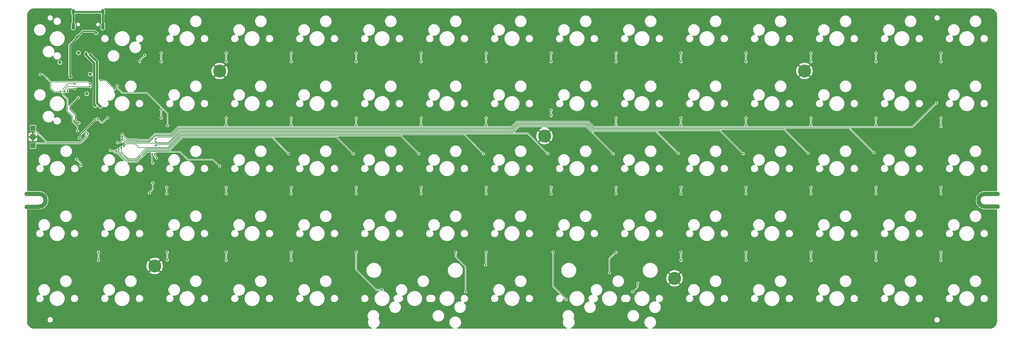
<source format=gtl>
%TF.GenerationSoftware,KiCad,Pcbnew,(6.0.4)*%
%TF.CreationDate,2022-09-08T11:43:24+01:00*%
%TF.ProjectId,nova75,6e6f7661-3735-42e6-9b69-6361645f7063,rev?*%
%TF.SameCoordinates,Original*%
%TF.FileFunction,Copper,L1,Top*%
%TF.FilePolarity,Positive*%
%FSLAX46Y46*%
G04 Gerber Fmt 4.6, Leading zero omitted, Abs format (unit mm)*
G04 Created by KiCad (PCBNEW (6.0.4)) date 2022-09-08 11:43:24*
%MOMM*%
%LPD*%
G01*
G04 APERTURE LIST*
G04 Aperture macros list*
%AMRoundRect*
0 Rectangle with rounded corners*
0 $1 Rounding radius*
0 $2 $3 $4 $5 $6 $7 $8 $9 X,Y pos of 4 corners*
0 Add a 4 corners polygon primitive as box body*
4,1,4,$2,$3,$4,$5,$6,$7,$8,$9,$2,$3,0*
0 Add four circle primitives for the rounded corners*
1,1,$1+$1,$2,$3*
1,1,$1+$1,$4,$5*
1,1,$1+$1,$6,$7*
1,1,$1+$1,$8,$9*
0 Add four rect primitives between the rounded corners*
20,1,$1+$1,$2,$3,$4,$5,0*
20,1,$1+$1,$4,$5,$6,$7,0*
20,1,$1+$1,$6,$7,$8,$9,0*
20,1,$1+$1,$8,$9,$2,$3,0*%
G04 Aperture macros list end*
%TA.AperFunction,EtchedComponent*%
%ADD10C,1.250000*%
%TD*%
%TA.AperFunction,ComponentPad*%
%ADD11C,3.800000*%
%TD*%
%TA.AperFunction,ComponentPad*%
%ADD12R,1.500000X1.500000*%
%TD*%
%TA.AperFunction,ComponentPad*%
%ADD13O,1.000000X1.600000*%
%TD*%
%TA.AperFunction,ComponentPad*%
%ADD14O,1.000000X2.100000*%
%TD*%
%TA.AperFunction,ComponentPad*%
%ADD15C,1.000000*%
%TD*%
%TA.AperFunction,ComponentPad*%
%ADD16RoundRect,0.150000X0.350000X0.350000X-0.350000X0.350000X-0.350000X-0.350000X0.350000X-0.350000X0*%
%TD*%
%TA.AperFunction,ViaPad*%
%ADD17C,0.600000*%
%TD*%
%TA.AperFunction,ViaPad*%
%ADD18C,0.800000*%
%TD*%
%TA.AperFunction,ViaPad*%
%ADD19C,0.500000*%
%TD*%
%TA.AperFunction,Conductor*%
%ADD20C,0.160000*%
%TD*%
%TA.AperFunction,Conductor*%
%ADD21C,0.320000*%
%TD*%
%TA.AperFunction,Conductor*%
%ADD22C,0.200000*%
%TD*%
%TA.AperFunction,Conductor*%
%ADD23C,0.640000*%
%TD*%
%TA.AperFunction,Conductor*%
%ADD24C,0.250000*%
%TD*%
%TA.AperFunction,Conductor*%
%ADD25C,0.150000*%
%TD*%
%TA.AperFunction,Conductor*%
%ADD26C,0.600000*%
%TD*%
%TA.AperFunction,Conductor*%
%ADD27C,0.400000*%
%TD*%
%TA.AperFunction,Conductor*%
%ADD28C,0.180000*%
%TD*%
G04 APERTURE END LIST*
D10*
X32699418Y-106017675D02*
X28990518Y-106017675D01*
X28990518Y-109767675D02*
X32699418Y-109767675D01*
X32699418Y-109767675D02*
G75*
G03*
X32699418Y-106017675I0J1875000D01*
G01*
X313693610Y-106014059D02*
X309984710Y-106014059D01*
X309984710Y-109764059D02*
X313693610Y-109764059D01*
X309984710Y-106014059D02*
G75*
G03*
X309984710Y-109764059I0J-1875000D01*
G01*
D11*
X218990617Y-130796675D03*
X85614963Y-70017291D03*
X257066377Y-69984605D03*
X180870757Y-89073713D03*
X66567022Y-127163469D03*
D12*
X30888613Y-86756059D03*
X30888613Y-89315988D03*
D13*
X51369181Y-52688330D03*
X42729181Y-52688330D03*
D14*
X42729181Y-56868330D03*
X51369181Y-56868330D03*
D15*
X38753700Y-67506330D03*
D12*
X30888613Y-91875917D03*
D15*
X46627700Y-76650330D03*
X44239268Y-64669721D03*
D16*
X47643700Y-69665330D03*
D15*
X47643700Y-70935330D03*
D17*
X44481847Y-89614580D03*
X49823946Y-84027455D03*
X49154461Y-84296862D03*
X52760104Y-83743470D03*
X39007700Y-76015330D03*
X33000000Y-71000000D03*
X47643700Y-73856330D03*
D18*
X47643700Y-65220330D03*
X50691700Y-80460330D03*
X49167700Y-80206330D03*
X46455564Y-64807610D03*
D17*
X44341877Y-85283970D03*
X44214700Y-77793330D03*
X40182200Y-76015330D03*
X70376700Y-86000000D03*
X47643700Y-74612830D03*
X55517700Y-74342830D03*
X44976700Y-97732330D03*
X43706700Y-95827330D03*
X65804700Y-94430330D03*
X65931700Y-96970330D03*
X43106576Y-75142330D03*
X62191700Y-67242330D03*
X50091700Y-123142330D03*
X41025200Y-76015330D03*
X50091700Y-125500000D03*
X66058700Y-102812330D03*
X63645700Y-65347330D03*
X65042700Y-105733330D03*
X67091700Y-95542330D03*
X68471700Y-83762330D03*
X68471700Y-64712330D03*
X70122700Y-104082330D03*
X66566700Y-94430330D03*
X68471700Y-67252330D03*
X68471700Y-81222330D03*
X70249700Y-125418330D03*
X70249700Y-123132330D03*
X70122700Y-106000000D03*
X87521700Y-85912830D03*
X87521700Y-104082330D03*
X87521700Y-83762330D03*
X87521700Y-125500000D03*
X87521700Y-64712330D03*
X87521700Y-106000000D03*
X87521700Y-67252330D03*
X53612700Y-93246537D03*
X87521700Y-123132330D03*
X85591700Y-97842330D03*
X106571700Y-106000000D03*
X106571700Y-64712330D03*
X106571700Y-125500000D03*
X105791700Y-94242330D03*
X106571700Y-67252330D03*
X106571700Y-123132330D03*
X106571700Y-83762330D03*
X106571700Y-104082330D03*
X55243077Y-93437262D03*
X106571700Y-85912830D03*
X125621700Y-64712330D03*
X125621700Y-104082330D03*
X125621700Y-83762330D03*
X124791700Y-94242330D03*
X56012107Y-92991263D03*
X125621700Y-85912830D03*
X125621700Y-123132330D03*
X125621700Y-106000000D03*
X133241700Y-134181330D03*
X125621700Y-67252330D03*
X144671700Y-64712330D03*
X144671700Y-67252330D03*
X144671700Y-85912830D03*
X157752700Y-134689330D03*
X144671700Y-83762330D03*
X143991700Y-94242330D03*
X56750604Y-92468417D03*
X154831700Y-123132330D03*
X144671700Y-104082330D03*
X144671700Y-106000000D03*
X206774700Y-134689330D03*
X208171700Y-132149330D03*
X57549700Y-92047561D03*
X163721700Y-85912830D03*
X163721700Y-123132330D03*
X163721700Y-83762330D03*
X163721700Y-104082330D03*
X162991700Y-94242330D03*
X163721700Y-106000000D03*
X163721700Y-67252330D03*
X163721700Y-64712330D03*
X163594700Y-126815330D03*
X182771700Y-106000000D03*
X66820700Y-91816817D03*
X183406700Y-123132330D03*
X182771700Y-67252330D03*
X182771700Y-104082330D03*
X182771700Y-83000330D03*
X181891700Y-94242330D03*
X187216700Y-136975330D03*
X182771700Y-64712330D03*
X182771700Y-81476330D03*
X201821700Y-85912830D03*
X201821700Y-67252330D03*
X201821700Y-83762330D03*
X201821700Y-64712330D03*
X55737865Y-90988550D03*
X201821700Y-123132330D03*
X201821700Y-106000000D03*
X201821700Y-104082330D03*
X199916700Y-129101330D03*
X200991700Y-94242330D03*
X220091700Y-94142330D03*
X220871700Y-64712330D03*
X220871700Y-106000000D03*
X220871700Y-104082330D03*
X66820700Y-90747330D03*
X220871700Y-85912830D03*
X220871700Y-125500000D03*
X220871700Y-67252330D03*
X220871700Y-123132330D03*
X220871700Y-83762330D03*
X239921700Y-85912830D03*
X239921700Y-64712330D03*
X66820700Y-89985330D03*
X239921700Y-83762330D03*
X239921700Y-67252330D03*
X239921700Y-123132330D03*
X239921700Y-104082330D03*
X239091700Y-94242330D03*
X239921700Y-106000000D03*
X240000000Y-125500000D03*
X258971700Y-83762330D03*
X57041700Y-90088470D03*
X258971700Y-85912830D03*
X258191700Y-94142330D03*
X258971700Y-64712330D03*
X258971700Y-104082330D03*
X258971700Y-67252330D03*
X258971700Y-123132330D03*
X259000000Y-125500000D03*
X258971700Y-106000000D03*
X278021700Y-64712330D03*
X278021700Y-85912830D03*
X57041700Y-89338967D03*
X278021700Y-123132330D03*
X278021700Y-83762330D03*
X278021700Y-67252330D03*
X278021700Y-125500000D03*
X278021700Y-104082330D03*
X278021700Y-106000000D03*
X277491700Y-93942330D03*
X295791700Y-79342330D03*
X297071700Y-67252330D03*
X297071700Y-64712330D03*
X297071700Y-106000000D03*
X57041700Y-88589464D03*
X297071700Y-86302330D03*
X297071700Y-83762330D03*
X297071700Y-125500000D03*
X297071700Y-104082330D03*
X297071700Y-123132330D03*
D19*
X46394973Y-87847603D03*
X46869913Y-88307087D03*
X50691700Y-72840330D03*
X54755700Y-75380330D03*
D18*
X41928700Y-71697330D03*
X49428681Y-58870330D03*
X43833700Y-60013330D03*
D17*
X43106576Y-73750830D03*
X43961946Y-87537455D03*
X237635700Y-90747330D03*
X53104700Y-102558330D03*
X92474700Y-90747330D03*
X141496700Y-107257330D03*
X256685700Y-90747330D03*
X58057700Y-70554330D03*
X50073517Y-87736500D03*
X47389700Y-102558330D03*
X46214546Y-59391915D03*
X53612877Y-91107955D03*
X198900700Y-90747330D03*
X122700700Y-90747330D03*
X91331700Y-107257330D03*
X263670700Y-90747330D03*
X49188946Y-90377455D03*
X275735700Y-107257330D03*
X294150700Y-107257330D03*
X83584700Y-107257330D03*
X205631700Y-107257330D03*
X220109700Y-90747330D03*
X54293196Y-83120984D03*
X46373877Y-80584970D03*
X63518700Y-96589330D03*
X44468877Y-90363970D03*
X43729112Y-80310918D03*
X52469700Y-70554330D03*
X42002946Y-88991455D03*
X49929700Y-59886330D03*
X276878700Y-90747330D03*
X103650700Y-90747330D03*
X43706877Y-88966970D03*
X67074700Y-107257330D03*
X59200877Y-87823970D03*
D18*
X41547700Y-59251330D03*
D17*
X67074700Y-70935330D03*
X225062700Y-107257330D03*
X102507700Y-107257330D03*
X49188946Y-88472455D03*
X44976700Y-79190330D03*
X48426946Y-86059455D03*
X49181748Y-86884661D03*
X121557700Y-107257330D03*
X46208604Y-68642983D03*
X47537946Y-86948455D03*
X129558700Y-90747330D03*
X255542700Y-107257330D03*
X40500200Y-81222330D03*
X40824946Y-85851989D03*
X43918674Y-83580273D03*
X62121700Y-70935330D03*
X180358700Y-107257330D03*
X40531700Y-83013970D03*
X243604700Y-107257330D03*
X43833700Y-62045330D03*
X181501700Y-90747330D03*
X49188946Y-85297455D03*
X56152877Y-87950970D03*
X48383149Y-87683260D03*
X226205700Y-90747330D03*
X47389700Y-107257330D03*
X186835700Y-90747330D03*
X128415700Y-107257330D03*
X53104700Y-107257330D03*
X168801700Y-90747330D03*
X53739700Y-79670330D03*
X185692700Y-107257330D03*
X46373877Y-82489970D03*
X149370700Y-90747330D03*
X244747700Y-90747330D03*
X72535700Y-107257330D03*
X218966700Y-107257330D03*
X49953728Y-86139302D03*
X50818877Y-86924591D03*
X161689700Y-90747330D03*
X47389700Y-121100330D03*
X49167700Y-62172330D03*
X236492700Y-107257330D03*
X197249700Y-107257330D03*
X262527700Y-107257330D03*
X61232877Y-85791970D03*
X142639700Y-90747330D03*
X111778700Y-90747330D03*
X206774700Y-90747330D03*
X110635700Y-107257330D03*
X148227700Y-107257330D03*
X167658700Y-107257330D03*
X280688700Y-107257330D03*
X160546700Y-107257330D03*
D20*
X297071700Y-123132330D02*
X297071700Y-125500000D01*
X278021700Y-123132330D02*
X278021700Y-125500000D01*
X258971700Y-123132330D02*
X258971700Y-125471700D01*
X258971700Y-125471700D02*
X259000000Y-125500000D01*
X239921700Y-125421700D02*
X240000000Y-125500000D01*
X239921700Y-123132330D02*
X239921700Y-125421700D01*
X220871700Y-123132330D02*
X220871700Y-125500000D01*
X106571700Y-123132330D02*
X106571700Y-125500000D01*
X87521700Y-123132330D02*
X87521700Y-125500000D01*
X50091700Y-123142330D02*
X50091700Y-125500000D01*
X70122700Y-104082330D02*
X70122700Y-106000000D01*
X87521700Y-104082330D02*
X87521700Y-106000000D01*
X106571700Y-104082330D02*
X106571700Y-106000000D01*
X125621700Y-104082330D02*
X125621700Y-106000000D01*
X144671700Y-104082330D02*
X144671700Y-106000000D01*
X163721700Y-104082330D02*
X163721700Y-106000000D01*
X182771700Y-104082330D02*
X182771700Y-106000000D01*
X201821700Y-104082330D02*
X201821700Y-106000000D01*
X220871700Y-104082330D02*
X220871700Y-106000000D01*
X239921700Y-104082330D02*
X239921700Y-106000000D01*
X258971700Y-104082330D02*
X258971700Y-106000000D01*
X278021700Y-104082330D02*
X278021700Y-106000000D01*
X297071700Y-104082330D02*
X297071700Y-106000000D01*
X57041700Y-76396330D02*
X55517700Y-74872330D01*
X64394543Y-76396330D02*
X57041700Y-76396330D01*
X70376700Y-82378487D02*
X64394543Y-76396330D01*
X55517700Y-74872330D02*
X55517700Y-74342830D01*
X70376700Y-86000000D02*
X70376700Y-82378487D01*
X33865370Y-71000000D02*
X36086700Y-73221330D01*
X33000000Y-71000000D02*
X33865370Y-71000000D01*
D21*
X44773677Y-89322750D02*
X44481847Y-89614580D01*
D22*
X52760104Y-83743470D02*
X52602998Y-83743470D01*
X51176013Y-85170455D02*
X50966946Y-85170455D01*
X52602998Y-83743470D02*
X51176013Y-85170455D01*
D21*
X49154461Y-84296862D02*
X44773677Y-88677646D01*
D22*
X50966946Y-85170455D02*
X49823946Y-84027455D01*
D21*
X44773677Y-88677646D02*
X44773677Y-89322750D01*
D20*
X36086700Y-74999330D02*
X36086700Y-73221330D01*
X47008700Y-73221330D02*
X36086700Y-73221330D01*
X39007700Y-76015330D02*
X37102700Y-76015330D01*
X37102700Y-76015330D02*
X36086700Y-74999330D01*
X47643700Y-73856330D02*
X47008700Y-73221330D01*
D23*
X50691700Y-80460330D02*
X49675700Y-79444330D01*
X49675700Y-79444330D02*
X49675700Y-67252330D01*
X49675700Y-67252330D02*
X47643700Y-65220330D01*
X46455564Y-64807610D02*
X46455564Y-65302194D01*
X48850421Y-67697051D02*
X48850421Y-79889051D01*
X46455564Y-65302194D02*
X48850421Y-67697051D01*
X48850421Y-79889051D02*
X49167700Y-80206330D01*
D24*
X44341877Y-85283970D02*
X43325877Y-84267970D01*
X43325877Y-82873507D02*
X41674700Y-81222330D01*
X41674700Y-81222330D02*
X41674700Y-80333330D01*
X43325877Y-84267970D02*
X43325877Y-82873507D01*
X41674700Y-80333330D02*
X44214700Y-77793330D01*
D20*
X41045222Y-74612830D02*
X41045211Y-74612819D01*
X40182200Y-75475830D02*
X40182200Y-76015330D01*
X41045211Y-74612819D02*
X40182200Y-75475830D01*
X47643700Y-74612830D02*
X41045222Y-74612830D01*
D22*
X43706700Y-95827330D02*
X44976700Y-97097330D01*
X44976700Y-97097330D02*
X44976700Y-97732330D01*
D25*
X65931700Y-96970330D02*
X65804700Y-96843330D01*
X65804700Y-96843330D02*
X65804700Y-94430330D01*
D26*
X51369181Y-56868330D02*
X51369181Y-52688330D01*
X42729181Y-52688330D02*
X42729181Y-56868330D01*
X51369181Y-52688330D02*
X42729181Y-52688330D01*
D20*
X66058700Y-102812330D02*
X66058700Y-104717330D01*
X41150700Y-75142330D02*
X41025200Y-75267830D01*
X63645700Y-65347330D02*
X62191700Y-66801330D01*
X66058700Y-104717330D02*
X65042700Y-105733330D01*
X62191700Y-66801330D02*
X62191700Y-67242330D01*
X43106576Y-75142330D02*
X41150700Y-75142330D01*
X41025200Y-75267830D02*
X41025200Y-76015330D01*
X66566700Y-94430330D02*
X66566700Y-95017330D01*
X70249700Y-123132330D02*
X70249700Y-125418330D01*
X66566700Y-95017330D02*
X67091700Y-95542330D01*
X68471700Y-81222330D02*
X68471700Y-83762330D01*
X68471700Y-64712330D02*
X68471700Y-67252330D01*
X83703700Y-95954330D02*
X85591700Y-97842330D01*
X55023745Y-93966773D02*
X55588464Y-93966773D01*
X57944601Y-96322909D02*
X58299279Y-96322909D01*
X87521700Y-64712330D02*
X87521700Y-67252330D01*
X53612700Y-93246537D02*
X54303509Y-93246537D01*
X74059700Y-93668330D02*
X76345700Y-95954330D01*
X76345700Y-95954330D02*
X83703700Y-95954330D01*
X64398901Y-93668330D02*
X74059700Y-93668330D01*
X54303509Y-93246537D02*
X55023745Y-93966773D01*
X58565700Y-96589330D02*
X61477901Y-96589330D01*
X58299279Y-96322909D02*
X58565700Y-96589330D01*
X55588464Y-93966773D02*
X57944601Y-96322909D01*
X87521700Y-83762330D02*
X87521700Y-85912830D01*
X61477901Y-96589330D02*
X64398901Y-93668330D01*
X70813225Y-93358810D02*
X74634505Y-89537530D01*
X58072808Y-96013389D02*
X58427487Y-96013389D01*
X55496681Y-93437262D02*
X58072808Y-96013389D01*
X58693907Y-96279810D02*
X61349693Y-96279810D01*
X58427487Y-96013389D02*
X58693907Y-96279810D01*
X64270694Y-93358810D02*
X70813225Y-93358810D01*
X106571700Y-64712330D02*
X106571700Y-67252330D01*
X106571700Y-83762330D02*
X106571700Y-85912830D01*
X74634505Y-89537530D02*
X101086900Y-89537530D01*
X55243077Y-93437262D02*
X55496681Y-93437262D01*
X101086900Y-89537530D02*
X105791700Y-94242330D01*
X61349693Y-96279810D02*
X64270694Y-93358810D01*
X74506297Y-89228010D02*
X119777380Y-89228010D01*
X58822114Y-95970290D02*
X61221486Y-95970290D01*
X70685017Y-93049290D02*
X74506297Y-89228010D01*
X125621700Y-83762330D02*
X125621700Y-85912830D01*
X58555695Y-95703870D02*
X58822114Y-95970290D01*
X125621700Y-64712330D02*
X125621700Y-67252330D01*
X131553596Y-134181330D02*
X133241700Y-134181330D01*
X56012107Y-92991263D02*
X56025700Y-93004856D01*
X125621700Y-123132330D02*
X125621700Y-128249434D01*
X64142487Y-93049290D02*
X70685017Y-93049290D01*
X56025700Y-93004856D02*
X56025700Y-93471057D01*
X58258512Y-95703869D02*
X58555695Y-95703870D01*
X119777380Y-89228010D02*
X124791700Y-94242330D01*
X56025700Y-93471057D02*
X58258512Y-95703869D01*
X61221486Y-95970290D02*
X64142487Y-93049290D01*
X125621700Y-128249434D02*
X131553596Y-134181330D01*
X58950321Y-95660770D02*
X61093279Y-95660770D01*
X154831700Y-123132330D02*
X154831700Y-124402330D01*
X157752700Y-127323330D02*
X157752700Y-134689330D01*
X58683903Y-95394351D02*
X58950321Y-95660770D01*
X74378089Y-88918490D02*
X138667860Y-88918490D01*
X56750604Y-93758234D02*
X58386719Y-95394349D01*
X144671700Y-83762330D02*
X144671700Y-85912830D01*
X70556809Y-92739770D02*
X74378089Y-88918490D01*
X64014280Y-92739770D02*
X70556809Y-92739770D01*
X61093279Y-95660770D02*
X64014280Y-92739770D01*
X138667860Y-88918490D02*
X143991700Y-94242330D01*
X56750604Y-92468417D02*
X56750604Y-93758234D01*
X144671700Y-64712330D02*
X144671700Y-67252330D01*
X154831700Y-124402330D02*
X157752700Y-127323330D01*
X58386719Y-95394349D02*
X58683903Y-95394351D01*
X206774700Y-134689330D02*
X208171700Y-133292330D01*
X208171700Y-133292330D02*
X208171700Y-132149330D01*
X70428601Y-92430250D02*
X74249881Y-88608970D01*
X74249881Y-88608970D02*
X157358340Y-88608970D01*
X60854236Y-91382330D02*
X61902156Y-92430250D01*
X163721700Y-64712330D02*
X163721700Y-67252330D01*
X58214931Y-91382330D02*
X60854236Y-91382330D01*
X163721700Y-123132330D02*
X163721700Y-126688330D01*
X157358340Y-88608970D02*
X162991700Y-94242330D01*
X163721700Y-83762330D02*
X163721700Y-85912830D01*
X163721700Y-126688330D02*
X163594700Y-126815330D01*
X57549700Y-92047561D02*
X58214931Y-91382330D01*
X61902156Y-92430250D02*
X70428601Y-92430250D01*
X74121673Y-88299450D02*
X175948820Y-88299450D01*
X182771700Y-64712330D02*
X182771700Y-67252330D01*
X187216700Y-136975330D02*
X187216700Y-136968590D01*
X70824286Y-91596837D02*
X74121673Y-88299450D01*
X182771700Y-81476330D02*
X182771700Y-83000330D01*
X183406700Y-133158590D02*
X183406700Y-123132330D01*
X66820700Y-91816817D02*
X67040680Y-91596837D01*
X67040680Y-91596837D02*
X70824286Y-91596837D01*
X175948820Y-88299450D02*
X181891700Y-94242330D01*
X187216700Y-136968590D02*
X183406700Y-133158590D01*
X70696078Y-91287317D02*
X66474368Y-91287317D01*
X66474368Y-91287317D02*
X66370901Y-91183850D01*
X60898184Y-90988550D02*
X55737865Y-90988550D01*
X201821700Y-83762330D02*
X201821700Y-85912830D01*
X200991700Y-94242330D02*
X193075300Y-86325930D01*
X199916700Y-125037330D02*
X201821700Y-123132330D01*
X193075300Y-86325930D02*
X173350100Y-86325930D01*
X73993454Y-87989941D02*
X70696078Y-91287317D01*
X173350100Y-86325930D02*
X171686089Y-87989941D01*
X61093484Y-91183850D02*
X60898184Y-90988550D01*
X66370901Y-91183850D02*
X61093484Y-91183850D01*
X201821700Y-64712330D02*
X201821700Y-67252330D01*
X171686089Y-87989941D02*
X73993454Y-87989941D01*
X199916700Y-129101330D02*
X199916700Y-125037330D01*
X171557881Y-87680421D02*
X173221893Y-86016410D01*
X66820700Y-90747330D02*
X67051167Y-90977797D01*
X67051167Y-90977797D02*
X70567871Y-90977797D01*
X70567871Y-90977797D02*
X73865247Y-87680421D01*
X73865247Y-87680421D02*
X171557881Y-87680421D01*
X173221893Y-86016410D02*
X193203508Y-86016410D01*
X220871700Y-64712330D02*
X220871700Y-67252330D01*
X193203508Y-86016410D02*
X194867519Y-87680421D01*
X194867519Y-87680421D02*
X213629791Y-87680421D01*
X220871700Y-83762330D02*
X220871700Y-85912830D01*
X213629791Y-87680421D02*
X220091700Y-94142330D01*
X171429673Y-87370901D02*
X173093686Y-85706890D01*
X73737039Y-87370901D02*
X171429673Y-87370901D01*
X71718050Y-89389890D02*
X73737039Y-87370901D01*
X232220271Y-87370901D02*
X239091700Y-94242330D01*
X67416140Y-89389890D02*
X71718050Y-89389890D01*
X66820700Y-89985330D02*
X67416140Y-89389890D01*
X239921700Y-83762330D02*
X239921700Y-85912830D01*
X194995727Y-87370901D02*
X232220271Y-87370901D01*
X239921700Y-64712330D02*
X239921700Y-67252330D01*
X173093686Y-85706890D02*
X193331716Y-85706890D01*
X193331716Y-85706890D02*
X194995727Y-87370901D01*
X66796265Y-89080370D02*
X71589844Y-89080370D01*
X61242300Y-90874330D02*
X65002305Y-90874330D01*
X61047000Y-90679030D02*
X61242300Y-90874330D01*
X65002305Y-90874330D02*
X66796265Y-89080370D01*
X251110751Y-87061381D02*
X258191700Y-94142330D01*
X172965479Y-85397370D02*
X193459924Y-85397370D01*
X193459924Y-85397370D02*
X195123935Y-87061381D01*
X73608833Y-87061381D02*
X171301465Y-87061381D01*
X57041700Y-90088470D02*
X57632260Y-90679030D01*
X71589844Y-89080370D02*
X73608833Y-87061381D01*
X258971700Y-83762330D02*
X258971700Y-85912830D01*
X258971700Y-64712330D02*
X258971700Y-67252330D01*
X57632260Y-90679030D02*
X61047000Y-90679030D01*
X195123935Y-87061381D02*
X251110751Y-87061381D01*
X171301465Y-87061381D02*
X172965479Y-85397370D01*
X64874098Y-90564810D02*
X66668058Y-88770850D01*
X71461636Y-88770850D02*
X73480625Y-86751861D01*
X73480625Y-86751861D02*
X171173257Y-86751861D01*
X270301231Y-86751861D02*
X277491700Y-93942330D01*
X195252143Y-86751861D02*
X270301231Y-86751861D01*
X172837272Y-85087850D02*
X193588132Y-85087850D01*
X66668058Y-88770850D02*
X71461636Y-88770850D01*
X61370508Y-90564810D02*
X64874098Y-90564810D01*
X61175208Y-90369510D02*
X61370508Y-90564810D01*
X278021700Y-64712330D02*
X278021700Y-67252330D01*
X278021700Y-83762330D02*
X278021700Y-85912830D01*
X58072243Y-90369510D02*
X61175208Y-90369510D01*
X171173257Y-86751861D02*
X172837272Y-85087850D01*
X193588132Y-85087850D02*
X195252143Y-86751861D01*
X57041700Y-89338967D02*
X58072243Y-90369510D01*
X73352418Y-86442341D02*
X171045050Y-86442341D01*
X64745891Y-90255290D02*
X66539851Y-88461330D01*
X193716340Y-84778330D02*
X195380351Y-86442341D01*
X66539851Y-88461330D02*
X71333429Y-88461330D01*
X172709061Y-84778330D02*
X193716340Y-84778330D01*
X297071700Y-64712330D02*
X297071700Y-67252330D01*
X171045050Y-86442341D02*
X172709061Y-84778330D01*
X61303416Y-90059990D02*
X61498716Y-90255290D01*
X57041700Y-88589464D02*
X58512226Y-90059990D01*
X71333429Y-88461330D02*
X73352418Y-86442341D01*
X58512226Y-90059990D02*
X61303416Y-90059990D01*
X61498716Y-90255290D02*
X64745891Y-90255290D01*
X297071700Y-83762330D02*
X297071700Y-86302330D01*
X195380351Y-86442341D02*
X288691689Y-86442341D01*
X288691689Y-86442341D02*
X295791700Y-79342330D01*
D25*
X30888613Y-86819243D02*
X30888613Y-86756059D01*
X34957851Y-90888481D02*
X30888613Y-86819243D01*
X44686137Y-90888481D02*
X34957851Y-90888481D01*
X46373700Y-89200919D02*
X44686137Y-90888481D01*
X46373700Y-87868876D02*
X46373700Y-89200919D01*
X46394973Y-87847603D02*
X46373700Y-87868876D01*
X44810203Y-91188001D02*
X31576529Y-91188001D01*
X46869913Y-89128292D02*
X44810203Y-91188001D01*
X46869913Y-88307087D02*
X46869913Y-89128292D01*
X31576529Y-91188001D02*
X30888613Y-91875917D01*
X52215700Y-72840330D02*
X50691700Y-72840330D01*
X54755700Y-75380330D02*
X52215700Y-72840330D01*
D27*
X41928700Y-71697330D02*
X41674700Y-71443330D01*
X41674700Y-71443330D02*
X41674700Y-62383330D01*
X41674700Y-62383330D02*
X43833700Y-60224330D01*
X49428681Y-58870330D02*
X48920681Y-58362330D01*
X43833700Y-60224330D02*
X43833700Y-60013330D01*
X48920681Y-58362330D02*
X45484700Y-58362330D01*
X45484700Y-58362330D02*
X43833700Y-60013330D01*
D28*
X42570357Y-83385450D02*
X41039700Y-81854793D01*
X41039700Y-78301330D02*
X39642700Y-76904330D01*
X39642700Y-75253330D02*
X41145200Y-73750830D01*
X41039700Y-81854793D02*
X41039700Y-78301330D01*
X43961946Y-87537455D02*
X43961946Y-86301039D01*
X42570357Y-84909450D02*
X42570357Y-83385450D01*
X39642700Y-76904330D02*
X39642700Y-75253330D01*
X41145200Y-73750830D02*
X43106576Y-73750830D01*
X43961946Y-86301039D02*
X42570357Y-84909450D01*
%TA.AperFunction,Conductor*%
G36*
X42323846Y-51663131D02*
G01*
X42370339Y-51716787D01*
X42380443Y-51787061D01*
X42350949Y-51851641D01*
X42323241Y-51875513D01*
X42311241Y-51883128D01*
X42198733Y-52002937D01*
X42194916Y-52009881D01*
X42194914Y-52009883D01*
X42155047Y-52082401D01*
X42119554Y-52146962D01*
X42117584Y-52154634D01*
X42117583Y-52154637D01*
X42080652Y-52298475D01*
X42078681Y-52306153D01*
X42078681Y-53029255D01*
X42079178Y-53033186D01*
X42092524Y-53138830D01*
X42094110Y-53151388D01*
X42154613Y-53304201D01*
X42159271Y-53310612D01*
X42159272Y-53310614D01*
X42251218Y-53437167D01*
X42249500Y-53438415D01*
X42276583Y-53491953D01*
X42278681Y-53514848D01*
X42278681Y-55797914D01*
X42258679Y-55866035D01*
X42244531Y-55884167D01*
X42198733Y-55932937D01*
X42194916Y-55939881D01*
X42194914Y-55939883D01*
X42155916Y-56010821D01*
X42119554Y-56076962D01*
X42117584Y-56084634D01*
X42117583Y-56084637D01*
X42080652Y-56228475D01*
X42078681Y-56236153D01*
X42078681Y-57459255D01*
X42079178Y-57463186D01*
X42087895Y-57532188D01*
X42094110Y-57581388D01*
X42154613Y-57734201D01*
X42159271Y-57740612D01*
X42159272Y-57740614D01*
X42192930Y-57786940D01*
X42251218Y-57867167D01*
X42377855Y-57971930D01*
X42526568Y-58041909D01*
X42534351Y-58043394D01*
X42534355Y-58043395D01*
X42680225Y-58071221D01*
X42680227Y-58071221D01*
X42688011Y-58072706D01*
X42770026Y-58067546D01*
X42844130Y-58062884D01*
X42844132Y-58062884D01*
X42852041Y-58062386D01*
X42859577Y-58059937D01*
X42859579Y-58059937D01*
X42910490Y-58043395D01*
X43008352Y-58011598D01*
X43147121Y-57923532D01*
X43195656Y-57871848D01*
X43254204Y-57809500D01*
X43259629Y-57803723D01*
X43271443Y-57782235D01*
X43334988Y-57666646D01*
X43338808Y-57659698D01*
X43351447Y-57610475D01*
X43377710Y-57508185D01*
X43377710Y-57508182D01*
X43379681Y-57500507D01*
X43379681Y-56387135D01*
X43384365Y-56371182D01*
X43382510Y-56367769D01*
X43381626Y-56359474D01*
X43627956Y-56359474D01*
X43629878Y-56370394D01*
X43629787Y-56371637D01*
X43658245Y-56512774D01*
X43723610Y-56641060D01*
X43821065Y-56747042D01*
X43943431Y-56822912D01*
X44081693Y-56863081D01*
X44088508Y-56863581D01*
X44089585Y-56863661D01*
X44089598Y-56863661D01*
X44091893Y-56863830D01*
X44195251Y-56863830D01*
X44199496Y-56863248D01*
X44199503Y-56863248D01*
X44258412Y-56855178D01*
X44301827Y-56849231D01*
X44357110Y-56825308D01*
X44426083Y-56795461D01*
X44426086Y-56795459D01*
X44433964Y-56792050D01*
X44545856Y-56701442D01*
X44629260Y-56584081D01*
X44678031Y-56448615D01*
X44679915Y-56422965D01*
X44683684Y-56371637D01*
X49409787Y-56371637D01*
X49438245Y-56512774D01*
X49503610Y-56641060D01*
X49601065Y-56747042D01*
X49723431Y-56822912D01*
X49861693Y-56863081D01*
X49868508Y-56863581D01*
X49869585Y-56863661D01*
X49869598Y-56863661D01*
X49871893Y-56863830D01*
X49975251Y-56863830D01*
X49979496Y-56863248D01*
X49979503Y-56863248D01*
X50038412Y-56855178D01*
X50081827Y-56849231D01*
X50137110Y-56825308D01*
X50206083Y-56795461D01*
X50206086Y-56795459D01*
X50213964Y-56792050D01*
X50325856Y-56701442D01*
X50409260Y-56584081D01*
X50458031Y-56448615D01*
X50459915Y-56422965D01*
X50467019Y-56326213D01*
X50470406Y-56317186D01*
X50468484Y-56306266D01*
X50468575Y-56305023D01*
X50440117Y-56163886D01*
X50374752Y-56035600D01*
X50355969Y-56015173D01*
X50305031Y-55959779D01*
X50277297Y-55929618D01*
X50154931Y-55853748D01*
X50016669Y-55813579D01*
X50009854Y-55813079D01*
X50008777Y-55812999D01*
X50008764Y-55812999D01*
X50006469Y-55812830D01*
X49903111Y-55812830D01*
X49898866Y-55813412D01*
X49898859Y-55813412D01*
X49839950Y-55821482D01*
X49796535Y-55827429D01*
X49788651Y-55830841D01*
X49788650Y-55830841D01*
X49672279Y-55881199D01*
X49672276Y-55881201D01*
X49664398Y-55884610D01*
X49552506Y-55975218D01*
X49469102Y-56092579D01*
X49420331Y-56228045D01*
X49419703Y-56236603D01*
X49419702Y-56236606D01*
X49415297Y-56296604D01*
X49409787Y-56371637D01*
X44683684Y-56371637D01*
X44684577Y-56359474D01*
X44688575Y-56305023D01*
X44660117Y-56163886D01*
X44594752Y-56035600D01*
X44575969Y-56015173D01*
X44525031Y-55959779D01*
X44497297Y-55929618D01*
X44374931Y-55853748D01*
X44236669Y-55813579D01*
X44229854Y-55813079D01*
X44228777Y-55812999D01*
X44228764Y-55812999D01*
X44226469Y-55812830D01*
X44123111Y-55812830D01*
X44118866Y-55813412D01*
X44118859Y-55813412D01*
X44059950Y-55821482D01*
X44016535Y-55827429D01*
X44008651Y-55830841D01*
X44008650Y-55830841D01*
X43892279Y-55881199D01*
X43892276Y-55881201D01*
X43884398Y-55884610D01*
X43772506Y-55975218D01*
X43689102Y-56092579D01*
X43640331Y-56228045D01*
X43639703Y-56236603D01*
X43639702Y-56236606D01*
X43631343Y-56350447D01*
X43627956Y-56359474D01*
X43381626Y-56359474D01*
X43379681Y-56341220D01*
X43379681Y-56277405D01*
X43366404Y-56172307D01*
X43365246Y-56163137D01*
X43365245Y-56163134D01*
X43364252Y-56155272D01*
X43303749Y-56002459D01*
X43283958Y-55975218D01*
X43207144Y-55869493D01*
X43208862Y-55868245D01*
X43181779Y-55814707D01*
X43179681Y-55791812D01*
X43179681Y-53508746D01*
X43199683Y-53440625D01*
X43213831Y-53422493D01*
X43254204Y-53379500D01*
X43259629Y-53373723D01*
X43301901Y-53296832D01*
X43334987Y-53236648D01*
X43334988Y-53236646D01*
X43338808Y-53229698D01*
X43340780Y-53222018D01*
X43342195Y-53218444D01*
X43385870Y-53162471D01*
X43459346Y-53138830D01*
X50643508Y-53138830D01*
X50711629Y-53158832D01*
X50760660Y-53218446D01*
X50794613Y-53304201D01*
X50799271Y-53310612D01*
X50799272Y-53310614D01*
X50891218Y-53437167D01*
X50889500Y-53438415D01*
X50916583Y-53491953D01*
X50918681Y-53514848D01*
X50918681Y-55797914D01*
X50898679Y-55866035D01*
X50884531Y-55884167D01*
X50838733Y-55932937D01*
X50834916Y-55939881D01*
X50834914Y-55939883D01*
X50795916Y-56010821D01*
X50759554Y-56076962D01*
X50757584Y-56084634D01*
X50757583Y-56084637D01*
X50720652Y-56228475D01*
X50718681Y-56236153D01*
X50718681Y-56289525D01*
X50713997Y-56305478D01*
X50715852Y-56308891D01*
X50718681Y-56335440D01*
X50718681Y-57459255D01*
X50719178Y-57463186D01*
X50727895Y-57532188D01*
X50734110Y-57581388D01*
X50794613Y-57734201D01*
X50799271Y-57740612D01*
X50799272Y-57740614D01*
X50832930Y-57786940D01*
X50891218Y-57867167D01*
X51017855Y-57971930D01*
X51166568Y-58041909D01*
X51174351Y-58043394D01*
X51174355Y-58043395D01*
X51320225Y-58071221D01*
X51320227Y-58071221D01*
X51328011Y-58072706D01*
X51410026Y-58067546D01*
X51484130Y-58062884D01*
X51484132Y-58062884D01*
X51492041Y-58062386D01*
X51499577Y-58059937D01*
X51499579Y-58059937D01*
X51550490Y-58043395D01*
X51648352Y-58011598D01*
X51787121Y-57923532D01*
X51835656Y-57871848D01*
X51894204Y-57809500D01*
X51899629Y-57803723D01*
X51911443Y-57782235D01*
X51974988Y-57666646D01*
X51978808Y-57659698D01*
X51991447Y-57610475D01*
X52017710Y-57508185D01*
X52017710Y-57508182D01*
X52019681Y-57500507D01*
X52019681Y-56277405D01*
X52006404Y-56172307D01*
X52005246Y-56163137D01*
X52005245Y-56163134D01*
X52004252Y-56155272D01*
X51943749Y-56002459D01*
X51923958Y-55975218D01*
X51847144Y-55869493D01*
X51848862Y-55868245D01*
X51821779Y-55814707D01*
X51819681Y-55791812D01*
X51819681Y-55327071D01*
X76928533Y-55327071D01*
X76928646Y-55331848D01*
X76934225Y-55568559D01*
X76934629Y-55585720D01*
X76935463Y-55590425D01*
X76977260Y-55826263D01*
X76979778Y-55840472D01*
X77062941Y-56085463D01*
X77182205Y-56315055D01*
X77334825Y-56523966D01*
X77338199Y-56527358D01*
X77338201Y-56527360D01*
X77386587Y-56576000D01*
X77517289Y-56707388D01*
X77521135Y-56710229D01*
X77521140Y-56710233D01*
X77710907Y-56850397D01*
X77725398Y-56861100D01*
X77729628Y-56863326D01*
X77729632Y-56863328D01*
X77950126Y-56979335D01*
X77954363Y-56981564D01*
X78198915Y-57066009D01*
X78453426Y-57112491D01*
X78536219Y-57116830D01*
X78697482Y-57116830D01*
X78699861Y-57116649D01*
X78699862Y-57116649D01*
X78884909Y-57102573D01*
X78884914Y-57102572D01*
X78889676Y-57102210D01*
X78894330Y-57101131D01*
X78894332Y-57101131D01*
X79088950Y-57056021D01*
X79141715Y-57043791D01*
X79382018Y-56947920D01*
X79605054Y-56816803D01*
X79608765Y-56813782D01*
X79608769Y-56813779D01*
X79791181Y-56665272D01*
X79805691Y-56653459D01*
X79979313Y-56461645D01*
X79982585Y-56456693D01*
X80082782Y-56305023D01*
X80121922Y-56245777D01*
X80129899Y-56228475D01*
X80228232Y-56015173D01*
X80228233Y-56015170D01*
X80230238Y-56010821D01*
X80301768Y-55762185D01*
X80313375Y-55672208D01*
X80334256Y-55510326D01*
X80334867Y-55505589D01*
X80330660Y-55327071D01*
X95978533Y-55327071D01*
X95978646Y-55331848D01*
X95984225Y-55568559D01*
X95984629Y-55585720D01*
X95985463Y-55590425D01*
X96027260Y-55826263D01*
X96029778Y-55840472D01*
X96112941Y-56085463D01*
X96232205Y-56315055D01*
X96384825Y-56523966D01*
X96388199Y-56527358D01*
X96388201Y-56527360D01*
X96436587Y-56576000D01*
X96567289Y-56707388D01*
X96571135Y-56710229D01*
X96571140Y-56710233D01*
X96760907Y-56850397D01*
X96775398Y-56861100D01*
X96779628Y-56863326D01*
X96779632Y-56863328D01*
X97000126Y-56979335D01*
X97004363Y-56981564D01*
X97248915Y-57066009D01*
X97503426Y-57112491D01*
X97586219Y-57116830D01*
X97747482Y-57116830D01*
X97749861Y-57116649D01*
X97749862Y-57116649D01*
X97934909Y-57102573D01*
X97934914Y-57102572D01*
X97939676Y-57102210D01*
X97944330Y-57101131D01*
X97944332Y-57101131D01*
X98138950Y-57056021D01*
X98191715Y-57043791D01*
X98432018Y-56947920D01*
X98655054Y-56816803D01*
X98658765Y-56813782D01*
X98658769Y-56813779D01*
X98841181Y-56665272D01*
X98855691Y-56653459D01*
X99029313Y-56461645D01*
X99032585Y-56456693D01*
X99132782Y-56305023D01*
X99171922Y-56245777D01*
X99179899Y-56228475D01*
X99278232Y-56015173D01*
X99278233Y-56015170D01*
X99280238Y-56010821D01*
X99351768Y-55762185D01*
X99363375Y-55672208D01*
X99384256Y-55510326D01*
X99384867Y-55505589D01*
X99380660Y-55327071D01*
X115028533Y-55327071D01*
X115028646Y-55331848D01*
X115034225Y-55568559D01*
X115034629Y-55585720D01*
X115035463Y-55590425D01*
X115077260Y-55826263D01*
X115079778Y-55840472D01*
X115162941Y-56085463D01*
X115282205Y-56315055D01*
X115434825Y-56523966D01*
X115438199Y-56527358D01*
X115438201Y-56527360D01*
X115486587Y-56576000D01*
X115617289Y-56707388D01*
X115621135Y-56710229D01*
X115621140Y-56710233D01*
X115810907Y-56850397D01*
X115825398Y-56861100D01*
X115829628Y-56863326D01*
X115829632Y-56863328D01*
X116050126Y-56979335D01*
X116054363Y-56981564D01*
X116298915Y-57066009D01*
X116553426Y-57112491D01*
X116636219Y-57116830D01*
X116797482Y-57116830D01*
X116799861Y-57116649D01*
X116799862Y-57116649D01*
X116984909Y-57102573D01*
X116984914Y-57102572D01*
X116989676Y-57102210D01*
X116994330Y-57101131D01*
X116994332Y-57101131D01*
X117188950Y-57056021D01*
X117241715Y-57043791D01*
X117482018Y-56947920D01*
X117705054Y-56816803D01*
X117708765Y-56813782D01*
X117708769Y-56813779D01*
X117891181Y-56665272D01*
X117905691Y-56653459D01*
X118079313Y-56461645D01*
X118082585Y-56456693D01*
X118182782Y-56305023D01*
X118221922Y-56245777D01*
X118229899Y-56228475D01*
X118328232Y-56015173D01*
X118328233Y-56015170D01*
X118330238Y-56010821D01*
X118401768Y-55762185D01*
X118413375Y-55672208D01*
X118434256Y-55510326D01*
X118434867Y-55505589D01*
X118430660Y-55327071D01*
X134078533Y-55327071D01*
X134078646Y-55331848D01*
X134084225Y-55568559D01*
X134084629Y-55585720D01*
X134085463Y-55590425D01*
X134127260Y-55826263D01*
X134129778Y-55840472D01*
X134212941Y-56085463D01*
X134332205Y-56315055D01*
X134484825Y-56523966D01*
X134488199Y-56527358D01*
X134488201Y-56527360D01*
X134536587Y-56576000D01*
X134667289Y-56707388D01*
X134671135Y-56710229D01*
X134671140Y-56710233D01*
X134860907Y-56850397D01*
X134875398Y-56861100D01*
X134879628Y-56863326D01*
X134879632Y-56863328D01*
X135100126Y-56979335D01*
X135104363Y-56981564D01*
X135348915Y-57066009D01*
X135603426Y-57112491D01*
X135686219Y-57116830D01*
X135847482Y-57116830D01*
X135849861Y-57116649D01*
X135849862Y-57116649D01*
X136034909Y-57102573D01*
X136034914Y-57102572D01*
X136039676Y-57102210D01*
X136044330Y-57101131D01*
X136044332Y-57101131D01*
X136238950Y-57056021D01*
X136291715Y-57043791D01*
X136532018Y-56947920D01*
X136755054Y-56816803D01*
X136758765Y-56813782D01*
X136758769Y-56813779D01*
X136941181Y-56665272D01*
X136955691Y-56653459D01*
X137129313Y-56461645D01*
X137132585Y-56456693D01*
X137232782Y-56305023D01*
X137271922Y-56245777D01*
X137279899Y-56228475D01*
X137378232Y-56015173D01*
X137378233Y-56015170D01*
X137380238Y-56010821D01*
X137451768Y-55762185D01*
X137463375Y-55672208D01*
X137484256Y-55510326D01*
X137484867Y-55505589D01*
X137480660Y-55327071D01*
X153128533Y-55327071D01*
X153128646Y-55331848D01*
X153134225Y-55568559D01*
X153134629Y-55585720D01*
X153135463Y-55590425D01*
X153177260Y-55826263D01*
X153179778Y-55840472D01*
X153262941Y-56085463D01*
X153382205Y-56315055D01*
X153534825Y-56523966D01*
X153538199Y-56527358D01*
X153538201Y-56527360D01*
X153586587Y-56576000D01*
X153717289Y-56707388D01*
X153721135Y-56710229D01*
X153721140Y-56710233D01*
X153910907Y-56850397D01*
X153925398Y-56861100D01*
X153929628Y-56863326D01*
X153929632Y-56863328D01*
X154150126Y-56979335D01*
X154154363Y-56981564D01*
X154398915Y-57066009D01*
X154653426Y-57112491D01*
X154736219Y-57116830D01*
X154897482Y-57116830D01*
X154899861Y-57116649D01*
X154899862Y-57116649D01*
X155084909Y-57102573D01*
X155084914Y-57102572D01*
X155089676Y-57102210D01*
X155094330Y-57101131D01*
X155094332Y-57101131D01*
X155288950Y-57056021D01*
X155341715Y-57043791D01*
X155582018Y-56947920D01*
X155805054Y-56816803D01*
X155808765Y-56813782D01*
X155808769Y-56813779D01*
X155991181Y-56665272D01*
X156005691Y-56653459D01*
X156179313Y-56461645D01*
X156182585Y-56456693D01*
X156282782Y-56305023D01*
X156321922Y-56245777D01*
X156329899Y-56228475D01*
X156428232Y-56015173D01*
X156428233Y-56015170D01*
X156430238Y-56010821D01*
X156501768Y-55762185D01*
X156513375Y-55672208D01*
X156534256Y-55510326D01*
X156534867Y-55505589D01*
X156530660Y-55327071D01*
X172178533Y-55327071D01*
X172178646Y-55331848D01*
X172184225Y-55568559D01*
X172184629Y-55585720D01*
X172185463Y-55590425D01*
X172227260Y-55826263D01*
X172229778Y-55840472D01*
X172312941Y-56085463D01*
X172432205Y-56315055D01*
X172584825Y-56523966D01*
X172588199Y-56527358D01*
X172588201Y-56527360D01*
X172636587Y-56576000D01*
X172767289Y-56707388D01*
X172771135Y-56710229D01*
X172771140Y-56710233D01*
X172960907Y-56850397D01*
X172975398Y-56861100D01*
X172979628Y-56863326D01*
X172979632Y-56863328D01*
X173200126Y-56979335D01*
X173204363Y-56981564D01*
X173448915Y-57066009D01*
X173703426Y-57112491D01*
X173786219Y-57116830D01*
X173947482Y-57116830D01*
X173949861Y-57116649D01*
X173949862Y-57116649D01*
X174134909Y-57102573D01*
X174134914Y-57102572D01*
X174139676Y-57102210D01*
X174144330Y-57101131D01*
X174144332Y-57101131D01*
X174338950Y-57056021D01*
X174391715Y-57043791D01*
X174632018Y-56947920D01*
X174855054Y-56816803D01*
X174858765Y-56813782D01*
X174858769Y-56813779D01*
X175041181Y-56665272D01*
X175055691Y-56653459D01*
X175229313Y-56461645D01*
X175232585Y-56456693D01*
X175332782Y-56305023D01*
X175371922Y-56245777D01*
X175379899Y-56228475D01*
X175478232Y-56015173D01*
X175478233Y-56015170D01*
X175480238Y-56010821D01*
X175551768Y-55762185D01*
X175563375Y-55672208D01*
X175584256Y-55510326D01*
X175584867Y-55505589D01*
X175580660Y-55327071D01*
X191228533Y-55327071D01*
X191228646Y-55331848D01*
X191234225Y-55568559D01*
X191234629Y-55585720D01*
X191235463Y-55590425D01*
X191277260Y-55826263D01*
X191279778Y-55840472D01*
X191362941Y-56085463D01*
X191482205Y-56315055D01*
X191634825Y-56523966D01*
X191638199Y-56527358D01*
X191638201Y-56527360D01*
X191686587Y-56576000D01*
X191817289Y-56707388D01*
X191821135Y-56710229D01*
X191821140Y-56710233D01*
X192010907Y-56850397D01*
X192025398Y-56861100D01*
X192029628Y-56863326D01*
X192029632Y-56863328D01*
X192250126Y-56979335D01*
X192254363Y-56981564D01*
X192498915Y-57066009D01*
X192753426Y-57112491D01*
X192836219Y-57116830D01*
X192997482Y-57116830D01*
X192999861Y-57116649D01*
X192999862Y-57116649D01*
X193184909Y-57102573D01*
X193184914Y-57102572D01*
X193189676Y-57102210D01*
X193194330Y-57101131D01*
X193194332Y-57101131D01*
X193388950Y-57056021D01*
X193441715Y-57043791D01*
X193682018Y-56947920D01*
X193905054Y-56816803D01*
X193908765Y-56813782D01*
X193908769Y-56813779D01*
X194091181Y-56665272D01*
X194105691Y-56653459D01*
X194279313Y-56461645D01*
X194282585Y-56456693D01*
X194382782Y-56305023D01*
X194421922Y-56245777D01*
X194429899Y-56228475D01*
X194528232Y-56015173D01*
X194528233Y-56015170D01*
X194530238Y-56010821D01*
X194601768Y-55762185D01*
X194613375Y-55672208D01*
X194634256Y-55510326D01*
X194634867Y-55505589D01*
X194630660Y-55327071D01*
X210278533Y-55327071D01*
X210278646Y-55331848D01*
X210284225Y-55568559D01*
X210284629Y-55585720D01*
X210285463Y-55590425D01*
X210327260Y-55826263D01*
X210329778Y-55840472D01*
X210412941Y-56085463D01*
X210532205Y-56315055D01*
X210684825Y-56523966D01*
X210688199Y-56527358D01*
X210688201Y-56527360D01*
X210736587Y-56576000D01*
X210867289Y-56707388D01*
X210871135Y-56710229D01*
X210871140Y-56710233D01*
X211060907Y-56850397D01*
X211075398Y-56861100D01*
X211079628Y-56863326D01*
X211079632Y-56863328D01*
X211300126Y-56979335D01*
X211304363Y-56981564D01*
X211548915Y-57066009D01*
X211803426Y-57112491D01*
X211886219Y-57116830D01*
X212047482Y-57116830D01*
X212049861Y-57116649D01*
X212049862Y-57116649D01*
X212234909Y-57102573D01*
X212234914Y-57102572D01*
X212239676Y-57102210D01*
X212244330Y-57101131D01*
X212244332Y-57101131D01*
X212438950Y-57056021D01*
X212491715Y-57043791D01*
X212732018Y-56947920D01*
X212955054Y-56816803D01*
X212958765Y-56813782D01*
X212958769Y-56813779D01*
X213141181Y-56665272D01*
X213155691Y-56653459D01*
X213329313Y-56461645D01*
X213332585Y-56456693D01*
X213432782Y-56305023D01*
X213471922Y-56245777D01*
X213479899Y-56228475D01*
X213578232Y-56015173D01*
X213578233Y-56015170D01*
X213580238Y-56010821D01*
X213651768Y-55762185D01*
X213663375Y-55672208D01*
X213684256Y-55510326D01*
X213684867Y-55505589D01*
X213680660Y-55327071D01*
X229328533Y-55327071D01*
X229328646Y-55331848D01*
X229334225Y-55568559D01*
X229334629Y-55585720D01*
X229335463Y-55590425D01*
X229377260Y-55826263D01*
X229379778Y-55840472D01*
X229462941Y-56085463D01*
X229582205Y-56315055D01*
X229734825Y-56523966D01*
X229738199Y-56527358D01*
X229738201Y-56527360D01*
X229786587Y-56576000D01*
X229917289Y-56707388D01*
X229921135Y-56710229D01*
X229921140Y-56710233D01*
X230110907Y-56850397D01*
X230125398Y-56861100D01*
X230129628Y-56863326D01*
X230129632Y-56863328D01*
X230350126Y-56979335D01*
X230354363Y-56981564D01*
X230598915Y-57066009D01*
X230853426Y-57112491D01*
X230936219Y-57116830D01*
X231097482Y-57116830D01*
X231099861Y-57116649D01*
X231099862Y-57116649D01*
X231284909Y-57102573D01*
X231284914Y-57102572D01*
X231289676Y-57102210D01*
X231294330Y-57101131D01*
X231294332Y-57101131D01*
X231488950Y-57056021D01*
X231541715Y-57043791D01*
X231782018Y-56947920D01*
X232005054Y-56816803D01*
X232008765Y-56813782D01*
X232008769Y-56813779D01*
X232191181Y-56665272D01*
X232205691Y-56653459D01*
X232379313Y-56461645D01*
X232382585Y-56456693D01*
X232482782Y-56305023D01*
X232521922Y-56245777D01*
X232529899Y-56228475D01*
X232628232Y-56015173D01*
X232628233Y-56015170D01*
X232630238Y-56010821D01*
X232701768Y-55762185D01*
X232713375Y-55672208D01*
X232734256Y-55510326D01*
X232734867Y-55505589D01*
X232730660Y-55327071D01*
X248378533Y-55327071D01*
X248378646Y-55331848D01*
X248384225Y-55568559D01*
X248384629Y-55585720D01*
X248385463Y-55590425D01*
X248427260Y-55826263D01*
X248429778Y-55840472D01*
X248512941Y-56085463D01*
X248632205Y-56315055D01*
X248784825Y-56523966D01*
X248788199Y-56527358D01*
X248788201Y-56527360D01*
X248836587Y-56576000D01*
X248967289Y-56707388D01*
X248971135Y-56710229D01*
X248971140Y-56710233D01*
X249160907Y-56850397D01*
X249175398Y-56861100D01*
X249179628Y-56863326D01*
X249179632Y-56863328D01*
X249400126Y-56979335D01*
X249404363Y-56981564D01*
X249648915Y-57066009D01*
X249903426Y-57112491D01*
X249986219Y-57116830D01*
X250147482Y-57116830D01*
X250149861Y-57116649D01*
X250149862Y-57116649D01*
X250334909Y-57102573D01*
X250334914Y-57102572D01*
X250339676Y-57102210D01*
X250344330Y-57101131D01*
X250344332Y-57101131D01*
X250538950Y-57056021D01*
X250591715Y-57043791D01*
X250832018Y-56947920D01*
X251055054Y-56816803D01*
X251058765Y-56813782D01*
X251058769Y-56813779D01*
X251241181Y-56665272D01*
X251255691Y-56653459D01*
X251429313Y-56461645D01*
X251432585Y-56456693D01*
X251532782Y-56305023D01*
X251571922Y-56245777D01*
X251579899Y-56228475D01*
X251678232Y-56015173D01*
X251678233Y-56015170D01*
X251680238Y-56010821D01*
X251751768Y-55762185D01*
X251763375Y-55672208D01*
X251784256Y-55510326D01*
X251784867Y-55505589D01*
X251780660Y-55327071D01*
X267428533Y-55327071D01*
X267428646Y-55331848D01*
X267434225Y-55568559D01*
X267434629Y-55585720D01*
X267435463Y-55590425D01*
X267477260Y-55826263D01*
X267479778Y-55840472D01*
X267562941Y-56085463D01*
X267682205Y-56315055D01*
X267834825Y-56523966D01*
X267838199Y-56527358D01*
X267838201Y-56527360D01*
X267886587Y-56576000D01*
X268017289Y-56707388D01*
X268021135Y-56710229D01*
X268021140Y-56710233D01*
X268210907Y-56850397D01*
X268225398Y-56861100D01*
X268229628Y-56863326D01*
X268229632Y-56863328D01*
X268450126Y-56979335D01*
X268454363Y-56981564D01*
X268698915Y-57066009D01*
X268953426Y-57112491D01*
X269036219Y-57116830D01*
X269197482Y-57116830D01*
X269199861Y-57116649D01*
X269199862Y-57116649D01*
X269384909Y-57102573D01*
X269384914Y-57102572D01*
X269389676Y-57102210D01*
X269394330Y-57101131D01*
X269394332Y-57101131D01*
X269588950Y-57056021D01*
X269641715Y-57043791D01*
X269882018Y-56947920D01*
X270105054Y-56816803D01*
X270108765Y-56813782D01*
X270108769Y-56813779D01*
X270291181Y-56665272D01*
X270305691Y-56653459D01*
X270479313Y-56461645D01*
X270482585Y-56456693D01*
X270582782Y-56305023D01*
X270621922Y-56245777D01*
X270629899Y-56228475D01*
X270728232Y-56015173D01*
X270728233Y-56015170D01*
X270730238Y-56010821D01*
X270801768Y-55762185D01*
X270813375Y-55672208D01*
X270834256Y-55510326D01*
X270834867Y-55505589D01*
X270830660Y-55327071D01*
X286478533Y-55327071D01*
X286478646Y-55331848D01*
X286484225Y-55568559D01*
X286484629Y-55585720D01*
X286485463Y-55590425D01*
X286527260Y-55826263D01*
X286529778Y-55840472D01*
X286612941Y-56085463D01*
X286732205Y-56315055D01*
X286884825Y-56523966D01*
X286888199Y-56527358D01*
X286888201Y-56527360D01*
X286936587Y-56576000D01*
X287067289Y-56707388D01*
X287071135Y-56710229D01*
X287071140Y-56710233D01*
X287260907Y-56850397D01*
X287275398Y-56861100D01*
X287279628Y-56863326D01*
X287279632Y-56863328D01*
X287500126Y-56979335D01*
X287504363Y-56981564D01*
X287748915Y-57066009D01*
X288003426Y-57112491D01*
X288086219Y-57116830D01*
X288247482Y-57116830D01*
X288249861Y-57116649D01*
X288249862Y-57116649D01*
X288434909Y-57102573D01*
X288434914Y-57102572D01*
X288439676Y-57102210D01*
X288444330Y-57101131D01*
X288444332Y-57101131D01*
X288638950Y-57056021D01*
X288691715Y-57043791D01*
X288932018Y-56947920D01*
X289155054Y-56816803D01*
X289158765Y-56813782D01*
X289158769Y-56813779D01*
X289341181Y-56665272D01*
X289355691Y-56653459D01*
X289529313Y-56461645D01*
X289532585Y-56456693D01*
X289632782Y-56305023D01*
X289671922Y-56245777D01*
X289679899Y-56228475D01*
X289778232Y-56015173D01*
X289778233Y-56015170D01*
X289780238Y-56010821D01*
X289851768Y-55762185D01*
X289863375Y-55672208D01*
X289884256Y-55510326D01*
X289884867Y-55505589D01*
X289880660Y-55327071D01*
X305528533Y-55327071D01*
X305528646Y-55331848D01*
X305534225Y-55568559D01*
X305534629Y-55585720D01*
X305535463Y-55590425D01*
X305577260Y-55826263D01*
X305579778Y-55840472D01*
X305662941Y-56085463D01*
X305782205Y-56315055D01*
X305934825Y-56523966D01*
X305938199Y-56527358D01*
X305938201Y-56527360D01*
X305986587Y-56576000D01*
X306117289Y-56707388D01*
X306121135Y-56710229D01*
X306121140Y-56710233D01*
X306310907Y-56850397D01*
X306325398Y-56861100D01*
X306329628Y-56863326D01*
X306329632Y-56863328D01*
X306550126Y-56979335D01*
X306554363Y-56981564D01*
X306798915Y-57066009D01*
X307053426Y-57112491D01*
X307136219Y-57116830D01*
X307297482Y-57116830D01*
X307299861Y-57116649D01*
X307299862Y-57116649D01*
X307484909Y-57102573D01*
X307484914Y-57102572D01*
X307489676Y-57102210D01*
X307494330Y-57101131D01*
X307494332Y-57101131D01*
X307688950Y-57056021D01*
X307741715Y-57043791D01*
X307982018Y-56947920D01*
X308205054Y-56816803D01*
X308208765Y-56813782D01*
X308208769Y-56813779D01*
X308391181Y-56665272D01*
X308405691Y-56653459D01*
X308579313Y-56461645D01*
X308582585Y-56456693D01*
X308682782Y-56305023D01*
X308721922Y-56245777D01*
X308729899Y-56228475D01*
X308828232Y-56015173D01*
X308828233Y-56015170D01*
X308830238Y-56010821D01*
X308901768Y-55762185D01*
X308913375Y-55672208D01*
X308934256Y-55510326D01*
X308934867Y-55505589D01*
X308929317Y-55270090D01*
X308928884Y-55251720D01*
X308928884Y-55251716D01*
X308928771Y-55246940D01*
X308896682Y-55065880D01*
X308884456Y-54996892D01*
X308884455Y-54996888D01*
X308883622Y-54992188D01*
X308800459Y-54747197D01*
X308681195Y-54517605D01*
X308528575Y-54308694D01*
X308460498Y-54240259D01*
X308349486Y-54128665D01*
X308346111Y-54125272D01*
X308342265Y-54122431D01*
X308342260Y-54122427D01*
X308141854Y-53974405D01*
X308141853Y-53974404D01*
X308138002Y-53971560D01*
X308133772Y-53969334D01*
X308133768Y-53969332D01*
X307913274Y-53853325D01*
X307913272Y-53853324D01*
X307909037Y-53851096D01*
X307664485Y-53766651D01*
X307445023Y-53726570D01*
X307413944Y-53720894D01*
X307413943Y-53720894D01*
X307409974Y-53720169D01*
X307327181Y-53715830D01*
X307165918Y-53715830D01*
X307163539Y-53716011D01*
X307163538Y-53716011D01*
X306978491Y-53730087D01*
X306978486Y-53730088D01*
X306973724Y-53730450D01*
X306969070Y-53731529D01*
X306969068Y-53731529D01*
X306835691Y-53762444D01*
X306721685Y-53788869D01*
X306481382Y-53884740D01*
X306258346Y-54015857D01*
X306254635Y-54018878D01*
X306254631Y-54018881D01*
X306119783Y-54128665D01*
X306057709Y-54179201D01*
X305884087Y-54371015D01*
X305881446Y-54375013D01*
X305881445Y-54375014D01*
X305802440Y-54494605D01*
X305741478Y-54586883D01*
X305739477Y-54591223D01*
X305739475Y-54591227D01*
X305669527Y-54742956D01*
X305633162Y-54821839D01*
X305631838Y-54826440D01*
X305631838Y-54826441D01*
X305607382Y-54911449D01*
X305561632Y-55070475D01*
X305561021Y-55075213D01*
X305561020Y-55075217D01*
X305546858Y-55185009D01*
X305528533Y-55327071D01*
X289880660Y-55327071D01*
X289879317Y-55270090D01*
X289878884Y-55251720D01*
X289878884Y-55251716D01*
X289878771Y-55246940D01*
X289846682Y-55065880D01*
X289834456Y-54996892D01*
X289834455Y-54996888D01*
X289833622Y-54992188D01*
X289750459Y-54747197D01*
X289631195Y-54517605D01*
X289559798Y-54419875D01*
X295147306Y-54419875D01*
X295148042Y-54426877D01*
X295148042Y-54426879D01*
X295157173Y-54513747D01*
X295165516Y-54593127D01*
X295221656Y-54758039D01*
X295225346Y-54764037D01*
X295225347Y-54764039D01*
X295298668Y-54883221D01*
X295312938Y-54906416D01*
X295317867Y-54911449D01*
X295401539Y-54996892D01*
X295434824Y-55030882D01*
X295581256Y-55125251D01*
X295587879Y-55127662D01*
X295587882Y-55127663D01*
X295738334Y-55182423D01*
X295738339Y-55182424D01*
X295744957Y-55184833D01*
X295879501Y-55201830D01*
X295972500Y-55201830D01*
X296101821Y-55187324D01*
X296195267Y-55154783D01*
X296259690Y-55132349D01*
X296259692Y-55132348D01*
X296266337Y-55130034D01*
X296273992Y-55125251D01*
X296408099Y-55041451D01*
X296414073Y-55037718D01*
X296479994Y-54972256D01*
X296532688Y-54919929D01*
X296532691Y-54919925D01*
X296537685Y-54914966D01*
X296546920Y-54900415D01*
X296573797Y-54858063D01*
X296631029Y-54767879D01*
X296649764Y-54715266D01*
X296687105Y-54610401D01*
X296687106Y-54610396D01*
X296689467Y-54603766D01*
X296690963Y-54591227D01*
X296709260Y-54437778D01*
X296710094Y-54430785D01*
X296704801Y-54380429D01*
X296692620Y-54264533D01*
X296692620Y-54264531D01*
X296691884Y-54257533D01*
X296635744Y-54092621D01*
X296629691Y-54082781D01*
X296548154Y-53950245D01*
X296548153Y-53950244D01*
X296544462Y-53944244D01*
X296422576Y-53819778D01*
X296276144Y-53725409D01*
X296269521Y-53722998D01*
X296269518Y-53722997D01*
X296119066Y-53668237D01*
X296119061Y-53668236D01*
X296112443Y-53665827D01*
X295977899Y-53648830D01*
X295884900Y-53648830D01*
X295755579Y-53663336D01*
X295748931Y-53665651D01*
X295597710Y-53718311D01*
X295597708Y-53718312D01*
X295591063Y-53720626D01*
X295585093Y-53724357D01*
X295585092Y-53724357D01*
X295497596Y-53779031D01*
X295443327Y-53812942D01*
X295438329Y-53817905D01*
X295438328Y-53817906D01*
X295324712Y-53930731D01*
X295324709Y-53930735D01*
X295319715Y-53935694D01*
X295315941Y-53941640D01*
X295315940Y-53941642D01*
X295298368Y-53969332D01*
X295226371Y-54082781D01*
X295224006Y-54089423D01*
X295170295Y-54240259D01*
X295170294Y-54240264D01*
X295167933Y-54246894D01*
X295167100Y-54253882D01*
X295167099Y-54253885D01*
X295160968Y-54305300D01*
X295147306Y-54419875D01*
X289559798Y-54419875D01*
X289478575Y-54308694D01*
X289410498Y-54240259D01*
X289299486Y-54128665D01*
X289296111Y-54125272D01*
X289292265Y-54122431D01*
X289292260Y-54122427D01*
X289091854Y-53974405D01*
X289091853Y-53974404D01*
X289088002Y-53971560D01*
X289083772Y-53969334D01*
X289083768Y-53969332D01*
X288863274Y-53853325D01*
X288863272Y-53853324D01*
X288859037Y-53851096D01*
X288614485Y-53766651D01*
X288395023Y-53726570D01*
X288363944Y-53720894D01*
X288363943Y-53720894D01*
X288359974Y-53720169D01*
X288277181Y-53715830D01*
X288115918Y-53715830D01*
X288113539Y-53716011D01*
X288113538Y-53716011D01*
X287928491Y-53730087D01*
X287928486Y-53730088D01*
X287923724Y-53730450D01*
X287919070Y-53731529D01*
X287919068Y-53731529D01*
X287785691Y-53762444D01*
X287671685Y-53788869D01*
X287431382Y-53884740D01*
X287208346Y-54015857D01*
X287204635Y-54018878D01*
X287204631Y-54018881D01*
X287069783Y-54128665D01*
X287007709Y-54179201D01*
X286834087Y-54371015D01*
X286831446Y-54375013D01*
X286831445Y-54375014D01*
X286752440Y-54494605D01*
X286691478Y-54586883D01*
X286689477Y-54591223D01*
X286689475Y-54591227D01*
X286619527Y-54742956D01*
X286583162Y-54821839D01*
X286581838Y-54826440D01*
X286581838Y-54826441D01*
X286557382Y-54911449D01*
X286511632Y-55070475D01*
X286511021Y-55075213D01*
X286511020Y-55075217D01*
X286496858Y-55185009D01*
X286478533Y-55327071D01*
X270830660Y-55327071D01*
X270829317Y-55270090D01*
X270828884Y-55251720D01*
X270828884Y-55251716D01*
X270828771Y-55246940D01*
X270796682Y-55065880D01*
X270784456Y-54996892D01*
X270784455Y-54996888D01*
X270783622Y-54992188D01*
X270700459Y-54747197D01*
X270581195Y-54517605D01*
X270428575Y-54308694D01*
X270360498Y-54240259D01*
X270249486Y-54128665D01*
X270246111Y-54125272D01*
X270242265Y-54122431D01*
X270242260Y-54122427D01*
X270041854Y-53974405D01*
X270041853Y-53974404D01*
X270038002Y-53971560D01*
X270033772Y-53969334D01*
X270033768Y-53969332D01*
X269813274Y-53853325D01*
X269813272Y-53853324D01*
X269809037Y-53851096D01*
X269564485Y-53766651D01*
X269345023Y-53726570D01*
X269313944Y-53720894D01*
X269313943Y-53720894D01*
X269309974Y-53720169D01*
X269227181Y-53715830D01*
X269065918Y-53715830D01*
X269063539Y-53716011D01*
X269063538Y-53716011D01*
X268878491Y-53730087D01*
X268878486Y-53730088D01*
X268873724Y-53730450D01*
X268869070Y-53731529D01*
X268869068Y-53731529D01*
X268735691Y-53762444D01*
X268621685Y-53788869D01*
X268381382Y-53884740D01*
X268158346Y-54015857D01*
X268154635Y-54018878D01*
X268154631Y-54018881D01*
X268019783Y-54128665D01*
X267957709Y-54179201D01*
X267784087Y-54371015D01*
X267781446Y-54375013D01*
X267781445Y-54375014D01*
X267702440Y-54494605D01*
X267641478Y-54586883D01*
X267639477Y-54591223D01*
X267639475Y-54591227D01*
X267569527Y-54742956D01*
X267533162Y-54821839D01*
X267531838Y-54826440D01*
X267531838Y-54826441D01*
X267507382Y-54911449D01*
X267461632Y-55070475D01*
X267461021Y-55075213D01*
X267461020Y-55075217D01*
X267446858Y-55185009D01*
X267428533Y-55327071D01*
X251780660Y-55327071D01*
X251779317Y-55270090D01*
X251778884Y-55251720D01*
X251778884Y-55251716D01*
X251778771Y-55246940D01*
X251746682Y-55065880D01*
X251734456Y-54996892D01*
X251734455Y-54996888D01*
X251733622Y-54992188D01*
X251650459Y-54747197D01*
X251531195Y-54517605D01*
X251378575Y-54308694D01*
X251310498Y-54240259D01*
X251199486Y-54128665D01*
X251196111Y-54125272D01*
X251192265Y-54122431D01*
X251192260Y-54122427D01*
X250991854Y-53974405D01*
X250991853Y-53974404D01*
X250988002Y-53971560D01*
X250983772Y-53969334D01*
X250983768Y-53969332D01*
X250763274Y-53853325D01*
X250763272Y-53853324D01*
X250759037Y-53851096D01*
X250514485Y-53766651D01*
X250295023Y-53726570D01*
X250263944Y-53720894D01*
X250263943Y-53720894D01*
X250259974Y-53720169D01*
X250177181Y-53715830D01*
X250015918Y-53715830D01*
X250013539Y-53716011D01*
X250013538Y-53716011D01*
X249828491Y-53730087D01*
X249828486Y-53730088D01*
X249823724Y-53730450D01*
X249819070Y-53731529D01*
X249819068Y-53731529D01*
X249685691Y-53762444D01*
X249571685Y-53788869D01*
X249331382Y-53884740D01*
X249108346Y-54015857D01*
X249104635Y-54018878D01*
X249104631Y-54018881D01*
X248969783Y-54128665D01*
X248907709Y-54179201D01*
X248734087Y-54371015D01*
X248731446Y-54375013D01*
X248731445Y-54375014D01*
X248652440Y-54494605D01*
X248591478Y-54586883D01*
X248589477Y-54591223D01*
X248589475Y-54591227D01*
X248519527Y-54742956D01*
X248483162Y-54821839D01*
X248481838Y-54826440D01*
X248481838Y-54826441D01*
X248457382Y-54911449D01*
X248411632Y-55070475D01*
X248411021Y-55075213D01*
X248411020Y-55075217D01*
X248396858Y-55185009D01*
X248378533Y-55327071D01*
X232730660Y-55327071D01*
X232729317Y-55270090D01*
X232728884Y-55251720D01*
X232728884Y-55251716D01*
X232728771Y-55246940D01*
X232696682Y-55065880D01*
X232684456Y-54996892D01*
X232684455Y-54996888D01*
X232683622Y-54992188D01*
X232600459Y-54747197D01*
X232481195Y-54517605D01*
X232328575Y-54308694D01*
X232260498Y-54240259D01*
X232149486Y-54128665D01*
X232146111Y-54125272D01*
X232142265Y-54122431D01*
X232142260Y-54122427D01*
X231941854Y-53974405D01*
X231941853Y-53974404D01*
X231938002Y-53971560D01*
X231933772Y-53969334D01*
X231933768Y-53969332D01*
X231713274Y-53853325D01*
X231713272Y-53853324D01*
X231709037Y-53851096D01*
X231464485Y-53766651D01*
X231245023Y-53726570D01*
X231213944Y-53720894D01*
X231213943Y-53720894D01*
X231209974Y-53720169D01*
X231127181Y-53715830D01*
X230965918Y-53715830D01*
X230963539Y-53716011D01*
X230963538Y-53716011D01*
X230778491Y-53730087D01*
X230778486Y-53730088D01*
X230773724Y-53730450D01*
X230769070Y-53731529D01*
X230769068Y-53731529D01*
X230635691Y-53762444D01*
X230521685Y-53788869D01*
X230281382Y-53884740D01*
X230058346Y-54015857D01*
X230054635Y-54018878D01*
X230054631Y-54018881D01*
X229919783Y-54128665D01*
X229857709Y-54179201D01*
X229684087Y-54371015D01*
X229681446Y-54375013D01*
X229681445Y-54375014D01*
X229602440Y-54494605D01*
X229541478Y-54586883D01*
X229539477Y-54591223D01*
X229539475Y-54591227D01*
X229469527Y-54742956D01*
X229433162Y-54821839D01*
X229431838Y-54826440D01*
X229431838Y-54826441D01*
X229407382Y-54911449D01*
X229361632Y-55070475D01*
X229361021Y-55075213D01*
X229361020Y-55075217D01*
X229346858Y-55185009D01*
X229328533Y-55327071D01*
X213680660Y-55327071D01*
X213679317Y-55270090D01*
X213678884Y-55251720D01*
X213678884Y-55251716D01*
X213678771Y-55246940D01*
X213646682Y-55065880D01*
X213634456Y-54996892D01*
X213634455Y-54996888D01*
X213633622Y-54992188D01*
X213550459Y-54747197D01*
X213431195Y-54517605D01*
X213278575Y-54308694D01*
X213210498Y-54240259D01*
X213099486Y-54128665D01*
X213096111Y-54125272D01*
X213092265Y-54122431D01*
X213092260Y-54122427D01*
X212891854Y-53974405D01*
X212891853Y-53974404D01*
X212888002Y-53971560D01*
X212883772Y-53969334D01*
X212883768Y-53969332D01*
X212663274Y-53853325D01*
X212663272Y-53853324D01*
X212659037Y-53851096D01*
X212414485Y-53766651D01*
X212195023Y-53726570D01*
X212163944Y-53720894D01*
X212163943Y-53720894D01*
X212159974Y-53720169D01*
X212077181Y-53715830D01*
X211915918Y-53715830D01*
X211913539Y-53716011D01*
X211913538Y-53716011D01*
X211728491Y-53730087D01*
X211728486Y-53730088D01*
X211723724Y-53730450D01*
X211719070Y-53731529D01*
X211719068Y-53731529D01*
X211585691Y-53762444D01*
X211471685Y-53788869D01*
X211231382Y-53884740D01*
X211008346Y-54015857D01*
X211004635Y-54018878D01*
X211004631Y-54018881D01*
X210869783Y-54128665D01*
X210807709Y-54179201D01*
X210634087Y-54371015D01*
X210631446Y-54375013D01*
X210631445Y-54375014D01*
X210552440Y-54494605D01*
X210491478Y-54586883D01*
X210489477Y-54591223D01*
X210489475Y-54591227D01*
X210419527Y-54742956D01*
X210383162Y-54821839D01*
X210381838Y-54826440D01*
X210381838Y-54826441D01*
X210357382Y-54911449D01*
X210311632Y-55070475D01*
X210311021Y-55075213D01*
X210311020Y-55075217D01*
X210296858Y-55185009D01*
X210278533Y-55327071D01*
X194630660Y-55327071D01*
X194629317Y-55270090D01*
X194628884Y-55251720D01*
X194628884Y-55251716D01*
X194628771Y-55246940D01*
X194596682Y-55065880D01*
X194584456Y-54996892D01*
X194584455Y-54996888D01*
X194583622Y-54992188D01*
X194500459Y-54747197D01*
X194381195Y-54517605D01*
X194228575Y-54308694D01*
X194160498Y-54240259D01*
X194049486Y-54128665D01*
X194046111Y-54125272D01*
X194042265Y-54122431D01*
X194042260Y-54122427D01*
X193841854Y-53974405D01*
X193841853Y-53974404D01*
X193838002Y-53971560D01*
X193833772Y-53969334D01*
X193833768Y-53969332D01*
X193613274Y-53853325D01*
X193613272Y-53853324D01*
X193609037Y-53851096D01*
X193364485Y-53766651D01*
X193145023Y-53726570D01*
X193113944Y-53720894D01*
X193113943Y-53720894D01*
X193109974Y-53720169D01*
X193027181Y-53715830D01*
X192865918Y-53715830D01*
X192863539Y-53716011D01*
X192863538Y-53716011D01*
X192678491Y-53730087D01*
X192678486Y-53730088D01*
X192673724Y-53730450D01*
X192669070Y-53731529D01*
X192669068Y-53731529D01*
X192535691Y-53762444D01*
X192421685Y-53788869D01*
X192181382Y-53884740D01*
X191958346Y-54015857D01*
X191954635Y-54018878D01*
X191954631Y-54018881D01*
X191819783Y-54128665D01*
X191757709Y-54179201D01*
X191584087Y-54371015D01*
X191581446Y-54375013D01*
X191581445Y-54375014D01*
X191502440Y-54494605D01*
X191441478Y-54586883D01*
X191439477Y-54591223D01*
X191439475Y-54591227D01*
X191369527Y-54742956D01*
X191333162Y-54821839D01*
X191331838Y-54826440D01*
X191331838Y-54826441D01*
X191307382Y-54911449D01*
X191261632Y-55070475D01*
X191261021Y-55075213D01*
X191261020Y-55075217D01*
X191246858Y-55185009D01*
X191228533Y-55327071D01*
X175580660Y-55327071D01*
X175579317Y-55270090D01*
X175578884Y-55251720D01*
X175578884Y-55251716D01*
X175578771Y-55246940D01*
X175546682Y-55065880D01*
X175534456Y-54996892D01*
X175534455Y-54996888D01*
X175533622Y-54992188D01*
X175450459Y-54747197D01*
X175331195Y-54517605D01*
X175178575Y-54308694D01*
X175110498Y-54240259D01*
X174999486Y-54128665D01*
X174996111Y-54125272D01*
X174992265Y-54122431D01*
X174992260Y-54122427D01*
X174791854Y-53974405D01*
X174791853Y-53974404D01*
X174788002Y-53971560D01*
X174783772Y-53969334D01*
X174783768Y-53969332D01*
X174563274Y-53853325D01*
X174563272Y-53853324D01*
X174559037Y-53851096D01*
X174314485Y-53766651D01*
X174095023Y-53726570D01*
X174063944Y-53720894D01*
X174063943Y-53720894D01*
X174059974Y-53720169D01*
X173977181Y-53715830D01*
X173815918Y-53715830D01*
X173813539Y-53716011D01*
X173813538Y-53716011D01*
X173628491Y-53730087D01*
X173628486Y-53730088D01*
X173623724Y-53730450D01*
X173619070Y-53731529D01*
X173619068Y-53731529D01*
X173485691Y-53762444D01*
X173371685Y-53788869D01*
X173131382Y-53884740D01*
X172908346Y-54015857D01*
X172904635Y-54018878D01*
X172904631Y-54018881D01*
X172769783Y-54128665D01*
X172707709Y-54179201D01*
X172534087Y-54371015D01*
X172531446Y-54375013D01*
X172531445Y-54375014D01*
X172452440Y-54494605D01*
X172391478Y-54586883D01*
X172389477Y-54591223D01*
X172389475Y-54591227D01*
X172319527Y-54742956D01*
X172283162Y-54821839D01*
X172281838Y-54826440D01*
X172281838Y-54826441D01*
X172257382Y-54911449D01*
X172211632Y-55070475D01*
X172211021Y-55075213D01*
X172211020Y-55075217D01*
X172196858Y-55185009D01*
X172178533Y-55327071D01*
X156530660Y-55327071D01*
X156529317Y-55270090D01*
X156528884Y-55251720D01*
X156528884Y-55251716D01*
X156528771Y-55246940D01*
X156496682Y-55065880D01*
X156484456Y-54996892D01*
X156484455Y-54996888D01*
X156483622Y-54992188D01*
X156400459Y-54747197D01*
X156281195Y-54517605D01*
X156128575Y-54308694D01*
X156060498Y-54240259D01*
X155949486Y-54128665D01*
X155946111Y-54125272D01*
X155942265Y-54122431D01*
X155942260Y-54122427D01*
X155741854Y-53974405D01*
X155741853Y-53974404D01*
X155738002Y-53971560D01*
X155733772Y-53969334D01*
X155733768Y-53969332D01*
X155513274Y-53853325D01*
X155513272Y-53853324D01*
X155509037Y-53851096D01*
X155264485Y-53766651D01*
X155045023Y-53726570D01*
X155013944Y-53720894D01*
X155013943Y-53720894D01*
X155009974Y-53720169D01*
X154927181Y-53715830D01*
X154765918Y-53715830D01*
X154763539Y-53716011D01*
X154763538Y-53716011D01*
X154578491Y-53730087D01*
X154578486Y-53730088D01*
X154573724Y-53730450D01*
X154569070Y-53731529D01*
X154569068Y-53731529D01*
X154435691Y-53762444D01*
X154321685Y-53788869D01*
X154081382Y-53884740D01*
X153858346Y-54015857D01*
X153854635Y-54018878D01*
X153854631Y-54018881D01*
X153719783Y-54128665D01*
X153657709Y-54179201D01*
X153484087Y-54371015D01*
X153481446Y-54375013D01*
X153481445Y-54375014D01*
X153402440Y-54494605D01*
X153341478Y-54586883D01*
X153339477Y-54591223D01*
X153339475Y-54591227D01*
X153269527Y-54742956D01*
X153233162Y-54821839D01*
X153231838Y-54826440D01*
X153231838Y-54826441D01*
X153207382Y-54911449D01*
X153161632Y-55070475D01*
X153161021Y-55075213D01*
X153161020Y-55075217D01*
X153146858Y-55185009D01*
X153128533Y-55327071D01*
X137480660Y-55327071D01*
X137479317Y-55270090D01*
X137478884Y-55251720D01*
X137478884Y-55251716D01*
X137478771Y-55246940D01*
X137446682Y-55065880D01*
X137434456Y-54996892D01*
X137434455Y-54996888D01*
X137433622Y-54992188D01*
X137350459Y-54747197D01*
X137231195Y-54517605D01*
X137078575Y-54308694D01*
X137010498Y-54240259D01*
X136899486Y-54128665D01*
X136896111Y-54125272D01*
X136892265Y-54122431D01*
X136892260Y-54122427D01*
X136691854Y-53974405D01*
X136691853Y-53974404D01*
X136688002Y-53971560D01*
X136683772Y-53969334D01*
X136683768Y-53969332D01*
X136463274Y-53853325D01*
X136463272Y-53853324D01*
X136459037Y-53851096D01*
X136214485Y-53766651D01*
X135995023Y-53726570D01*
X135963944Y-53720894D01*
X135963943Y-53720894D01*
X135959974Y-53720169D01*
X135877181Y-53715830D01*
X135715918Y-53715830D01*
X135713539Y-53716011D01*
X135713538Y-53716011D01*
X135528491Y-53730087D01*
X135528486Y-53730088D01*
X135523724Y-53730450D01*
X135519070Y-53731529D01*
X135519068Y-53731529D01*
X135385691Y-53762444D01*
X135271685Y-53788869D01*
X135031382Y-53884740D01*
X134808346Y-54015857D01*
X134804635Y-54018878D01*
X134804631Y-54018881D01*
X134669783Y-54128665D01*
X134607709Y-54179201D01*
X134434087Y-54371015D01*
X134431446Y-54375013D01*
X134431445Y-54375014D01*
X134352440Y-54494605D01*
X134291478Y-54586883D01*
X134289477Y-54591223D01*
X134289475Y-54591227D01*
X134219527Y-54742956D01*
X134183162Y-54821839D01*
X134181838Y-54826440D01*
X134181838Y-54826441D01*
X134157382Y-54911449D01*
X134111632Y-55070475D01*
X134111021Y-55075213D01*
X134111020Y-55075217D01*
X134096858Y-55185009D01*
X134078533Y-55327071D01*
X118430660Y-55327071D01*
X118429317Y-55270090D01*
X118428884Y-55251720D01*
X118428884Y-55251716D01*
X118428771Y-55246940D01*
X118396682Y-55065880D01*
X118384456Y-54996892D01*
X118384455Y-54996888D01*
X118383622Y-54992188D01*
X118300459Y-54747197D01*
X118181195Y-54517605D01*
X118028575Y-54308694D01*
X117960498Y-54240259D01*
X117849486Y-54128665D01*
X117846111Y-54125272D01*
X117842265Y-54122431D01*
X117842260Y-54122427D01*
X117641854Y-53974405D01*
X117641853Y-53974404D01*
X117638002Y-53971560D01*
X117633772Y-53969334D01*
X117633768Y-53969332D01*
X117413274Y-53853325D01*
X117413272Y-53853324D01*
X117409037Y-53851096D01*
X117164485Y-53766651D01*
X116945023Y-53726570D01*
X116913944Y-53720894D01*
X116913943Y-53720894D01*
X116909974Y-53720169D01*
X116827181Y-53715830D01*
X116665918Y-53715830D01*
X116663539Y-53716011D01*
X116663538Y-53716011D01*
X116478491Y-53730087D01*
X116478486Y-53730088D01*
X116473724Y-53730450D01*
X116469070Y-53731529D01*
X116469068Y-53731529D01*
X116335691Y-53762444D01*
X116221685Y-53788869D01*
X115981382Y-53884740D01*
X115758346Y-54015857D01*
X115754635Y-54018878D01*
X115754631Y-54018881D01*
X115619783Y-54128665D01*
X115557709Y-54179201D01*
X115384087Y-54371015D01*
X115381446Y-54375013D01*
X115381445Y-54375014D01*
X115302440Y-54494605D01*
X115241478Y-54586883D01*
X115239477Y-54591223D01*
X115239475Y-54591227D01*
X115169527Y-54742956D01*
X115133162Y-54821839D01*
X115131838Y-54826440D01*
X115131838Y-54826441D01*
X115107382Y-54911449D01*
X115061632Y-55070475D01*
X115061021Y-55075213D01*
X115061020Y-55075217D01*
X115046858Y-55185009D01*
X115028533Y-55327071D01*
X99380660Y-55327071D01*
X99379317Y-55270090D01*
X99378884Y-55251720D01*
X99378884Y-55251716D01*
X99378771Y-55246940D01*
X99346682Y-55065880D01*
X99334456Y-54996892D01*
X99334455Y-54996888D01*
X99333622Y-54992188D01*
X99250459Y-54747197D01*
X99131195Y-54517605D01*
X98978575Y-54308694D01*
X98910498Y-54240259D01*
X98799486Y-54128665D01*
X98796111Y-54125272D01*
X98792265Y-54122431D01*
X98792260Y-54122427D01*
X98591854Y-53974405D01*
X98591853Y-53974404D01*
X98588002Y-53971560D01*
X98583772Y-53969334D01*
X98583768Y-53969332D01*
X98363274Y-53853325D01*
X98363272Y-53853324D01*
X98359037Y-53851096D01*
X98114485Y-53766651D01*
X97895023Y-53726570D01*
X97863944Y-53720894D01*
X97863943Y-53720894D01*
X97859974Y-53720169D01*
X97777181Y-53715830D01*
X97615918Y-53715830D01*
X97613539Y-53716011D01*
X97613538Y-53716011D01*
X97428491Y-53730087D01*
X97428486Y-53730088D01*
X97423724Y-53730450D01*
X97419070Y-53731529D01*
X97419068Y-53731529D01*
X97285691Y-53762444D01*
X97171685Y-53788869D01*
X96931382Y-53884740D01*
X96708346Y-54015857D01*
X96704635Y-54018878D01*
X96704631Y-54018881D01*
X96569783Y-54128665D01*
X96507709Y-54179201D01*
X96334087Y-54371015D01*
X96331446Y-54375013D01*
X96331445Y-54375014D01*
X96252440Y-54494605D01*
X96191478Y-54586883D01*
X96189477Y-54591223D01*
X96189475Y-54591227D01*
X96119527Y-54742956D01*
X96083162Y-54821839D01*
X96081838Y-54826440D01*
X96081838Y-54826441D01*
X96057382Y-54911449D01*
X96011632Y-55070475D01*
X96011021Y-55075213D01*
X96011020Y-55075217D01*
X95996858Y-55185009D01*
X95978533Y-55327071D01*
X80330660Y-55327071D01*
X80329317Y-55270090D01*
X80328884Y-55251720D01*
X80328884Y-55251716D01*
X80328771Y-55246940D01*
X80296682Y-55065880D01*
X80284456Y-54996892D01*
X80284455Y-54996888D01*
X80283622Y-54992188D01*
X80200459Y-54747197D01*
X80081195Y-54517605D01*
X79928575Y-54308694D01*
X79860498Y-54240259D01*
X79749486Y-54128665D01*
X79746111Y-54125272D01*
X79742265Y-54122431D01*
X79742260Y-54122427D01*
X79541854Y-53974405D01*
X79541853Y-53974404D01*
X79538002Y-53971560D01*
X79533772Y-53969334D01*
X79533768Y-53969332D01*
X79313274Y-53853325D01*
X79313272Y-53853324D01*
X79309037Y-53851096D01*
X79064485Y-53766651D01*
X78845023Y-53726570D01*
X78813944Y-53720894D01*
X78813943Y-53720894D01*
X78809974Y-53720169D01*
X78727181Y-53715830D01*
X78565918Y-53715830D01*
X78563539Y-53716011D01*
X78563538Y-53716011D01*
X78378491Y-53730087D01*
X78378486Y-53730088D01*
X78373724Y-53730450D01*
X78369070Y-53731529D01*
X78369068Y-53731529D01*
X78235691Y-53762444D01*
X78121685Y-53788869D01*
X77881382Y-53884740D01*
X77658346Y-54015857D01*
X77654635Y-54018878D01*
X77654631Y-54018881D01*
X77519783Y-54128665D01*
X77457709Y-54179201D01*
X77284087Y-54371015D01*
X77281446Y-54375013D01*
X77281445Y-54375014D01*
X77202440Y-54494605D01*
X77141478Y-54586883D01*
X77139477Y-54591223D01*
X77139475Y-54591227D01*
X77069527Y-54742956D01*
X77033162Y-54821839D01*
X77031838Y-54826440D01*
X77031838Y-54826441D01*
X77007382Y-54911449D01*
X76961632Y-55070475D01*
X76961021Y-55075213D01*
X76961020Y-55075217D01*
X76946858Y-55185009D01*
X76928533Y-55327071D01*
X51819681Y-55327071D01*
X51819681Y-53508746D01*
X51839683Y-53440625D01*
X51853831Y-53422493D01*
X51894204Y-53379500D01*
X51899629Y-53373723D01*
X51941901Y-53296832D01*
X51974988Y-53236646D01*
X51978808Y-53229698D01*
X51988638Y-53191415D01*
X52017710Y-53078185D01*
X52017710Y-53078182D01*
X52019681Y-53070507D01*
X52019681Y-52347405D01*
X52008391Y-52258035D01*
X52005246Y-52233137D01*
X52005245Y-52233134D01*
X52004252Y-52225272D01*
X51943749Y-52072459D01*
X51847144Y-51939493D01*
X51758565Y-51866214D01*
X51718826Y-51807380D01*
X51717204Y-51736402D01*
X51754214Y-51675814D01*
X51818104Y-51644854D01*
X51838880Y-51643129D01*
X62439905Y-51643129D01*
X123718420Y-51649377D01*
X123718420Y-51652847D01*
X123718444Y-51652843D01*
X123718443Y-51649383D01*
X123737539Y-51649379D01*
X123758023Y-51649381D01*
X123758023Y-51652919D01*
X123758048Y-51652923D01*
X123758047Y-51649375D01*
X152928783Y-51643129D01*
X189747668Y-51643129D01*
X218918405Y-51649375D01*
X218918404Y-51652736D01*
X218918429Y-51652732D01*
X218918429Y-51649381D01*
X218937934Y-51649379D01*
X218958007Y-51649383D01*
X218958006Y-51653136D01*
X218958032Y-51653139D01*
X218958032Y-51649376D01*
X271992973Y-51643129D01*
X311401828Y-51643129D01*
X311409554Y-51644146D01*
X311422208Y-51644146D01*
X311438230Y-51648438D01*
X311453745Y-51644280D01*
X311457853Y-51644415D01*
X311704028Y-51660542D01*
X311720369Y-51662692D01*
X311973536Y-51713043D01*
X311989456Y-51717309D01*
X312233869Y-51800269D01*
X312249096Y-51806576D01*
X312250727Y-51807380D01*
X312480597Y-51920734D01*
X312494871Y-51928975D01*
X312537365Y-51957367D01*
X312709486Y-52072371D01*
X312722554Y-52082397D01*
X312916631Y-52252594D01*
X312928285Y-52264249D01*
X313098467Y-52458302D01*
X313108501Y-52471377D01*
X313251905Y-52685993D01*
X313260146Y-52700268D01*
X313374307Y-52931764D01*
X313380614Y-52946991D01*
X313463581Y-53191406D01*
X313467847Y-53207327D01*
X313518201Y-53460484D01*
X313520352Y-53476824D01*
X313522444Y-53508746D01*
X313536330Y-53720626D01*
X313536440Y-53722308D01*
X313536595Y-53727034D01*
X313532416Y-53742627D01*
X313536709Y-53758651D01*
X313536709Y-53771311D01*
X313537725Y-53779028D01*
X313537725Y-105112559D01*
X313517723Y-105180680D01*
X313464067Y-105227173D01*
X313411725Y-105238559D01*
X310048068Y-105238559D01*
X310030531Y-105237333D01*
X310010425Y-105234507D01*
X310010424Y-105234507D01*
X310006504Y-105233956D01*
X309994468Y-105233788D01*
X309988669Y-105233707D01*
X309988666Y-105233707D01*
X309984714Y-105233652D01*
X309978840Y-105234311D01*
X309972144Y-105234881D01*
X309767415Y-105246804D01*
X309680149Y-105251886D01*
X309680148Y-105251886D01*
X309676492Y-105252099D01*
X309672885Y-105252735D01*
X309376055Y-105305073D01*
X309376051Y-105305074D01*
X309372438Y-105305711D01*
X309368927Y-105306762D01*
X309368919Y-105306764D01*
X309162252Y-105368635D01*
X309076664Y-105394258D01*
X309073296Y-105395711D01*
X309073290Y-105395713D01*
X308900320Y-105470325D01*
X308793169Y-105516545D01*
X308789995Y-105518378D01*
X308789992Y-105518379D01*
X308528971Y-105669078D01*
X308528967Y-105669081D01*
X308525788Y-105670916D01*
X308278136Y-105855284D01*
X308256392Y-105875798D01*
X308145188Y-105980714D01*
X308053563Y-106067157D01*
X308051207Y-106069965D01*
X308051204Y-106069968D01*
X308045428Y-106076852D01*
X307855106Y-106303669D01*
X307685447Y-106561620D01*
X307683802Y-106564896D01*
X307683800Y-106564899D01*
X307653285Y-106625659D01*
X307546883Y-106837524D01*
X307441286Y-107127649D01*
X307370084Y-107428071D01*
X307369660Y-107431695D01*
X307369659Y-107431703D01*
X307350948Y-107591786D01*
X307334241Y-107734728D01*
X307334241Y-108043472D01*
X307334667Y-108047116D01*
X307351366Y-108189983D01*
X307370084Y-108350129D01*
X307441286Y-108650551D01*
X307442536Y-108653985D01*
X307442538Y-108653992D01*
X307515406Y-108854193D01*
X307546883Y-108940676D01*
X307685447Y-109216580D01*
X307855106Y-109474531D01*
X308053563Y-109711043D01*
X308056234Y-109713563D01*
X308056235Y-109713564D01*
X308107815Y-109762227D01*
X308278136Y-109922916D01*
X308525788Y-110107284D01*
X308528967Y-110109119D01*
X308528971Y-110109122D01*
X308789992Y-110259821D01*
X308793169Y-110261655D01*
X308797305Y-110263439D01*
X309073290Y-110382487D01*
X309073296Y-110382489D01*
X309076664Y-110383942D01*
X309088756Y-110387562D01*
X309368919Y-110471436D01*
X309368927Y-110471438D01*
X309372438Y-110472489D01*
X309376051Y-110473126D01*
X309376055Y-110473127D01*
X309670656Y-110525072D01*
X309676492Y-110526101D01*
X309680148Y-110526314D01*
X309680149Y-110526314D01*
X309941034Y-110541507D01*
X309951237Y-110542519D01*
X309962924Y-110544162D01*
X309972320Y-110544293D01*
X309980752Y-110544411D01*
X309980756Y-110544411D01*
X309984714Y-110544466D01*
X310021460Y-110540344D01*
X310035506Y-110539559D01*
X313411725Y-110539559D01*
X313479846Y-110559561D01*
X313526339Y-110613217D01*
X313537725Y-110665559D01*
X313537725Y-143406231D01*
X313536708Y-143413957D01*
X313536708Y-143426613D01*
X313532416Y-143442634D01*
X313536574Y-143458150D01*
X313536439Y-143462258D01*
X313520311Y-143708428D01*
X313518161Y-143724769D01*
X313467811Y-143977931D01*
X313463548Y-143993843D01*
X313425222Y-144106754D01*
X313380583Y-144238263D01*
X313374276Y-144253490D01*
X313260118Y-144484988D01*
X313251877Y-144499262D01*
X313108474Y-144713884D01*
X313098457Y-144726938D01*
X312928255Y-144921017D01*
X312916607Y-144932664D01*
X312722550Y-145102846D01*
X312709474Y-145112880D01*
X312494859Y-145256279D01*
X312480585Y-145264520D01*
X312249087Y-145378678D01*
X312233859Y-145384985D01*
X312172448Y-145405830D01*
X311989444Y-145467947D01*
X311973534Y-145472210D01*
X311846089Y-145497558D01*
X311720365Y-145522562D01*
X311704024Y-145524712D01*
X311457785Y-145540844D01*
X311453740Y-145540977D01*
X311438230Y-145536820D01*
X311422207Y-145541113D01*
X311409553Y-145541112D01*
X311401828Y-145542129D01*
X265968636Y-145542129D01*
X265968636Y-145538294D01*
X265968624Y-145538295D01*
X265968625Y-145542126D01*
X265945967Y-145542129D01*
X265929017Y-145542129D01*
X265929017Y-145538720D01*
X265929009Y-145538719D01*
X265929009Y-145542131D01*
X218741050Y-145548379D01*
X212484803Y-145548379D01*
X212416682Y-145528377D01*
X212370189Y-145474721D01*
X212360085Y-145404447D01*
X212389579Y-145339867D01*
X212438113Y-145305349D01*
X212438417Y-145305228D01*
X212615608Y-145234536D01*
X212841792Y-145101569D01*
X213045261Y-144935919D01*
X213093038Y-144883136D01*
X213218122Y-144744946D01*
X213218126Y-144744941D01*
X213221332Y-144741399D01*
X213322344Y-144588498D01*
X213363318Y-144526476D01*
X213363319Y-144526474D01*
X213365955Y-144522484D01*
X213376661Y-144499262D01*
X213473793Y-144288563D01*
X213473794Y-144288560D01*
X213475799Y-144284211D01*
X213484637Y-144253490D01*
X213547018Y-144036659D01*
X213547019Y-144036654D01*
X213548339Y-144032066D01*
X213550133Y-144018164D01*
X213581294Y-143776586D01*
X213581905Y-143771849D01*
X213575723Y-143509549D01*
X213544848Y-143335335D01*
X213530771Y-143255906D01*
X213530770Y-143255902D01*
X213529937Y-143251202D01*
X213445600Y-143002754D01*
X213443399Y-142998518D01*
X213443397Y-142998512D01*
X213412418Y-142938875D01*
X295147306Y-142938875D01*
X295148042Y-142945877D01*
X295148042Y-142945879D01*
X295161113Y-143070233D01*
X295165516Y-143112127D01*
X295186504Y-143173779D01*
X295201645Y-143218255D01*
X295221656Y-143277039D01*
X295225346Y-143283037D01*
X295225347Y-143283039D01*
X295261352Y-143341564D01*
X295312938Y-143425416D01*
X295434824Y-143549882D01*
X295581256Y-143644251D01*
X295587879Y-143646662D01*
X295587882Y-143646663D01*
X295738334Y-143701423D01*
X295738339Y-143701424D01*
X295744957Y-143703833D01*
X295879501Y-143720830D01*
X295972500Y-143720830D01*
X296101821Y-143706324D01*
X296115895Y-143701423D01*
X296259690Y-143651349D01*
X296259692Y-143651348D01*
X296266337Y-143649034D01*
X296273992Y-143644251D01*
X296408099Y-143560451D01*
X296414073Y-143556718D01*
X296456759Y-143514329D01*
X296532688Y-143438929D01*
X296532691Y-143438925D01*
X296537685Y-143433966D01*
X296544763Y-143422814D01*
X296600278Y-143335335D01*
X296631029Y-143286879D01*
X296645345Y-143246674D01*
X296687105Y-143129401D01*
X296687106Y-143129396D01*
X296689467Y-143122766D01*
X296691571Y-143105127D01*
X296709260Y-142956778D01*
X296710094Y-142949785D01*
X296699030Y-142844522D01*
X296692620Y-142783533D01*
X296692620Y-142783531D01*
X296691884Y-142776533D01*
X296658652Y-142678913D01*
X296638015Y-142618291D01*
X296638014Y-142618288D01*
X296635744Y-142611621D01*
X296629691Y-142601781D01*
X296548154Y-142469245D01*
X296548153Y-142469244D01*
X296544462Y-142463244D01*
X296422576Y-142338778D01*
X296276144Y-142244409D01*
X296269521Y-142241998D01*
X296269518Y-142241997D01*
X296119066Y-142187237D01*
X296119061Y-142187236D01*
X296112443Y-142184827D01*
X295977899Y-142167830D01*
X295884900Y-142167830D01*
X295755579Y-142182336D01*
X295748931Y-142184651D01*
X295597710Y-142237311D01*
X295597708Y-142237312D01*
X295591063Y-142239626D01*
X295585093Y-142243357D01*
X295585092Y-142243357D01*
X295449301Y-142328209D01*
X295443327Y-142331942D01*
X295438329Y-142336905D01*
X295438328Y-142336906D01*
X295324712Y-142449731D01*
X295324709Y-142449735D01*
X295319715Y-142454694D01*
X295315941Y-142460640D01*
X295315940Y-142460642D01*
X295283603Y-142511597D01*
X295226371Y-142601781D01*
X295218014Y-142625250D01*
X295170295Y-142759259D01*
X295170294Y-142759264D01*
X295167933Y-142765894D01*
X295167100Y-142772882D01*
X295167099Y-142772885D01*
X295163823Y-142800362D01*
X295147306Y-142938875D01*
X213412418Y-142938875D01*
X213351522Y-142821645D01*
X213324653Y-142769920D01*
X213201819Y-142601781D01*
X213172702Y-142561925D01*
X213172701Y-142561924D01*
X213169879Y-142558061D01*
X213062088Y-142449704D01*
X212988214Y-142375441D01*
X212988209Y-142375437D01*
X212984840Y-142372050D01*
X212980987Y-142369204D01*
X212777646Y-142219014D01*
X212777645Y-142219013D01*
X212773794Y-142216169D01*
X212769564Y-142213943D01*
X212769560Y-142213941D01*
X212545834Y-142096234D01*
X212545832Y-142096233D01*
X212541597Y-142094005D01*
X212293593Y-142008368D01*
X212035490Y-141961230D01*
X211951535Y-141956830D01*
X211787984Y-141956830D01*
X211785605Y-141957011D01*
X211785604Y-141957011D01*
X211597850Y-141971293D01*
X211597845Y-141971294D01*
X211593083Y-141971656D01*
X211588430Y-141972735D01*
X211588427Y-141972735D01*
X211427949Y-142009932D01*
X211337487Y-142030900D01*
X211093792Y-142128124D01*
X210867608Y-142261091D01*
X210664139Y-142426741D01*
X210638837Y-142454694D01*
X210491278Y-142617714D01*
X210491274Y-142617719D01*
X210488068Y-142621261D01*
X210485433Y-142625250D01*
X210369748Y-142800362D01*
X210343445Y-142840176D01*
X210341444Y-142844517D01*
X210341441Y-142844522D01*
X210235607Y-143074097D01*
X210233601Y-143078449D01*
X210232277Y-143083050D01*
X210232277Y-143083051D01*
X210168283Y-143305492D01*
X210161061Y-143330594D01*
X210160450Y-143335329D01*
X210160449Y-143335335D01*
X210132533Y-143551754D01*
X210127495Y-143590811D01*
X210130236Y-143707109D01*
X210130835Y-143732505D01*
X210133677Y-143853111D01*
X210134511Y-143857816D01*
X210166207Y-144036659D01*
X210179463Y-144111458D01*
X210263800Y-144359906D01*
X210266001Y-144364142D01*
X210266003Y-144364148D01*
X210324273Y-144476323D01*
X210384747Y-144592740D01*
X210539521Y-144804599D01*
X210632040Y-144897604D01*
X210721186Y-144987219D01*
X210721191Y-144987223D01*
X210724560Y-144990610D01*
X210728412Y-144993455D01*
X210728413Y-144993456D01*
X210890090Y-145112872D01*
X210935606Y-145146491D01*
X210939836Y-145148717D01*
X210939840Y-145148719D01*
X211163566Y-145266426D01*
X211167803Y-145268655D01*
X211268080Y-145303281D01*
X211325938Y-145344420D01*
X211352372Y-145410312D01*
X211338985Y-145480036D01*
X211290029Y-145531453D01*
X211226951Y-145548379D01*
X188608803Y-145548379D01*
X188540682Y-145528377D01*
X188494189Y-145474721D01*
X188484085Y-145404447D01*
X188513579Y-145339867D01*
X188562113Y-145305349D01*
X188562417Y-145305228D01*
X188739608Y-145234536D01*
X188965792Y-145101569D01*
X189169261Y-144935919D01*
X189217038Y-144883136D01*
X189342122Y-144744946D01*
X189342126Y-144744941D01*
X189345332Y-144741399D01*
X189446344Y-144588498D01*
X189487318Y-144526476D01*
X189487319Y-144526474D01*
X189489955Y-144522484D01*
X189500661Y-144499262D01*
X189597793Y-144288563D01*
X189597794Y-144288560D01*
X189599799Y-144284211D01*
X189608637Y-144253490D01*
X189671018Y-144036659D01*
X189671019Y-144036654D01*
X189672339Y-144032066D01*
X189674133Y-144018164D01*
X189705294Y-143776586D01*
X189705905Y-143771849D01*
X189699723Y-143509549D01*
X189668848Y-143335335D01*
X189654771Y-143255906D01*
X189654770Y-143255902D01*
X189653937Y-143251202D01*
X189569600Y-143002754D01*
X189567399Y-142998518D01*
X189567397Y-142998512D01*
X189475522Y-142821645D01*
X189448653Y-142769920D01*
X189445835Y-142766062D01*
X189445829Y-142766053D01*
X189380517Y-142676653D01*
X189356483Y-142609848D01*
X189367832Y-142549574D01*
X189448232Y-142375173D01*
X189448233Y-142375170D01*
X189450238Y-142370821D01*
X189521768Y-142122185D01*
X189525116Y-142096234D01*
X189554256Y-141870326D01*
X189554867Y-141865589D01*
X189550660Y-141687071D01*
X205198533Y-141687071D01*
X205204629Y-141945720D01*
X205207378Y-141961230D01*
X205246849Y-142183944D01*
X205249778Y-142200472D01*
X205332941Y-142445463D01*
X205452205Y-142675055D01*
X205604825Y-142883966D01*
X205787289Y-143067388D01*
X205791135Y-143070229D01*
X205791140Y-143070233D01*
X205938712Y-143179231D01*
X205995398Y-143221100D01*
X205999628Y-143223326D01*
X205999632Y-143223328D01*
X206220126Y-143339335D01*
X206224363Y-143341564D01*
X206468915Y-143426009D01*
X206723426Y-143472491D01*
X206806219Y-143476830D01*
X206967482Y-143476830D01*
X206969861Y-143476649D01*
X206969862Y-143476649D01*
X207154909Y-143462573D01*
X207154914Y-143462572D01*
X207159676Y-143462210D01*
X207164330Y-143461131D01*
X207164332Y-143461131D01*
X207407051Y-143404872D01*
X207407050Y-143404872D01*
X207411715Y-143403791D01*
X207652018Y-143307920D01*
X207875054Y-143176803D01*
X207878765Y-143173782D01*
X207878769Y-143173779D01*
X208071979Y-143016481D01*
X208075691Y-143013459D01*
X208249313Y-142821645D01*
X208391922Y-142605777D01*
X208413920Y-142558061D01*
X208498232Y-142375173D01*
X208498233Y-142375170D01*
X208500238Y-142370821D01*
X208571768Y-142122185D01*
X208575116Y-142096234D01*
X208604256Y-141870326D01*
X208604867Y-141865589D01*
X208598771Y-141606940D01*
X208553622Y-141352188D01*
X208470459Y-141107197D01*
X208351195Y-140877605D01*
X208198575Y-140668694D01*
X208163843Y-140633779D01*
X208019486Y-140488665D01*
X208016111Y-140485272D01*
X208012265Y-140482431D01*
X208012260Y-140482427D01*
X207811854Y-140334405D01*
X207811853Y-140334404D01*
X207808002Y-140331560D01*
X207803772Y-140329334D01*
X207803768Y-140329332D01*
X207583274Y-140213325D01*
X207583272Y-140213324D01*
X207579037Y-140211096D01*
X207334485Y-140126651D01*
X207079974Y-140080169D01*
X206997181Y-140075830D01*
X206835918Y-140075830D01*
X206833539Y-140076011D01*
X206833538Y-140076011D01*
X206648491Y-140090087D01*
X206648486Y-140090088D01*
X206643724Y-140090450D01*
X206639070Y-140091529D01*
X206639068Y-140091529D01*
X206451283Y-140135055D01*
X206391685Y-140148869D01*
X206151382Y-140244740D01*
X205928346Y-140375857D01*
X205924635Y-140378878D01*
X205924631Y-140378881D01*
X205789783Y-140488665D01*
X205727709Y-140539201D01*
X205554087Y-140731015D01*
X205411478Y-140946883D01*
X205303162Y-141181839D01*
X205231632Y-141430475D01*
X205198533Y-141687071D01*
X189550660Y-141687071D01*
X189548771Y-141606940D01*
X189503622Y-141352188D01*
X189420459Y-141107197D01*
X189301195Y-140877605D01*
X189148575Y-140668694D01*
X189113843Y-140633779D01*
X188969486Y-140488665D01*
X188966111Y-140485272D01*
X188962265Y-140482431D01*
X188962260Y-140482427D01*
X188761854Y-140334405D01*
X188761853Y-140334404D01*
X188758002Y-140331560D01*
X188753772Y-140329334D01*
X188753768Y-140329332D01*
X188533274Y-140213325D01*
X188533272Y-140213324D01*
X188529037Y-140211096D01*
X188284485Y-140126651D01*
X188029974Y-140080169D01*
X187947181Y-140075830D01*
X187785918Y-140075830D01*
X187783539Y-140076011D01*
X187783538Y-140076011D01*
X187598491Y-140090087D01*
X187598486Y-140090088D01*
X187593724Y-140090450D01*
X187589070Y-140091529D01*
X187589068Y-140091529D01*
X187401283Y-140135055D01*
X187341685Y-140148869D01*
X187101382Y-140244740D01*
X186878346Y-140375857D01*
X186874635Y-140378878D01*
X186874631Y-140378881D01*
X186739783Y-140488665D01*
X186677709Y-140539201D01*
X186504087Y-140731015D01*
X186361478Y-140946883D01*
X186253162Y-141181839D01*
X186181632Y-141430475D01*
X186148533Y-141687071D01*
X186154629Y-141945720D01*
X186157378Y-141961230D01*
X186196849Y-142183944D01*
X186199778Y-142200472D01*
X186282941Y-142445463D01*
X186402205Y-142675055D01*
X186405020Y-142678909D01*
X186405023Y-142678913D01*
X186445180Y-142733880D01*
X186469213Y-142800685D01*
X186457864Y-142860959D01*
X186361389Y-143070233D01*
X186357601Y-143078449D01*
X186356277Y-143083050D01*
X186356277Y-143083051D01*
X186292283Y-143305492D01*
X186285061Y-143330594D01*
X186284450Y-143335329D01*
X186284449Y-143335335D01*
X186256533Y-143551754D01*
X186251495Y-143590811D01*
X186254236Y-143707109D01*
X186254835Y-143732505D01*
X186257677Y-143853111D01*
X186258511Y-143857816D01*
X186290207Y-144036659D01*
X186303463Y-144111458D01*
X186387800Y-144359906D01*
X186390001Y-144364142D01*
X186390003Y-144364148D01*
X186448273Y-144476323D01*
X186508747Y-144592740D01*
X186663521Y-144804599D01*
X186756040Y-144897604D01*
X186845186Y-144987219D01*
X186845191Y-144987223D01*
X186848560Y-144990610D01*
X186852412Y-144993455D01*
X186852413Y-144993456D01*
X187014090Y-145112872D01*
X187059606Y-145146491D01*
X187063836Y-145148717D01*
X187063840Y-145148719D01*
X187287566Y-145266426D01*
X187291803Y-145268655D01*
X187392080Y-145303281D01*
X187449938Y-145344420D01*
X187476372Y-145410312D01*
X187462985Y-145480036D01*
X187414029Y-145531453D01*
X187350951Y-145548379D01*
X155334803Y-145548379D01*
X155266682Y-145528377D01*
X155220189Y-145474721D01*
X155210085Y-145404447D01*
X155239579Y-145339867D01*
X155288113Y-145305349D01*
X155288417Y-145305228D01*
X155465608Y-145234536D01*
X155691792Y-145101569D01*
X155895261Y-144935919D01*
X155943038Y-144883136D01*
X156068122Y-144744946D01*
X156068126Y-144744941D01*
X156071332Y-144741399D01*
X156172344Y-144588498D01*
X156213318Y-144526476D01*
X156213319Y-144526474D01*
X156215955Y-144522484D01*
X156226661Y-144499262D01*
X156323793Y-144288563D01*
X156323794Y-144288560D01*
X156325799Y-144284211D01*
X156334637Y-144253490D01*
X156397018Y-144036659D01*
X156397019Y-144036654D01*
X156398339Y-144032066D01*
X156400133Y-144018164D01*
X156431294Y-143776586D01*
X156431905Y-143771849D01*
X156425723Y-143509549D01*
X156394848Y-143335335D01*
X156380771Y-143255906D01*
X156380770Y-143255902D01*
X156379937Y-143251202D01*
X156295600Y-143002754D01*
X156293399Y-142998518D01*
X156293397Y-142998512D01*
X156201522Y-142821645D01*
X156174653Y-142769920D01*
X156051819Y-142601781D01*
X156022702Y-142561925D01*
X156022701Y-142561924D01*
X156019879Y-142558061D01*
X155912088Y-142449704D01*
X155838214Y-142375441D01*
X155838209Y-142375437D01*
X155834840Y-142372050D01*
X155830987Y-142369204D01*
X155627646Y-142219014D01*
X155627645Y-142219013D01*
X155623794Y-142216169D01*
X155619564Y-142213943D01*
X155619560Y-142213941D01*
X155395834Y-142096234D01*
X155395832Y-142096233D01*
X155391597Y-142094005D01*
X155143593Y-142008368D01*
X154885490Y-141961230D01*
X154801535Y-141956830D01*
X154637984Y-141956830D01*
X154635605Y-141957011D01*
X154635604Y-141957011D01*
X154447850Y-141971293D01*
X154447845Y-141971294D01*
X154443083Y-141971656D01*
X154438430Y-141972735D01*
X154438427Y-141972735D01*
X154277949Y-142009932D01*
X154187487Y-142030900D01*
X153943792Y-142128124D01*
X153717608Y-142261091D01*
X153514139Y-142426741D01*
X153488837Y-142454694D01*
X153341278Y-142617714D01*
X153341274Y-142617719D01*
X153338068Y-142621261D01*
X153335433Y-142625250D01*
X153219748Y-142800362D01*
X153193445Y-142840176D01*
X153191444Y-142844517D01*
X153191441Y-142844522D01*
X153085607Y-143074097D01*
X153083601Y-143078449D01*
X153082277Y-143083050D01*
X153082277Y-143083051D01*
X153018283Y-143305492D01*
X153011061Y-143330594D01*
X153010450Y-143335329D01*
X153010449Y-143335335D01*
X152982533Y-143551754D01*
X152977495Y-143590811D01*
X152980236Y-143707109D01*
X152980835Y-143732505D01*
X152983677Y-143853111D01*
X152984511Y-143857816D01*
X153016207Y-144036659D01*
X153029463Y-144111458D01*
X153113800Y-144359906D01*
X153116001Y-144364142D01*
X153116003Y-144364148D01*
X153174273Y-144476323D01*
X153234747Y-144592740D01*
X153389521Y-144804599D01*
X153482040Y-144897604D01*
X153571186Y-144987219D01*
X153571191Y-144987223D01*
X153574560Y-144990610D01*
X153578412Y-144993455D01*
X153578413Y-144993456D01*
X153740090Y-145112872D01*
X153785606Y-145146491D01*
X153789836Y-145148717D01*
X153789840Y-145148719D01*
X154013566Y-145266426D01*
X154017803Y-145268655D01*
X154118080Y-145303281D01*
X154175938Y-145344420D01*
X154202372Y-145410312D01*
X154188985Y-145480036D01*
X154140029Y-145531453D01*
X154076951Y-145548379D01*
X131458803Y-145548379D01*
X131390682Y-145528377D01*
X131344189Y-145474721D01*
X131334085Y-145404447D01*
X131363579Y-145339867D01*
X131412113Y-145305349D01*
X131412417Y-145305228D01*
X131589608Y-145234536D01*
X131815792Y-145101569D01*
X132019261Y-144935919D01*
X132067038Y-144883136D01*
X132192122Y-144744946D01*
X132192126Y-144744941D01*
X132195332Y-144741399D01*
X132296344Y-144588498D01*
X132337318Y-144526476D01*
X132337319Y-144526474D01*
X132339955Y-144522484D01*
X132350661Y-144499262D01*
X132447793Y-144288563D01*
X132447794Y-144288560D01*
X132449799Y-144284211D01*
X132458637Y-144253490D01*
X132521018Y-144036659D01*
X132521019Y-144036654D01*
X132522339Y-144032066D01*
X132524133Y-144018164D01*
X132555294Y-143776586D01*
X132555905Y-143771849D01*
X132549723Y-143509549D01*
X132518848Y-143335335D01*
X132504771Y-143255906D01*
X132504770Y-143255902D01*
X132503937Y-143251202D01*
X132419600Y-143002754D01*
X132417399Y-142998518D01*
X132417397Y-142998512D01*
X132325522Y-142821645D01*
X132298653Y-142769920D01*
X132295835Y-142766062D01*
X132295829Y-142766053D01*
X132230517Y-142676653D01*
X132206483Y-142609848D01*
X132217832Y-142549574D01*
X132298232Y-142375173D01*
X132298233Y-142375170D01*
X132300238Y-142370821D01*
X132371768Y-142122185D01*
X132375116Y-142096234D01*
X132404256Y-141870326D01*
X132404867Y-141865589D01*
X132400660Y-141687071D01*
X148048533Y-141687071D01*
X148054629Y-141945720D01*
X148057378Y-141961230D01*
X148096849Y-142183944D01*
X148099778Y-142200472D01*
X148182941Y-142445463D01*
X148302205Y-142675055D01*
X148454825Y-142883966D01*
X148637289Y-143067388D01*
X148641135Y-143070229D01*
X148641140Y-143070233D01*
X148788712Y-143179231D01*
X148845398Y-143221100D01*
X148849628Y-143223326D01*
X148849632Y-143223328D01*
X149070126Y-143339335D01*
X149074363Y-143341564D01*
X149318915Y-143426009D01*
X149573426Y-143472491D01*
X149656219Y-143476830D01*
X149817482Y-143476830D01*
X149819861Y-143476649D01*
X149819862Y-143476649D01*
X150004909Y-143462573D01*
X150004914Y-143462572D01*
X150009676Y-143462210D01*
X150014330Y-143461131D01*
X150014332Y-143461131D01*
X150257051Y-143404872D01*
X150257050Y-143404872D01*
X150261715Y-143403791D01*
X150502018Y-143307920D01*
X150725054Y-143176803D01*
X150728765Y-143173782D01*
X150728769Y-143173779D01*
X150921979Y-143016481D01*
X150925691Y-143013459D01*
X151099313Y-142821645D01*
X151241922Y-142605777D01*
X151263920Y-142558061D01*
X151348232Y-142375173D01*
X151348233Y-142375170D01*
X151350238Y-142370821D01*
X151421768Y-142122185D01*
X151425116Y-142096234D01*
X151454256Y-141870326D01*
X151454867Y-141865589D01*
X151448771Y-141606940D01*
X151403622Y-141352188D01*
X151320459Y-141107197D01*
X151201195Y-140877605D01*
X151048575Y-140668694D01*
X151013843Y-140633779D01*
X150869486Y-140488665D01*
X150866111Y-140485272D01*
X150862265Y-140482431D01*
X150862260Y-140482427D01*
X150661854Y-140334405D01*
X150661853Y-140334404D01*
X150658002Y-140331560D01*
X150653772Y-140329334D01*
X150653768Y-140329332D01*
X150433274Y-140213325D01*
X150433272Y-140213324D01*
X150429037Y-140211096D01*
X150184485Y-140126651D01*
X149929974Y-140080169D01*
X149847181Y-140075830D01*
X149685918Y-140075830D01*
X149683539Y-140076011D01*
X149683538Y-140076011D01*
X149498491Y-140090087D01*
X149498486Y-140090088D01*
X149493724Y-140090450D01*
X149489070Y-140091529D01*
X149489068Y-140091529D01*
X149301283Y-140135055D01*
X149241685Y-140148869D01*
X149001382Y-140244740D01*
X148778346Y-140375857D01*
X148774635Y-140378878D01*
X148774631Y-140378881D01*
X148639783Y-140488665D01*
X148577709Y-140539201D01*
X148404087Y-140731015D01*
X148261478Y-140946883D01*
X148153162Y-141181839D01*
X148081632Y-141430475D01*
X148048533Y-141687071D01*
X132400660Y-141687071D01*
X132398771Y-141606940D01*
X132353622Y-141352188D01*
X132270459Y-141107197D01*
X132151195Y-140877605D01*
X131998575Y-140668694D01*
X131963843Y-140633779D01*
X131819486Y-140488665D01*
X131816111Y-140485272D01*
X131812265Y-140482431D01*
X131812260Y-140482427D01*
X131611854Y-140334405D01*
X131611853Y-140334404D01*
X131608002Y-140331560D01*
X131603772Y-140329334D01*
X131603768Y-140329332D01*
X131383274Y-140213325D01*
X131383272Y-140213324D01*
X131379037Y-140211096D01*
X131134485Y-140126651D01*
X130879974Y-140080169D01*
X130797181Y-140075830D01*
X130635918Y-140075830D01*
X130633539Y-140076011D01*
X130633538Y-140076011D01*
X130448491Y-140090087D01*
X130448486Y-140090088D01*
X130443724Y-140090450D01*
X130439070Y-140091529D01*
X130439068Y-140091529D01*
X130251283Y-140135055D01*
X130191685Y-140148869D01*
X129951382Y-140244740D01*
X129728346Y-140375857D01*
X129724635Y-140378878D01*
X129724631Y-140378881D01*
X129589783Y-140488665D01*
X129527709Y-140539201D01*
X129354087Y-140731015D01*
X129211478Y-140946883D01*
X129103162Y-141181839D01*
X129031632Y-141430475D01*
X128998533Y-141687071D01*
X129004629Y-141945720D01*
X129007378Y-141961230D01*
X129046849Y-142183944D01*
X129049778Y-142200472D01*
X129132941Y-142445463D01*
X129252205Y-142675055D01*
X129255020Y-142678909D01*
X129255023Y-142678913D01*
X129295180Y-142733880D01*
X129319213Y-142800685D01*
X129307864Y-142860959D01*
X129211389Y-143070233D01*
X129207601Y-143078449D01*
X129206277Y-143083050D01*
X129206277Y-143083051D01*
X129142283Y-143305492D01*
X129135061Y-143330594D01*
X129134450Y-143335329D01*
X129134449Y-143335335D01*
X129106533Y-143551754D01*
X129101495Y-143590811D01*
X129104236Y-143707109D01*
X129104835Y-143732505D01*
X129107677Y-143853111D01*
X129108511Y-143857816D01*
X129140207Y-144036659D01*
X129153463Y-144111458D01*
X129237800Y-144359906D01*
X129240001Y-144364142D01*
X129240003Y-144364148D01*
X129298273Y-144476323D01*
X129358747Y-144592740D01*
X129513521Y-144804599D01*
X129606040Y-144897604D01*
X129695186Y-144987219D01*
X129695191Y-144987223D01*
X129698560Y-144990610D01*
X129702412Y-144993455D01*
X129702413Y-144993456D01*
X129864090Y-145112872D01*
X129909606Y-145146491D01*
X129913836Y-145148717D01*
X129913840Y-145148719D01*
X130137566Y-145266426D01*
X130141803Y-145268655D01*
X130242080Y-145303281D01*
X130299938Y-145344420D01*
X130326372Y-145410312D01*
X130312985Y-145480036D01*
X130264029Y-145531453D01*
X130200951Y-145548379D01*
X123939360Y-145548379D01*
X84993658Y-145542132D01*
X84993659Y-145538868D01*
X84993645Y-145538870D01*
X84993645Y-145542129D01*
X84972745Y-145542129D01*
X84954041Y-145542126D01*
X84954042Y-145538539D01*
X84954030Y-145538537D01*
X84954030Y-145542129D01*
X31274624Y-145542129D01*
X31266907Y-145541113D01*
X31254247Y-145541113D01*
X31238223Y-145536820D01*
X31222706Y-145540978D01*
X31218617Y-145540844D01*
X31013306Y-145527389D01*
X30972421Y-145524710D01*
X30956081Y-145522559D01*
X30832884Y-145498055D01*
X30702927Y-145472207D01*
X30687009Y-145467942D01*
X30442587Y-145384975D01*
X30427360Y-145378668D01*
X30195863Y-145264510D01*
X30181589Y-145256269D01*
X29966975Y-145112872D01*
X29953899Y-145102839D01*
X29759835Y-144932653D01*
X29748181Y-144920999D01*
X29577989Y-144726938D01*
X29567956Y-144713862D01*
X29424556Y-144499255D01*
X29416315Y-144484981D01*
X29302153Y-144253489D01*
X29295845Y-144238263D01*
X29212873Y-143993844D01*
X29208607Y-143977925D01*
X29182827Y-143848331D01*
X29158245Y-143724756D01*
X29156096Y-143708432D01*
X29143058Y-143509549D01*
X29140011Y-143463067D01*
X29139853Y-143458233D01*
X29144034Y-143442627D01*
X29139740Y-143426603D01*
X29139740Y-143413938D01*
X29138725Y-143406227D01*
X29138725Y-142938875D01*
X35178306Y-142938875D01*
X35179042Y-142945877D01*
X35179042Y-142945879D01*
X35192113Y-143070233D01*
X35196516Y-143112127D01*
X35217504Y-143173779D01*
X35232645Y-143218255D01*
X35252656Y-143277039D01*
X35256346Y-143283037D01*
X35256347Y-143283039D01*
X35292352Y-143341564D01*
X35343938Y-143425416D01*
X35465824Y-143549882D01*
X35612256Y-143644251D01*
X35618879Y-143646662D01*
X35618882Y-143646663D01*
X35769334Y-143701423D01*
X35769339Y-143701424D01*
X35775957Y-143703833D01*
X35910501Y-143720830D01*
X36003500Y-143720830D01*
X36132821Y-143706324D01*
X36146895Y-143701423D01*
X36290690Y-143651349D01*
X36290692Y-143651348D01*
X36297337Y-143649034D01*
X36304992Y-143644251D01*
X36439099Y-143560451D01*
X36445073Y-143556718D01*
X36487759Y-143514329D01*
X36563688Y-143438929D01*
X36563691Y-143438925D01*
X36568685Y-143433966D01*
X36575763Y-143422814D01*
X36631278Y-143335335D01*
X36662029Y-143286879D01*
X36676345Y-143246674D01*
X36718105Y-143129401D01*
X36718106Y-143129396D01*
X36720467Y-143122766D01*
X36722571Y-143105127D01*
X36740260Y-142956778D01*
X36741094Y-142949785D01*
X36730030Y-142844522D01*
X36723620Y-142783533D01*
X36723620Y-142783531D01*
X36722884Y-142776533D01*
X36689652Y-142678913D01*
X36669015Y-142618291D01*
X36669014Y-142618288D01*
X36666744Y-142611621D01*
X36660691Y-142601781D01*
X36579154Y-142469245D01*
X36579153Y-142469244D01*
X36575462Y-142463244D01*
X36453576Y-142338778D01*
X36307144Y-142244409D01*
X36300521Y-142241998D01*
X36300518Y-142241997D01*
X36150066Y-142187237D01*
X36150061Y-142187236D01*
X36143443Y-142184827D01*
X36008899Y-142167830D01*
X35915900Y-142167830D01*
X35786579Y-142182336D01*
X35779931Y-142184651D01*
X35628710Y-142237311D01*
X35628708Y-142237312D01*
X35622063Y-142239626D01*
X35616093Y-142243357D01*
X35616092Y-142243357D01*
X35480301Y-142328209D01*
X35474327Y-142331942D01*
X35469329Y-142336905D01*
X35469328Y-142336906D01*
X35355712Y-142449731D01*
X35355709Y-142449735D01*
X35350715Y-142454694D01*
X35346941Y-142460640D01*
X35346940Y-142460642D01*
X35314603Y-142511597D01*
X35257371Y-142601781D01*
X35249014Y-142625250D01*
X35201295Y-142759259D01*
X35201294Y-142759264D01*
X35198933Y-142765894D01*
X35198100Y-142772882D01*
X35198099Y-142772885D01*
X35194823Y-142800362D01*
X35178306Y-142938875D01*
X29138725Y-142938875D01*
X29138725Y-139147071D01*
X135348533Y-139147071D01*
X135354629Y-139405720D01*
X135399778Y-139660472D01*
X135482941Y-139905463D01*
X135602205Y-140135055D01*
X135754825Y-140343966D01*
X135758199Y-140347358D01*
X135758201Y-140347360D01*
X135845226Y-140434842D01*
X135937289Y-140527388D01*
X135941135Y-140530229D01*
X135941140Y-140530233D01*
X136133830Y-140672556D01*
X136145398Y-140681100D01*
X136149628Y-140683326D01*
X136149632Y-140683328D01*
X136370126Y-140799335D01*
X136374363Y-140801564D01*
X136618915Y-140886009D01*
X136873426Y-140932491D01*
X136956219Y-140936830D01*
X137117482Y-140936830D01*
X137119861Y-140936649D01*
X137119862Y-140936649D01*
X137304909Y-140922573D01*
X137304914Y-140922572D01*
X137309676Y-140922210D01*
X137314330Y-140921131D01*
X137314332Y-140921131D01*
X137508950Y-140876021D01*
X137561715Y-140863791D01*
X137802018Y-140767920D01*
X138025054Y-140636803D01*
X138028765Y-140633782D01*
X138028769Y-140633779D01*
X138211181Y-140485272D01*
X138225691Y-140473459D01*
X138399313Y-140281645D01*
X138541922Y-140065777D01*
X138650238Y-139830821D01*
X138721768Y-139582185D01*
X138754867Y-139325589D01*
X138750660Y-139147071D01*
X154398533Y-139147071D01*
X154404629Y-139405720D01*
X154449778Y-139660472D01*
X154532941Y-139905463D01*
X154652205Y-140135055D01*
X154804825Y-140343966D01*
X154808199Y-140347358D01*
X154808201Y-140347360D01*
X154895226Y-140434842D01*
X154987289Y-140527388D01*
X154991135Y-140530229D01*
X154991140Y-140530233D01*
X155183830Y-140672556D01*
X155195398Y-140681100D01*
X155199628Y-140683326D01*
X155199632Y-140683328D01*
X155420126Y-140799335D01*
X155424363Y-140801564D01*
X155668915Y-140886009D01*
X155923426Y-140932491D01*
X156006219Y-140936830D01*
X156167482Y-140936830D01*
X156169861Y-140936649D01*
X156169862Y-140936649D01*
X156354909Y-140922573D01*
X156354914Y-140922572D01*
X156359676Y-140922210D01*
X156364330Y-140921131D01*
X156364332Y-140921131D01*
X156558950Y-140876021D01*
X156611715Y-140863791D01*
X156852018Y-140767920D01*
X157075054Y-140636803D01*
X157078765Y-140633782D01*
X157078769Y-140633779D01*
X157261181Y-140485272D01*
X157275691Y-140473459D01*
X157449313Y-140281645D01*
X157591922Y-140065777D01*
X157700238Y-139830821D01*
X157771768Y-139582185D01*
X157804867Y-139325589D01*
X157800660Y-139147071D01*
X192498533Y-139147071D01*
X192504629Y-139405720D01*
X192549778Y-139660472D01*
X192632941Y-139905463D01*
X192752205Y-140135055D01*
X192904825Y-140343966D01*
X192908199Y-140347358D01*
X192908201Y-140347360D01*
X192995226Y-140434842D01*
X193087289Y-140527388D01*
X193091135Y-140530229D01*
X193091140Y-140530233D01*
X193283830Y-140672556D01*
X193295398Y-140681100D01*
X193299628Y-140683326D01*
X193299632Y-140683328D01*
X193520126Y-140799335D01*
X193524363Y-140801564D01*
X193768915Y-140886009D01*
X194023426Y-140932491D01*
X194106219Y-140936830D01*
X194267482Y-140936830D01*
X194269861Y-140936649D01*
X194269862Y-140936649D01*
X194454909Y-140922573D01*
X194454914Y-140922572D01*
X194459676Y-140922210D01*
X194464330Y-140921131D01*
X194464332Y-140921131D01*
X194658950Y-140876021D01*
X194711715Y-140863791D01*
X194952018Y-140767920D01*
X195175054Y-140636803D01*
X195178765Y-140633782D01*
X195178769Y-140633779D01*
X195361181Y-140485272D01*
X195375691Y-140473459D01*
X195549313Y-140281645D01*
X195691922Y-140065777D01*
X195800238Y-139830821D01*
X195871768Y-139582185D01*
X195904867Y-139325589D01*
X195900660Y-139147071D01*
X211548533Y-139147071D01*
X211554629Y-139405720D01*
X211599778Y-139660472D01*
X211682941Y-139905463D01*
X211802205Y-140135055D01*
X211954825Y-140343966D01*
X211958199Y-140347358D01*
X211958201Y-140347360D01*
X212045226Y-140434842D01*
X212137289Y-140527388D01*
X212141135Y-140530229D01*
X212141140Y-140530233D01*
X212333830Y-140672556D01*
X212345398Y-140681100D01*
X212349628Y-140683326D01*
X212349632Y-140683328D01*
X212570126Y-140799335D01*
X212574363Y-140801564D01*
X212818915Y-140886009D01*
X213073426Y-140932491D01*
X213156219Y-140936830D01*
X213317482Y-140936830D01*
X213319861Y-140936649D01*
X213319862Y-140936649D01*
X213504909Y-140922573D01*
X213504914Y-140922572D01*
X213509676Y-140922210D01*
X213514330Y-140921131D01*
X213514332Y-140921131D01*
X213708950Y-140876021D01*
X213761715Y-140863791D01*
X214002018Y-140767920D01*
X214225054Y-140636803D01*
X214228765Y-140633782D01*
X214228769Y-140633779D01*
X214411181Y-140485272D01*
X214425691Y-140473459D01*
X214599313Y-140281645D01*
X214741922Y-140065777D01*
X214850238Y-139830821D01*
X214921768Y-139582185D01*
X214954867Y-139325589D01*
X214948771Y-139066940D01*
X214917542Y-138890730D01*
X214904456Y-138816892D01*
X214904455Y-138816888D01*
X214903622Y-138812188D01*
X214820459Y-138567197D01*
X214701195Y-138337605D01*
X214548575Y-138128694D01*
X214407313Y-137986691D01*
X214373453Y-137924291D01*
X214378703Y-137853488D01*
X214421398Y-137796764D01*
X214487984Y-137772128D01*
X214496643Y-137771830D01*
X214572973Y-137771830D01*
X214725997Y-137757230D01*
X214731753Y-137755541D01*
X214731755Y-137755541D01*
X214833573Y-137725671D01*
X214922923Y-137699459D01*
X215095368Y-137610644D01*
X215100040Y-137608238D01*
X215100043Y-137608236D01*
X215105371Y-137605492D01*
X215110081Y-137601792D01*
X215110086Y-137601789D01*
X215262041Y-137482425D01*
X215266759Y-137478719D01*
X215310354Y-137428481D01*
X215397333Y-137328248D01*
X215397337Y-137328243D01*
X215401264Y-137323717D01*
X215504031Y-137146076D01*
X215517968Y-137105944D01*
X215562163Y-136978675D01*
X215571354Y-136952208D01*
X215587251Y-136842570D01*
X215599941Y-136755047D01*
X215599941Y-136755044D01*
X215600802Y-136749107D01*
X215595917Y-136643553D01*
X222332598Y-136643553D01*
X222342086Y-136848559D01*
X222390169Y-137048071D01*
X222475112Y-137234892D01*
X222593849Y-137402280D01*
X222598172Y-137406418D01*
X222598176Y-137406423D01*
X222673698Y-137478719D01*
X222742096Y-137544196D01*
X222914504Y-137655519D01*
X222920070Y-137657762D01*
X223099283Y-137729987D01*
X223099286Y-137729988D01*
X223104852Y-137732231D01*
X223205622Y-137751910D01*
X223301826Y-137770698D01*
X223301829Y-137770698D01*
X223306272Y-137771566D01*
X223311670Y-137771830D01*
X223462973Y-137771830D01*
X223615997Y-137757230D01*
X223621753Y-137755541D01*
X223621755Y-137755541D01*
X223723573Y-137725671D01*
X223812923Y-137699459D01*
X223985368Y-137610644D01*
X223990040Y-137608238D01*
X223990043Y-137608236D01*
X223995371Y-137605492D01*
X224000081Y-137601792D01*
X224000086Y-137601789D01*
X224152041Y-137482425D01*
X224156759Y-137478719D01*
X224200354Y-137428481D01*
X224287333Y-137328248D01*
X224287337Y-137328243D01*
X224291264Y-137323717D01*
X224394031Y-137146076D01*
X224407968Y-137105944D01*
X224452163Y-136978675D01*
X224461354Y-136952208D01*
X224477251Y-136842570D01*
X224489941Y-136755047D01*
X224489941Y-136755044D01*
X224490802Y-136749107D01*
X224490491Y-136742389D01*
X226292871Y-136742389D01*
X226293234Y-136746537D01*
X226293234Y-136746541D01*
X226293792Y-136752921D01*
X226318278Y-137032793D01*
X226319188Y-137036865D01*
X226319189Y-137036870D01*
X226363810Y-137236491D01*
X226381870Y-137317287D01*
X226482529Y-137590870D01*
X226484476Y-137594563D01*
X226484477Y-137594565D01*
X226538335Y-137696715D01*
X226618488Y-137848738D01*
X226620908Y-137852143D01*
X226784932Y-138082949D01*
X226784937Y-138082955D01*
X226787356Y-138086359D01*
X226790200Y-138089408D01*
X226790205Y-138089415D01*
X226975329Y-138287935D01*
X226986168Y-138299559D01*
X227211431Y-138484591D01*
X227459186Y-138638206D01*
X227462994Y-138639917D01*
X227462997Y-138639919D01*
X227649627Y-138723794D01*
X227725082Y-138757705D01*
X227892653Y-138807660D01*
X228000447Y-138839795D01*
X228000449Y-138839795D01*
X228004446Y-138840987D01*
X228008566Y-138841640D01*
X228008568Y-138841640D01*
X228288890Y-138886039D01*
X228288896Y-138886040D01*
X228292371Y-138886590D01*
X228316606Y-138887690D01*
X228382126Y-138890666D01*
X228382147Y-138890666D01*
X228383546Y-138890730D01*
X228565638Y-138890730D01*
X228782573Y-138876321D01*
X229068336Y-138818701D01*
X229343967Y-138723794D01*
X229347710Y-138721920D01*
X229347714Y-138721918D01*
X229600888Y-138595138D01*
X229600890Y-138595137D01*
X229604626Y-138593266D01*
X229845731Y-138429411D01*
X229990963Y-138299559D01*
X230059931Y-138237894D01*
X230059932Y-138237893D01*
X230063048Y-138235107D01*
X230252757Y-138013769D01*
X230356845Y-137853488D01*
X230409248Y-137772795D01*
X230409251Y-137772790D01*
X230411527Y-137769285D01*
X230416981Y-137757800D01*
X230519975Y-137540894D01*
X230536568Y-137505950D01*
X230625682Y-137228391D01*
X230677305Y-136941485D01*
X230688799Y-136688375D01*
X230690340Y-136654441D01*
X230690340Y-136654436D01*
X230690529Y-136650271D01*
X230689942Y-136643553D01*
X232492598Y-136643553D01*
X232502086Y-136848559D01*
X232550169Y-137048071D01*
X232635112Y-137234892D01*
X232753849Y-137402280D01*
X232758172Y-137406418D01*
X232758176Y-137406423D01*
X232833698Y-137478719D01*
X232902096Y-137544196D01*
X233074504Y-137655519D01*
X233080070Y-137657762D01*
X233259283Y-137729987D01*
X233259286Y-137729988D01*
X233264852Y-137732231D01*
X233365622Y-137751910D01*
X233461826Y-137770698D01*
X233461829Y-137770698D01*
X233466272Y-137771566D01*
X233471670Y-137771830D01*
X233622973Y-137771830D01*
X233775997Y-137757230D01*
X233781753Y-137755541D01*
X233781755Y-137755541D01*
X233883573Y-137725671D01*
X233972923Y-137699459D01*
X234145368Y-137610644D01*
X234150040Y-137608238D01*
X234150043Y-137608236D01*
X234155371Y-137605492D01*
X234160081Y-137601792D01*
X234160086Y-137601789D01*
X234312041Y-137482425D01*
X234316759Y-137478719D01*
X234360354Y-137428481D01*
X234447333Y-137328248D01*
X234447337Y-137328243D01*
X234451264Y-137323717D01*
X234554031Y-137146076D01*
X234567968Y-137105944D01*
X234612163Y-136978675D01*
X234621354Y-136952208D01*
X234637251Y-136842570D01*
X234649941Y-136755047D01*
X234649941Y-136755044D01*
X234650802Y-136749107D01*
X234645917Y-136643553D01*
X241382598Y-136643553D01*
X241392086Y-136848559D01*
X241440169Y-137048071D01*
X241525112Y-137234892D01*
X241643849Y-137402280D01*
X241648172Y-137406418D01*
X241648176Y-137406423D01*
X241723698Y-137478719D01*
X241792096Y-137544196D01*
X241964504Y-137655519D01*
X241970070Y-137657762D01*
X242149283Y-137729987D01*
X242149286Y-137729988D01*
X242154852Y-137732231D01*
X242255622Y-137751910D01*
X242351826Y-137770698D01*
X242351829Y-137770698D01*
X242356272Y-137771566D01*
X242361670Y-137771830D01*
X242512973Y-137771830D01*
X242665997Y-137757230D01*
X242671753Y-137755541D01*
X242671755Y-137755541D01*
X242773573Y-137725671D01*
X242862923Y-137699459D01*
X243035368Y-137610644D01*
X243040040Y-137608238D01*
X243040043Y-137608236D01*
X243045371Y-137605492D01*
X243050081Y-137601792D01*
X243050086Y-137601789D01*
X243202041Y-137482425D01*
X243206759Y-137478719D01*
X243250354Y-137428481D01*
X243337333Y-137328248D01*
X243337337Y-137328243D01*
X243341264Y-137323717D01*
X243444031Y-137146076D01*
X243457968Y-137105944D01*
X243502163Y-136978675D01*
X243511354Y-136952208D01*
X243527251Y-136842570D01*
X243539941Y-136755047D01*
X243539941Y-136755044D01*
X243540802Y-136749107D01*
X243540491Y-136742389D01*
X245342871Y-136742389D01*
X245343234Y-136746537D01*
X245343234Y-136746541D01*
X245343792Y-136752921D01*
X245368278Y-137032793D01*
X245369188Y-137036865D01*
X245369189Y-137036870D01*
X245413810Y-137236491D01*
X245431870Y-137317287D01*
X245532529Y-137590870D01*
X245534476Y-137594563D01*
X245534477Y-137594565D01*
X245588335Y-137696715D01*
X245668488Y-137848738D01*
X245670908Y-137852143D01*
X245834932Y-138082949D01*
X245834937Y-138082955D01*
X245837356Y-138086359D01*
X245840200Y-138089408D01*
X245840205Y-138089415D01*
X246025329Y-138287935D01*
X246036168Y-138299559D01*
X246261431Y-138484591D01*
X246509186Y-138638206D01*
X246512994Y-138639917D01*
X246512997Y-138639919D01*
X246699627Y-138723794D01*
X246775082Y-138757705D01*
X246942653Y-138807660D01*
X247050447Y-138839795D01*
X247050449Y-138839795D01*
X247054446Y-138840987D01*
X247058566Y-138841640D01*
X247058568Y-138841640D01*
X247338890Y-138886039D01*
X247338896Y-138886040D01*
X247342371Y-138886590D01*
X247366606Y-138887690D01*
X247432126Y-138890666D01*
X247432147Y-138890666D01*
X247433546Y-138890730D01*
X247615638Y-138890730D01*
X247832573Y-138876321D01*
X248118336Y-138818701D01*
X248393967Y-138723794D01*
X248397710Y-138721920D01*
X248397714Y-138721918D01*
X248650888Y-138595138D01*
X248650890Y-138595137D01*
X248654626Y-138593266D01*
X248895731Y-138429411D01*
X249040963Y-138299559D01*
X249109931Y-138237894D01*
X249109932Y-138237893D01*
X249113048Y-138235107D01*
X249302757Y-138013769D01*
X249406845Y-137853488D01*
X249459248Y-137772795D01*
X249459251Y-137772790D01*
X249461527Y-137769285D01*
X249466981Y-137757800D01*
X249569975Y-137540894D01*
X249586568Y-137505950D01*
X249675682Y-137228391D01*
X249727305Y-136941485D01*
X249738799Y-136688375D01*
X249740340Y-136654441D01*
X249740340Y-136654436D01*
X249740529Y-136650271D01*
X249739942Y-136643553D01*
X251542598Y-136643553D01*
X251552086Y-136848559D01*
X251600169Y-137048071D01*
X251685112Y-137234892D01*
X251803849Y-137402280D01*
X251808172Y-137406418D01*
X251808176Y-137406423D01*
X251883698Y-137478719D01*
X251952096Y-137544196D01*
X252124504Y-137655519D01*
X252130070Y-137657762D01*
X252309283Y-137729987D01*
X252309286Y-137729988D01*
X252314852Y-137732231D01*
X252415622Y-137751910D01*
X252511826Y-137770698D01*
X252511829Y-137770698D01*
X252516272Y-137771566D01*
X252521670Y-137771830D01*
X252672973Y-137771830D01*
X252825997Y-137757230D01*
X252831753Y-137755541D01*
X252831755Y-137755541D01*
X252933573Y-137725671D01*
X253022923Y-137699459D01*
X253195368Y-137610644D01*
X253200040Y-137608238D01*
X253200043Y-137608236D01*
X253205371Y-137605492D01*
X253210081Y-137601792D01*
X253210086Y-137601789D01*
X253362041Y-137482425D01*
X253366759Y-137478719D01*
X253410354Y-137428481D01*
X253497333Y-137328248D01*
X253497337Y-137328243D01*
X253501264Y-137323717D01*
X253604031Y-137146076D01*
X253617968Y-137105944D01*
X253662163Y-136978675D01*
X253671354Y-136952208D01*
X253687251Y-136842570D01*
X253699941Y-136755047D01*
X253699941Y-136755044D01*
X253700802Y-136749107D01*
X253695917Y-136643553D01*
X260432598Y-136643553D01*
X260442086Y-136848559D01*
X260490169Y-137048071D01*
X260575112Y-137234892D01*
X260693849Y-137402280D01*
X260698172Y-137406418D01*
X260698176Y-137406423D01*
X260773698Y-137478719D01*
X260842096Y-137544196D01*
X261014504Y-137655519D01*
X261020070Y-137657762D01*
X261199283Y-137729987D01*
X261199286Y-137729988D01*
X261204852Y-137732231D01*
X261305622Y-137751910D01*
X261401826Y-137770698D01*
X261401829Y-137770698D01*
X261406272Y-137771566D01*
X261411670Y-137771830D01*
X261562973Y-137771830D01*
X261715997Y-137757230D01*
X261721753Y-137755541D01*
X261721755Y-137755541D01*
X261823573Y-137725671D01*
X261912923Y-137699459D01*
X262085368Y-137610644D01*
X262090040Y-137608238D01*
X262090043Y-137608236D01*
X262095371Y-137605492D01*
X262100081Y-137601792D01*
X262100086Y-137601789D01*
X262252041Y-137482425D01*
X262256759Y-137478719D01*
X262300354Y-137428481D01*
X262387333Y-137328248D01*
X262387337Y-137328243D01*
X262391264Y-137323717D01*
X262494031Y-137146076D01*
X262507968Y-137105944D01*
X262552163Y-136978675D01*
X262561354Y-136952208D01*
X262577251Y-136842570D01*
X262589941Y-136755047D01*
X262589941Y-136755044D01*
X262590802Y-136749107D01*
X262590491Y-136742389D01*
X264392871Y-136742389D01*
X264393234Y-136746537D01*
X264393234Y-136746541D01*
X264393792Y-136752921D01*
X264418278Y-137032793D01*
X264419188Y-137036865D01*
X264419189Y-137036870D01*
X264463810Y-137236491D01*
X264481870Y-137317287D01*
X264582529Y-137590870D01*
X264584476Y-137594563D01*
X264584477Y-137594565D01*
X264638335Y-137696715D01*
X264718488Y-137848738D01*
X264720908Y-137852143D01*
X264884932Y-138082949D01*
X264884937Y-138082955D01*
X264887356Y-138086359D01*
X264890200Y-138089408D01*
X264890205Y-138089415D01*
X265075329Y-138287935D01*
X265086168Y-138299559D01*
X265311431Y-138484591D01*
X265559186Y-138638206D01*
X265562994Y-138639917D01*
X265562997Y-138639919D01*
X265749627Y-138723794D01*
X265825082Y-138757705D01*
X265992653Y-138807660D01*
X266100447Y-138839795D01*
X266100449Y-138839795D01*
X266104446Y-138840987D01*
X266108566Y-138841640D01*
X266108568Y-138841640D01*
X266388890Y-138886039D01*
X266388896Y-138886040D01*
X266392371Y-138886590D01*
X266416606Y-138887690D01*
X266482126Y-138890666D01*
X266482147Y-138890666D01*
X266483546Y-138890730D01*
X266665638Y-138890730D01*
X266882573Y-138876321D01*
X267168336Y-138818701D01*
X267443967Y-138723794D01*
X267447710Y-138721920D01*
X267447714Y-138721918D01*
X267700888Y-138595138D01*
X267700890Y-138595137D01*
X267704626Y-138593266D01*
X267945731Y-138429411D01*
X268090963Y-138299559D01*
X268159931Y-138237894D01*
X268159932Y-138237893D01*
X268163048Y-138235107D01*
X268352757Y-138013769D01*
X268456845Y-137853488D01*
X268509248Y-137772795D01*
X268509251Y-137772790D01*
X268511527Y-137769285D01*
X268516981Y-137757800D01*
X268619975Y-137540894D01*
X268636568Y-137505950D01*
X268725682Y-137228391D01*
X268777305Y-136941485D01*
X268788799Y-136688375D01*
X268790340Y-136654441D01*
X268790340Y-136654436D01*
X268790529Y-136650271D01*
X268789942Y-136643553D01*
X270592598Y-136643553D01*
X270602086Y-136848559D01*
X270650169Y-137048071D01*
X270735112Y-137234892D01*
X270853849Y-137402280D01*
X270858172Y-137406418D01*
X270858176Y-137406423D01*
X270933698Y-137478719D01*
X271002096Y-137544196D01*
X271174504Y-137655519D01*
X271180070Y-137657762D01*
X271359283Y-137729987D01*
X271359286Y-137729988D01*
X271364852Y-137732231D01*
X271465622Y-137751910D01*
X271561826Y-137770698D01*
X271561829Y-137770698D01*
X271566272Y-137771566D01*
X271571670Y-137771830D01*
X271722973Y-137771830D01*
X271875997Y-137757230D01*
X271881753Y-137755541D01*
X271881755Y-137755541D01*
X271983573Y-137725671D01*
X272072923Y-137699459D01*
X272245368Y-137610644D01*
X272250040Y-137608238D01*
X272250043Y-137608236D01*
X272255371Y-137605492D01*
X272260081Y-137601792D01*
X272260086Y-137601789D01*
X272412041Y-137482425D01*
X272416759Y-137478719D01*
X272460354Y-137428481D01*
X272547333Y-137328248D01*
X272547337Y-137328243D01*
X272551264Y-137323717D01*
X272654031Y-137146076D01*
X272667968Y-137105944D01*
X272712163Y-136978675D01*
X272721354Y-136952208D01*
X272737251Y-136842570D01*
X272749941Y-136755047D01*
X272749941Y-136755044D01*
X272750802Y-136749107D01*
X272745917Y-136643553D01*
X279482598Y-136643553D01*
X279492086Y-136848559D01*
X279540169Y-137048071D01*
X279625112Y-137234892D01*
X279743849Y-137402280D01*
X279748172Y-137406418D01*
X279748176Y-137406423D01*
X279823698Y-137478719D01*
X279892096Y-137544196D01*
X280064504Y-137655519D01*
X280070070Y-137657762D01*
X280249283Y-137729987D01*
X280249286Y-137729988D01*
X280254852Y-137732231D01*
X280355622Y-137751910D01*
X280451826Y-137770698D01*
X280451829Y-137770698D01*
X280456272Y-137771566D01*
X280461670Y-137771830D01*
X280612973Y-137771830D01*
X280765997Y-137757230D01*
X280771753Y-137755541D01*
X280771755Y-137755541D01*
X280873573Y-137725671D01*
X280962923Y-137699459D01*
X281135368Y-137610644D01*
X281140040Y-137608238D01*
X281140043Y-137608236D01*
X281145371Y-137605492D01*
X281150081Y-137601792D01*
X281150086Y-137601789D01*
X281302041Y-137482425D01*
X281306759Y-137478719D01*
X281350354Y-137428481D01*
X281437333Y-137328248D01*
X281437337Y-137328243D01*
X281441264Y-137323717D01*
X281544031Y-137146076D01*
X281557968Y-137105944D01*
X281602163Y-136978675D01*
X281611354Y-136952208D01*
X281627251Y-136842570D01*
X281639941Y-136755047D01*
X281639941Y-136755044D01*
X281640802Y-136749107D01*
X281640491Y-136742389D01*
X283442871Y-136742389D01*
X283443234Y-136746537D01*
X283443234Y-136746541D01*
X283443792Y-136752921D01*
X283468278Y-137032793D01*
X283469188Y-137036865D01*
X283469189Y-137036870D01*
X283513810Y-137236491D01*
X283531870Y-137317287D01*
X283632529Y-137590870D01*
X283634476Y-137594563D01*
X283634477Y-137594565D01*
X283688335Y-137696715D01*
X283768488Y-137848738D01*
X283770908Y-137852143D01*
X283934932Y-138082949D01*
X283934937Y-138082955D01*
X283937356Y-138086359D01*
X283940200Y-138089408D01*
X283940205Y-138089415D01*
X284125329Y-138287935D01*
X284136168Y-138299559D01*
X284361431Y-138484591D01*
X284609186Y-138638206D01*
X284612994Y-138639917D01*
X284612997Y-138639919D01*
X284799627Y-138723794D01*
X284875082Y-138757705D01*
X285042653Y-138807660D01*
X285150447Y-138839795D01*
X285150449Y-138839795D01*
X285154446Y-138840987D01*
X285158566Y-138841640D01*
X285158568Y-138841640D01*
X285438890Y-138886039D01*
X285438896Y-138886040D01*
X285442371Y-138886590D01*
X285466606Y-138887690D01*
X285532126Y-138890666D01*
X285532147Y-138890666D01*
X285533546Y-138890730D01*
X285715638Y-138890730D01*
X285932573Y-138876321D01*
X286218336Y-138818701D01*
X286493967Y-138723794D01*
X286497710Y-138721920D01*
X286497714Y-138721918D01*
X286750888Y-138595138D01*
X286750890Y-138595137D01*
X286754626Y-138593266D01*
X286995731Y-138429411D01*
X287140963Y-138299559D01*
X287209931Y-138237894D01*
X287209932Y-138237893D01*
X287213048Y-138235107D01*
X287402757Y-138013769D01*
X287506845Y-137853488D01*
X287559248Y-137772795D01*
X287559251Y-137772790D01*
X287561527Y-137769285D01*
X287566981Y-137757800D01*
X287669975Y-137540894D01*
X287686568Y-137505950D01*
X287775682Y-137228391D01*
X287827305Y-136941485D01*
X287838799Y-136688375D01*
X287840340Y-136654441D01*
X287840340Y-136654436D01*
X287840529Y-136650271D01*
X287839942Y-136643553D01*
X289642598Y-136643553D01*
X289652086Y-136848559D01*
X289700169Y-137048071D01*
X289785112Y-137234892D01*
X289903849Y-137402280D01*
X289908172Y-137406418D01*
X289908176Y-137406423D01*
X289983698Y-137478719D01*
X290052096Y-137544196D01*
X290224504Y-137655519D01*
X290230070Y-137657762D01*
X290409283Y-137729987D01*
X290409286Y-137729988D01*
X290414852Y-137732231D01*
X290515622Y-137751910D01*
X290611826Y-137770698D01*
X290611829Y-137770698D01*
X290616272Y-137771566D01*
X290621670Y-137771830D01*
X290772973Y-137771830D01*
X290925997Y-137757230D01*
X290931753Y-137755541D01*
X290931755Y-137755541D01*
X291033573Y-137725671D01*
X291122923Y-137699459D01*
X291295368Y-137610644D01*
X291300040Y-137608238D01*
X291300043Y-137608236D01*
X291305371Y-137605492D01*
X291310081Y-137601792D01*
X291310086Y-137601789D01*
X291462041Y-137482425D01*
X291466759Y-137478719D01*
X291510354Y-137428481D01*
X291597333Y-137328248D01*
X291597337Y-137328243D01*
X291601264Y-137323717D01*
X291704031Y-137146076D01*
X291717968Y-137105944D01*
X291762163Y-136978675D01*
X291771354Y-136952208D01*
X291787251Y-136842570D01*
X291799941Y-136755047D01*
X291799941Y-136755044D01*
X291800802Y-136749107D01*
X291795917Y-136643553D01*
X298532598Y-136643553D01*
X298542086Y-136848559D01*
X298590169Y-137048071D01*
X298675112Y-137234892D01*
X298793849Y-137402280D01*
X298798172Y-137406418D01*
X298798176Y-137406423D01*
X298873698Y-137478719D01*
X298942096Y-137544196D01*
X299114504Y-137655519D01*
X299120070Y-137657762D01*
X299299283Y-137729987D01*
X299299286Y-137729988D01*
X299304852Y-137732231D01*
X299405622Y-137751910D01*
X299501826Y-137770698D01*
X299501829Y-137770698D01*
X299506272Y-137771566D01*
X299511670Y-137771830D01*
X299662973Y-137771830D01*
X299815997Y-137757230D01*
X299821753Y-137755541D01*
X299821755Y-137755541D01*
X299923573Y-137725671D01*
X300012923Y-137699459D01*
X300185368Y-137610644D01*
X300190040Y-137608238D01*
X300190043Y-137608236D01*
X300195371Y-137605492D01*
X300200081Y-137601792D01*
X300200086Y-137601789D01*
X300352041Y-137482425D01*
X300356759Y-137478719D01*
X300400354Y-137428481D01*
X300487333Y-137328248D01*
X300487337Y-137328243D01*
X300491264Y-137323717D01*
X300594031Y-137146076D01*
X300607968Y-137105944D01*
X300652163Y-136978675D01*
X300661354Y-136952208D01*
X300677251Y-136842570D01*
X300689941Y-136755047D01*
X300689941Y-136755044D01*
X300690802Y-136749107D01*
X300690491Y-136742389D01*
X302492871Y-136742389D01*
X302493234Y-136746537D01*
X302493234Y-136746541D01*
X302493792Y-136752921D01*
X302518278Y-137032793D01*
X302519188Y-137036865D01*
X302519189Y-137036870D01*
X302563810Y-137236491D01*
X302581870Y-137317287D01*
X302682529Y-137590870D01*
X302684476Y-137594563D01*
X302684477Y-137594565D01*
X302738335Y-137696715D01*
X302818488Y-137848738D01*
X302820908Y-137852143D01*
X302984932Y-138082949D01*
X302984937Y-138082955D01*
X302987356Y-138086359D01*
X302990200Y-138089408D01*
X302990205Y-138089415D01*
X303175329Y-138287935D01*
X303186168Y-138299559D01*
X303411431Y-138484591D01*
X303659186Y-138638206D01*
X303662994Y-138639917D01*
X303662997Y-138639919D01*
X303849627Y-138723794D01*
X303925082Y-138757705D01*
X304092653Y-138807660D01*
X304200447Y-138839795D01*
X304200449Y-138839795D01*
X304204446Y-138840987D01*
X304208566Y-138841640D01*
X304208568Y-138841640D01*
X304488890Y-138886039D01*
X304488896Y-138886040D01*
X304492371Y-138886590D01*
X304516606Y-138887690D01*
X304582126Y-138890666D01*
X304582147Y-138890666D01*
X304583546Y-138890730D01*
X304765638Y-138890730D01*
X304982573Y-138876321D01*
X305268336Y-138818701D01*
X305543967Y-138723794D01*
X305547710Y-138721920D01*
X305547714Y-138721918D01*
X305800888Y-138595138D01*
X305800890Y-138595137D01*
X305804626Y-138593266D01*
X306045731Y-138429411D01*
X306190963Y-138299559D01*
X306259931Y-138237894D01*
X306259932Y-138237893D01*
X306263048Y-138235107D01*
X306452757Y-138013769D01*
X306556845Y-137853488D01*
X306609248Y-137772795D01*
X306609251Y-137772790D01*
X306611527Y-137769285D01*
X306616981Y-137757800D01*
X306719975Y-137540894D01*
X306736568Y-137505950D01*
X306825682Y-137228391D01*
X306877305Y-136941485D01*
X306888799Y-136688375D01*
X306890340Y-136654441D01*
X306890340Y-136654436D01*
X306890529Y-136650271D01*
X306889942Y-136643553D01*
X308692598Y-136643553D01*
X308702086Y-136848559D01*
X308750169Y-137048071D01*
X308835112Y-137234892D01*
X308953849Y-137402280D01*
X308958172Y-137406418D01*
X308958176Y-137406423D01*
X309033698Y-137478719D01*
X309102096Y-137544196D01*
X309274504Y-137655519D01*
X309280070Y-137657762D01*
X309459283Y-137729987D01*
X309459286Y-137729988D01*
X309464852Y-137732231D01*
X309565622Y-137751910D01*
X309661826Y-137770698D01*
X309661829Y-137770698D01*
X309666272Y-137771566D01*
X309671670Y-137771830D01*
X309822973Y-137771830D01*
X309975997Y-137757230D01*
X309981753Y-137755541D01*
X309981755Y-137755541D01*
X310083573Y-137725671D01*
X310172923Y-137699459D01*
X310345368Y-137610644D01*
X310350040Y-137608238D01*
X310350043Y-137608236D01*
X310355371Y-137605492D01*
X310360081Y-137601792D01*
X310360086Y-137601789D01*
X310512041Y-137482425D01*
X310516759Y-137478719D01*
X310560354Y-137428481D01*
X310647333Y-137328248D01*
X310647337Y-137328243D01*
X310651264Y-137323717D01*
X310754031Y-137146076D01*
X310767968Y-137105944D01*
X310812163Y-136978675D01*
X310821354Y-136952208D01*
X310837251Y-136842570D01*
X310849941Y-136755047D01*
X310849941Y-136755044D01*
X310850802Y-136749107D01*
X310841314Y-136544101D01*
X310833886Y-136513277D01*
X310794635Y-136350415D01*
X310793231Y-136344589D01*
X310708288Y-136157768D01*
X310589551Y-135990380D01*
X310585228Y-135986242D01*
X310585224Y-135986237D01*
X310445634Y-135852609D01*
X310445633Y-135852609D01*
X310441304Y-135848464D01*
X310268896Y-135737141D01*
X310166675Y-135695945D01*
X310084117Y-135662673D01*
X310084114Y-135662672D01*
X310078548Y-135660429D01*
X309959186Y-135637119D01*
X309881574Y-135621962D01*
X309881571Y-135621962D01*
X309877128Y-135621094D01*
X309871730Y-135620830D01*
X309720427Y-135620830D01*
X309567403Y-135635430D01*
X309561647Y-135637119D01*
X309561645Y-135637119D01*
X309496218Y-135656313D01*
X309370477Y-135693201D01*
X309365150Y-135695945D01*
X309365149Y-135695945D01*
X309193360Y-135784422D01*
X309193357Y-135784424D01*
X309188029Y-135787168D01*
X309183319Y-135790868D01*
X309183314Y-135790871D01*
X309104601Y-135852702D01*
X309026641Y-135913941D01*
X309022710Y-135918471D01*
X309022709Y-135918472D01*
X308896067Y-136064412D01*
X308896063Y-136064417D01*
X308892136Y-136068943D01*
X308789369Y-136246584D01*
X308722046Y-136440452D01*
X308721185Y-136446390D01*
X308704771Y-136559600D01*
X308692598Y-136643553D01*
X306889942Y-136643553D01*
X306865486Y-136364028D01*
X306865122Y-136359867D01*
X306863010Y-136350415D01*
X306802442Y-136079452D01*
X306802441Y-136079449D01*
X306801530Y-136075373D01*
X306700871Y-135801790D01*
X306668501Y-135740394D01*
X306592315Y-135595896D01*
X306564912Y-135543922D01*
X306496309Y-135447388D01*
X306398468Y-135309711D01*
X306398463Y-135309705D01*
X306396044Y-135306301D01*
X306393200Y-135303252D01*
X306393195Y-135303245D01*
X306200078Y-135096153D01*
X306197232Y-135093101D01*
X305971969Y-134908069D01*
X305724214Y-134754454D01*
X305720406Y-134752743D01*
X305720403Y-134752741D01*
X305462130Y-134636668D01*
X305462128Y-134636667D01*
X305458318Y-134634955D01*
X305212217Y-134561589D01*
X305182953Y-134552865D01*
X305182951Y-134552865D01*
X305178954Y-134551673D01*
X305174834Y-134551020D01*
X305174832Y-134551020D01*
X304894510Y-134506621D01*
X304894504Y-134506620D01*
X304891029Y-134506070D01*
X304866794Y-134504970D01*
X304801274Y-134501994D01*
X304801253Y-134501994D01*
X304799854Y-134501930D01*
X304617762Y-134501930D01*
X304400827Y-134516339D01*
X304115064Y-134573959D01*
X303839433Y-134668866D01*
X303835690Y-134670740D01*
X303835686Y-134670742D01*
X303664118Y-134756657D01*
X303578774Y-134799394D01*
X303337669Y-134963249D01*
X303334555Y-134966033D01*
X303334554Y-134966034D01*
X303182113Y-135102332D01*
X303120352Y-135157553D01*
X302930643Y-135378891D01*
X302874327Y-135465610D01*
X302786339Y-135601100D01*
X302771873Y-135623375D01*
X302770079Y-135627154D01*
X302770078Y-135627155D01*
X302766149Y-135635430D01*
X302646832Y-135886710D01*
X302557718Y-136164269D01*
X302506095Y-136451175D01*
X302501055Y-136562171D01*
X302495618Y-136681906D01*
X302492871Y-136742389D01*
X300690491Y-136742389D01*
X300681314Y-136544101D01*
X300673886Y-136513277D01*
X300634635Y-136350415D01*
X300633231Y-136344589D01*
X300548288Y-136157768D01*
X300455503Y-136026965D01*
X300432405Y-135959832D01*
X300449269Y-135890867D01*
X300500741Y-135841968D01*
X300570479Y-135828659D01*
X300580910Y-135830116D01*
X300699455Y-135851766D01*
X300699459Y-135851766D01*
X300703426Y-135852491D01*
X300786219Y-135856830D01*
X300947482Y-135856830D01*
X300949861Y-135856649D01*
X300949862Y-135856649D01*
X301134909Y-135842573D01*
X301134914Y-135842572D01*
X301139676Y-135842210D01*
X301144330Y-135841131D01*
X301144332Y-135841131D01*
X301338950Y-135796021D01*
X301391715Y-135783791D01*
X301632018Y-135687920D01*
X301855054Y-135556803D01*
X301858765Y-135553782D01*
X301858769Y-135553779D01*
X302051979Y-135396481D01*
X302055691Y-135393459D01*
X302229313Y-135201645D01*
X302301021Y-135093101D01*
X302369284Y-134989770D01*
X302371922Y-134985777D01*
X302394541Y-134936714D01*
X302478232Y-134755173D01*
X302478233Y-134755170D01*
X302480238Y-134750821D01*
X302551768Y-134502185D01*
X302560327Y-134435837D01*
X302584256Y-134250326D01*
X302584867Y-134245589D01*
X302578771Y-133986940D01*
X302533622Y-133732188D01*
X302450459Y-133487197D01*
X302331195Y-133257605D01*
X302178575Y-133048694D01*
X302167645Y-133037706D01*
X301999486Y-132868665D01*
X301996111Y-132865272D01*
X301992265Y-132862431D01*
X301992260Y-132862427D01*
X301791854Y-132714405D01*
X301791853Y-132714404D01*
X301788002Y-132711560D01*
X301783772Y-132709334D01*
X301783768Y-132709332D01*
X301563274Y-132593325D01*
X301563272Y-132593324D01*
X301559037Y-132591096D01*
X301314485Y-132506651D01*
X301059974Y-132460169D01*
X300977181Y-132455830D01*
X300815918Y-132455830D01*
X300813539Y-132456011D01*
X300813538Y-132456011D01*
X300628491Y-132470087D01*
X300628486Y-132470088D01*
X300623724Y-132470450D01*
X300619070Y-132471529D01*
X300619068Y-132471529D01*
X300444386Y-132512018D01*
X300371685Y-132528869D01*
X300131382Y-132624740D01*
X299908346Y-132755857D01*
X299904635Y-132758878D01*
X299904631Y-132758881D01*
X299769783Y-132868665D01*
X299707709Y-132919201D01*
X299534087Y-133111015D01*
X299531446Y-133115013D01*
X299531445Y-133115014D01*
X299497951Y-133165714D01*
X299391478Y-133326883D01*
X299389477Y-133331223D01*
X299389475Y-133331227D01*
X299319527Y-133482956D01*
X299283162Y-133561839D01*
X299211632Y-133810475D01*
X299211021Y-133815213D01*
X299211020Y-133815217D01*
X299194143Y-133946056D01*
X299178533Y-134067071D01*
X299181373Y-134187588D01*
X299184279Y-134310856D01*
X299184629Y-134325720D01*
X299191082Y-134362133D01*
X299228624Y-134573959D01*
X299229778Y-134580472D01*
X299312941Y-134825463D01*
X299432205Y-135055055D01*
X299584825Y-135263966D01*
X299726087Y-135405969D01*
X299759947Y-135468369D01*
X299754697Y-135539172D01*
X299712002Y-135595896D01*
X299645416Y-135620532D01*
X299636757Y-135620830D01*
X299560427Y-135620830D01*
X299407403Y-135635430D01*
X299401647Y-135637119D01*
X299401645Y-135637119D01*
X299336218Y-135656313D01*
X299210477Y-135693201D01*
X299205150Y-135695945D01*
X299205149Y-135695945D01*
X299033360Y-135784422D01*
X299033357Y-135784424D01*
X299028029Y-135787168D01*
X299023319Y-135790868D01*
X299023314Y-135790871D01*
X298944601Y-135852702D01*
X298866641Y-135913941D01*
X298862710Y-135918471D01*
X298862709Y-135918472D01*
X298736067Y-136064412D01*
X298736063Y-136064417D01*
X298732136Y-136068943D01*
X298629369Y-136246584D01*
X298562046Y-136440452D01*
X298561185Y-136446390D01*
X298544771Y-136559600D01*
X298532598Y-136643553D01*
X291795917Y-136643553D01*
X291791314Y-136544101D01*
X291783886Y-136513277D01*
X291744635Y-136350415D01*
X291743231Y-136344589D01*
X291658288Y-136157768D01*
X291539551Y-135990380D01*
X291535228Y-135986242D01*
X291535224Y-135986237D01*
X291395634Y-135852609D01*
X291395633Y-135852609D01*
X291391304Y-135848464D01*
X291218896Y-135737141D01*
X291116675Y-135695945D01*
X291034117Y-135662673D01*
X291034114Y-135662672D01*
X291028548Y-135660429D01*
X290909186Y-135637119D01*
X290831574Y-135621962D01*
X290831571Y-135621962D01*
X290827128Y-135621094D01*
X290821730Y-135620830D01*
X290670427Y-135620830D01*
X290517403Y-135635430D01*
X290511647Y-135637119D01*
X290511645Y-135637119D01*
X290446218Y-135656313D01*
X290320477Y-135693201D01*
X290315150Y-135695945D01*
X290315149Y-135695945D01*
X290143360Y-135784422D01*
X290143357Y-135784424D01*
X290138029Y-135787168D01*
X290133319Y-135790868D01*
X290133314Y-135790871D01*
X290054601Y-135852702D01*
X289976641Y-135913941D01*
X289972710Y-135918471D01*
X289972709Y-135918472D01*
X289846067Y-136064412D01*
X289846063Y-136064417D01*
X289842136Y-136068943D01*
X289739369Y-136246584D01*
X289672046Y-136440452D01*
X289671185Y-136446390D01*
X289654771Y-136559600D01*
X289642598Y-136643553D01*
X287839942Y-136643553D01*
X287815486Y-136364028D01*
X287815122Y-136359867D01*
X287813010Y-136350415D01*
X287752442Y-136079452D01*
X287752441Y-136079449D01*
X287751530Y-136075373D01*
X287650871Y-135801790D01*
X287618501Y-135740394D01*
X287542315Y-135595896D01*
X287514912Y-135543922D01*
X287446309Y-135447388D01*
X287348468Y-135309711D01*
X287348463Y-135309705D01*
X287346044Y-135306301D01*
X287343200Y-135303252D01*
X287343195Y-135303245D01*
X287150078Y-135096153D01*
X287147232Y-135093101D01*
X286921969Y-134908069D01*
X286674214Y-134754454D01*
X286670406Y-134752743D01*
X286670403Y-134752741D01*
X286412130Y-134636668D01*
X286412128Y-134636667D01*
X286408318Y-134634955D01*
X286162217Y-134561589D01*
X286132953Y-134552865D01*
X286132951Y-134552865D01*
X286128954Y-134551673D01*
X286124834Y-134551020D01*
X286124832Y-134551020D01*
X285844510Y-134506621D01*
X285844504Y-134506620D01*
X285841029Y-134506070D01*
X285816794Y-134504970D01*
X285751274Y-134501994D01*
X285751253Y-134501994D01*
X285749854Y-134501930D01*
X285567762Y-134501930D01*
X285350827Y-134516339D01*
X285065064Y-134573959D01*
X284789433Y-134668866D01*
X284785690Y-134670740D01*
X284785686Y-134670742D01*
X284614118Y-134756657D01*
X284528774Y-134799394D01*
X284287669Y-134963249D01*
X284284555Y-134966033D01*
X284284554Y-134966034D01*
X284132113Y-135102332D01*
X284070352Y-135157553D01*
X283880643Y-135378891D01*
X283824327Y-135465610D01*
X283736339Y-135601100D01*
X283721873Y-135623375D01*
X283720079Y-135627154D01*
X283720078Y-135627155D01*
X283716149Y-135635430D01*
X283596832Y-135886710D01*
X283507718Y-136164269D01*
X283456095Y-136451175D01*
X283451055Y-136562171D01*
X283445618Y-136681906D01*
X283442871Y-136742389D01*
X281640491Y-136742389D01*
X281631314Y-136544101D01*
X281623886Y-136513277D01*
X281584635Y-136350415D01*
X281583231Y-136344589D01*
X281498288Y-136157768D01*
X281405503Y-136026965D01*
X281382405Y-135959832D01*
X281399269Y-135890867D01*
X281450741Y-135841968D01*
X281520479Y-135828659D01*
X281530910Y-135830116D01*
X281649455Y-135851766D01*
X281649459Y-135851766D01*
X281653426Y-135852491D01*
X281736219Y-135856830D01*
X281897482Y-135856830D01*
X281899861Y-135856649D01*
X281899862Y-135856649D01*
X282084909Y-135842573D01*
X282084914Y-135842572D01*
X282089676Y-135842210D01*
X282094330Y-135841131D01*
X282094332Y-135841131D01*
X282288950Y-135796021D01*
X282341715Y-135783791D01*
X282582018Y-135687920D01*
X282805054Y-135556803D01*
X282808765Y-135553782D01*
X282808769Y-135553779D01*
X283001979Y-135396481D01*
X283005691Y-135393459D01*
X283179313Y-135201645D01*
X283251021Y-135093101D01*
X283319284Y-134989770D01*
X283321922Y-134985777D01*
X283344541Y-134936714D01*
X283428232Y-134755173D01*
X283428233Y-134755170D01*
X283430238Y-134750821D01*
X283501768Y-134502185D01*
X283510327Y-134435837D01*
X283534256Y-134250326D01*
X283534867Y-134245589D01*
X283528771Y-133986940D01*
X283483622Y-133732188D01*
X283400459Y-133487197D01*
X283281195Y-133257605D01*
X283128575Y-133048694D01*
X283117645Y-133037706D01*
X282949486Y-132868665D01*
X282946111Y-132865272D01*
X282942265Y-132862431D01*
X282942260Y-132862427D01*
X282741854Y-132714405D01*
X282741853Y-132714404D01*
X282738002Y-132711560D01*
X282733772Y-132709334D01*
X282733768Y-132709332D01*
X282513274Y-132593325D01*
X282513272Y-132593324D01*
X282509037Y-132591096D01*
X282264485Y-132506651D01*
X282009974Y-132460169D01*
X281927181Y-132455830D01*
X281765918Y-132455830D01*
X281763539Y-132456011D01*
X281763538Y-132456011D01*
X281578491Y-132470087D01*
X281578486Y-132470088D01*
X281573724Y-132470450D01*
X281569070Y-132471529D01*
X281569068Y-132471529D01*
X281394386Y-132512018D01*
X281321685Y-132528869D01*
X281081382Y-132624740D01*
X280858346Y-132755857D01*
X280854635Y-132758878D01*
X280854631Y-132758881D01*
X280719783Y-132868665D01*
X280657709Y-132919201D01*
X280484087Y-133111015D01*
X280481446Y-133115013D01*
X280481445Y-133115014D01*
X280447951Y-133165714D01*
X280341478Y-133326883D01*
X280339477Y-133331223D01*
X280339475Y-133331227D01*
X280269527Y-133482956D01*
X280233162Y-133561839D01*
X280161632Y-133810475D01*
X280161021Y-133815213D01*
X280161020Y-133815217D01*
X280144143Y-133946056D01*
X280128533Y-134067071D01*
X280131373Y-134187588D01*
X280134279Y-134310856D01*
X280134629Y-134325720D01*
X280141082Y-134362133D01*
X280178624Y-134573959D01*
X280179778Y-134580472D01*
X280262941Y-134825463D01*
X280382205Y-135055055D01*
X280534825Y-135263966D01*
X280676087Y-135405969D01*
X280709947Y-135468369D01*
X280704697Y-135539172D01*
X280662002Y-135595896D01*
X280595416Y-135620532D01*
X280586757Y-135620830D01*
X280510427Y-135620830D01*
X280357403Y-135635430D01*
X280351647Y-135637119D01*
X280351645Y-135637119D01*
X280286218Y-135656313D01*
X280160477Y-135693201D01*
X280155150Y-135695945D01*
X280155149Y-135695945D01*
X279983360Y-135784422D01*
X279983357Y-135784424D01*
X279978029Y-135787168D01*
X279973319Y-135790868D01*
X279973314Y-135790871D01*
X279894601Y-135852702D01*
X279816641Y-135913941D01*
X279812710Y-135918471D01*
X279812709Y-135918472D01*
X279686067Y-136064412D01*
X279686063Y-136064417D01*
X279682136Y-136068943D01*
X279579369Y-136246584D01*
X279512046Y-136440452D01*
X279511185Y-136446390D01*
X279494771Y-136559600D01*
X279482598Y-136643553D01*
X272745917Y-136643553D01*
X272741314Y-136544101D01*
X272733886Y-136513277D01*
X272694635Y-136350415D01*
X272693231Y-136344589D01*
X272608288Y-136157768D01*
X272489551Y-135990380D01*
X272485228Y-135986242D01*
X272485224Y-135986237D01*
X272345634Y-135852609D01*
X272345633Y-135852609D01*
X272341304Y-135848464D01*
X272168896Y-135737141D01*
X272066675Y-135695945D01*
X271984117Y-135662673D01*
X271984114Y-135662672D01*
X271978548Y-135660429D01*
X271859186Y-135637119D01*
X271781574Y-135621962D01*
X271781571Y-135621962D01*
X271777128Y-135621094D01*
X271771730Y-135620830D01*
X271620427Y-135620830D01*
X271467403Y-135635430D01*
X271461647Y-135637119D01*
X271461645Y-135637119D01*
X271396218Y-135656313D01*
X271270477Y-135693201D01*
X271265150Y-135695945D01*
X271265149Y-135695945D01*
X271093360Y-135784422D01*
X271093357Y-135784424D01*
X271088029Y-135787168D01*
X271083319Y-135790868D01*
X271083314Y-135790871D01*
X271004601Y-135852702D01*
X270926641Y-135913941D01*
X270922710Y-135918471D01*
X270922709Y-135918472D01*
X270796067Y-136064412D01*
X270796063Y-136064417D01*
X270792136Y-136068943D01*
X270689369Y-136246584D01*
X270622046Y-136440452D01*
X270621185Y-136446390D01*
X270604771Y-136559600D01*
X270592598Y-136643553D01*
X268789942Y-136643553D01*
X268765486Y-136364028D01*
X268765122Y-136359867D01*
X268763010Y-136350415D01*
X268702442Y-136079452D01*
X268702441Y-136079449D01*
X268701530Y-136075373D01*
X268600871Y-135801790D01*
X268568501Y-135740394D01*
X268492315Y-135595896D01*
X268464912Y-135543922D01*
X268396309Y-135447388D01*
X268298468Y-135309711D01*
X268298463Y-135309705D01*
X268296044Y-135306301D01*
X268293200Y-135303252D01*
X268293195Y-135303245D01*
X268100078Y-135096153D01*
X268097232Y-135093101D01*
X267871969Y-134908069D01*
X267624214Y-134754454D01*
X267620406Y-134752743D01*
X267620403Y-134752741D01*
X267362130Y-134636668D01*
X267362128Y-134636667D01*
X267358318Y-134634955D01*
X267112217Y-134561589D01*
X267082953Y-134552865D01*
X267082951Y-134552865D01*
X267078954Y-134551673D01*
X267074834Y-134551020D01*
X267074832Y-134551020D01*
X266794510Y-134506621D01*
X266794504Y-134506620D01*
X266791029Y-134506070D01*
X266766794Y-134504970D01*
X266701274Y-134501994D01*
X266701253Y-134501994D01*
X266699854Y-134501930D01*
X266517762Y-134501930D01*
X266300827Y-134516339D01*
X266015064Y-134573959D01*
X265739433Y-134668866D01*
X265735690Y-134670740D01*
X265735686Y-134670742D01*
X265564118Y-134756657D01*
X265478774Y-134799394D01*
X265237669Y-134963249D01*
X265234555Y-134966033D01*
X265234554Y-134966034D01*
X265082113Y-135102332D01*
X265020352Y-135157553D01*
X264830643Y-135378891D01*
X264774327Y-135465610D01*
X264686339Y-135601100D01*
X264671873Y-135623375D01*
X264670079Y-135627154D01*
X264670078Y-135627155D01*
X264666149Y-135635430D01*
X264546832Y-135886710D01*
X264457718Y-136164269D01*
X264406095Y-136451175D01*
X264401055Y-136562171D01*
X264395618Y-136681906D01*
X264392871Y-136742389D01*
X262590491Y-136742389D01*
X262581314Y-136544101D01*
X262573886Y-136513277D01*
X262534635Y-136350415D01*
X262533231Y-136344589D01*
X262448288Y-136157768D01*
X262355503Y-136026965D01*
X262332405Y-135959832D01*
X262349269Y-135890867D01*
X262400741Y-135841968D01*
X262470479Y-135828659D01*
X262480910Y-135830116D01*
X262599455Y-135851766D01*
X262599459Y-135851766D01*
X262603426Y-135852491D01*
X262686219Y-135856830D01*
X262847482Y-135856830D01*
X262849861Y-135856649D01*
X262849862Y-135856649D01*
X263034909Y-135842573D01*
X263034914Y-135842572D01*
X263039676Y-135842210D01*
X263044330Y-135841131D01*
X263044332Y-135841131D01*
X263238950Y-135796021D01*
X263291715Y-135783791D01*
X263532018Y-135687920D01*
X263755054Y-135556803D01*
X263758765Y-135553782D01*
X263758769Y-135553779D01*
X263951979Y-135396481D01*
X263955691Y-135393459D01*
X264129313Y-135201645D01*
X264201021Y-135093101D01*
X264269284Y-134989770D01*
X264271922Y-134985777D01*
X264294541Y-134936714D01*
X264378232Y-134755173D01*
X264378233Y-134755170D01*
X264380238Y-134750821D01*
X264451768Y-134502185D01*
X264460327Y-134435837D01*
X264484256Y-134250326D01*
X264484867Y-134245589D01*
X264478771Y-133986940D01*
X264433622Y-133732188D01*
X264350459Y-133487197D01*
X264231195Y-133257605D01*
X264078575Y-133048694D01*
X264067645Y-133037706D01*
X263899486Y-132868665D01*
X263896111Y-132865272D01*
X263892265Y-132862431D01*
X263892260Y-132862427D01*
X263691854Y-132714405D01*
X263691853Y-132714404D01*
X263688002Y-132711560D01*
X263683772Y-132709334D01*
X263683768Y-132709332D01*
X263463274Y-132593325D01*
X263463272Y-132593324D01*
X263459037Y-132591096D01*
X263214485Y-132506651D01*
X262959974Y-132460169D01*
X262877181Y-132455830D01*
X262715918Y-132455830D01*
X262713539Y-132456011D01*
X262713538Y-132456011D01*
X262528491Y-132470087D01*
X262528486Y-132470088D01*
X262523724Y-132470450D01*
X262519070Y-132471529D01*
X262519068Y-132471529D01*
X262344386Y-132512018D01*
X262271685Y-132528869D01*
X262031382Y-132624740D01*
X261808346Y-132755857D01*
X261804635Y-132758878D01*
X261804631Y-132758881D01*
X261669783Y-132868665D01*
X261607709Y-132919201D01*
X261434087Y-133111015D01*
X261431446Y-133115013D01*
X261431445Y-133115014D01*
X261397951Y-133165714D01*
X261291478Y-133326883D01*
X261289477Y-133331223D01*
X261289475Y-133331227D01*
X261219527Y-133482956D01*
X261183162Y-133561839D01*
X261111632Y-133810475D01*
X261111021Y-133815213D01*
X261111020Y-133815217D01*
X261094143Y-133946056D01*
X261078533Y-134067071D01*
X261081373Y-134187588D01*
X261084279Y-134310856D01*
X261084629Y-134325720D01*
X261091082Y-134362133D01*
X261128624Y-134573959D01*
X261129778Y-134580472D01*
X261212941Y-134825463D01*
X261332205Y-135055055D01*
X261484825Y-135263966D01*
X261626087Y-135405969D01*
X261659947Y-135468369D01*
X261654697Y-135539172D01*
X261612002Y-135595896D01*
X261545416Y-135620532D01*
X261536757Y-135620830D01*
X261460427Y-135620830D01*
X261307403Y-135635430D01*
X261301647Y-135637119D01*
X261301645Y-135637119D01*
X261236218Y-135656313D01*
X261110477Y-135693201D01*
X261105150Y-135695945D01*
X261105149Y-135695945D01*
X260933360Y-135784422D01*
X260933357Y-135784424D01*
X260928029Y-135787168D01*
X260923319Y-135790868D01*
X260923314Y-135790871D01*
X260844601Y-135852702D01*
X260766641Y-135913941D01*
X260762710Y-135918471D01*
X260762709Y-135918472D01*
X260636067Y-136064412D01*
X260636063Y-136064417D01*
X260632136Y-136068943D01*
X260529369Y-136246584D01*
X260462046Y-136440452D01*
X260461185Y-136446390D01*
X260444771Y-136559600D01*
X260432598Y-136643553D01*
X253695917Y-136643553D01*
X253691314Y-136544101D01*
X253683886Y-136513277D01*
X253644635Y-136350415D01*
X253643231Y-136344589D01*
X253558288Y-136157768D01*
X253439551Y-135990380D01*
X253435228Y-135986242D01*
X253435224Y-135986237D01*
X253295634Y-135852609D01*
X253295633Y-135852609D01*
X253291304Y-135848464D01*
X253118896Y-135737141D01*
X253016675Y-135695945D01*
X252934117Y-135662673D01*
X252934114Y-135662672D01*
X252928548Y-135660429D01*
X252809186Y-135637119D01*
X252731574Y-135621962D01*
X252731571Y-135621962D01*
X252727128Y-135621094D01*
X252721730Y-135620830D01*
X252570427Y-135620830D01*
X252417403Y-135635430D01*
X252411647Y-135637119D01*
X252411645Y-135637119D01*
X252346218Y-135656313D01*
X252220477Y-135693201D01*
X252215150Y-135695945D01*
X252215149Y-135695945D01*
X252043360Y-135784422D01*
X252043357Y-135784424D01*
X252038029Y-135787168D01*
X252033319Y-135790868D01*
X252033314Y-135790871D01*
X251954601Y-135852702D01*
X251876641Y-135913941D01*
X251872710Y-135918471D01*
X251872709Y-135918472D01*
X251746067Y-136064412D01*
X251746063Y-136064417D01*
X251742136Y-136068943D01*
X251639369Y-136246584D01*
X251572046Y-136440452D01*
X251571185Y-136446390D01*
X251554771Y-136559600D01*
X251542598Y-136643553D01*
X249739942Y-136643553D01*
X249715486Y-136364028D01*
X249715122Y-136359867D01*
X249713010Y-136350415D01*
X249652442Y-136079452D01*
X249652441Y-136079449D01*
X249651530Y-136075373D01*
X249550871Y-135801790D01*
X249518501Y-135740394D01*
X249442315Y-135595896D01*
X249414912Y-135543922D01*
X249346309Y-135447388D01*
X249248468Y-135309711D01*
X249248463Y-135309705D01*
X249246044Y-135306301D01*
X249243200Y-135303252D01*
X249243195Y-135303245D01*
X249050078Y-135096153D01*
X249047232Y-135093101D01*
X248821969Y-134908069D01*
X248574214Y-134754454D01*
X248570406Y-134752743D01*
X248570403Y-134752741D01*
X248312130Y-134636668D01*
X248312128Y-134636667D01*
X248308318Y-134634955D01*
X248062217Y-134561589D01*
X248032953Y-134552865D01*
X248032951Y-134552865D01*
X248028954Y-134551673D01*
X248024834Y-134551020D01*
X248024832Y-134551020D01*
X247744510Y-134506621D01*
X247744504Y-134506620D01*
X247741029Y-134506070D01*
X247716794Y-134504970D01*
X247651274Y-134501994D01*
X247651253Y-134501994D01*
X247649854Y-134501930D01*
X247467762Y-134501930D01*
X247250827Y-134516339D01*
X246965064Y-134573959D01*
X246689433Y-134668866D01*
X246685690Y-134670740D01*
X246685686Y-134670742D01*
X246514118Y-134756657D01*
X246428774Y-134799394D01*
X246187669Y-134963249D01*
X246184555Y-134966033D01*
X246184554Y-134966034D01*
X246032113Y-135102332D01*
X245970352Y-135157553D01*
X245780643Y-135378891D01*
X245724327Y-135465610D01*
X245636339Y-135601100D01*
X245621873Y-135623375D01*
X245620079Y-135627154D01*
X245620078Y-135627155D01*
X245616149Y-135635430D01*
X245496832Y-135886710D01*
X245407718Y-136164269D01*
X245356095Y-136451175D01*
X245351055Y-136562171D01*
X245345618Y-136681906D01*
X245342871Y-136742389D01*
X243540491Y-136742389D01*
X243531314Y-136544101D01*
X243523886Y-136513277D01*
X243484635Y-136350415D01*
X243483231Y-136344589D01*
X243398288Y-136157768D01*
X243305503Y-136026965D01*
X243282405Y-135959832D01*
X243299269Y-135890867D01*
X243350741Y-135841968D01*
X243420479Y-135828659D01*
X243430910Y-135830116D01*
X243549455Y-135851766D01*
X243549459Y-135851766D01*
X243553426Y-135852491D01*
X243636219Y-135856830D01*
X243797482Y-135856830D01*
X243799861Y-135856649D01*
X243799862Y-135856649D01*
X243984909Y-135842573D01*
X243984914Y-135842572D01*
X243989676Y-135842210D01*
X243994330Y-135841131D01*
X243994332Y-135841131D01*
X244188950Y-135796021D01*
X244241715Y-135783791D01*
X244482018Y-135687920D01*
X244705054Y-135556803D01*
X244708765Y-135553782D01*
X244708769Y-135553779D01*
X244901979Y-135396481D01*
X244905691Y-135393459D01*
X245079313Y-135201645D01*
X245151021Y-135093101D01*
X245219284Y-134989770D01*
X245221922Y-134985777D01*
X245244541Y-134936714D01*
X245328232Y-134755173D01*
X245328233Y-134755170D01*
X245330238Y-134750821D01*
X245401768Y-134502185D01*
X245410327Y-134435837D01*
X245434256Y-134250326D01*
X245434867Y-134245589D01*
X245428771Y-133986940D01*
X245383622Y-133732188D01*
X245300459Y-133487197D01*
X245181195Y-133257605D01*
X245028575Y-133048694D01*
X245017645Y-133037706D01*
X244849486Y-132868665D01*
X244846111Y-132865272D01*
X244842265Y-132862431D01*
X244842260Y-132862427D01*
X244641854Y-132714405D01*
X244641853Y-132714404D01*
X244638002Y-132711560D01*
X244633772Y-132709334D01*
X244633768Y-132709332D01*
X244413274Y-132593325D01*
X244413272Y-132593324D01*
X244409037Y-132591096D01*
X244164485Y-132506651D01*
X243909974Y-132460169D01*
X243827181Y-132455830D01*
X243665918Y-132455830D01*
X243663539Y-132456011D01*
X243663538Y-132456011D01*
X243478491Y-132470087D01*
X243478486Y-132470088D01*
X243473724Y-132470450D01*
X243469070Y-132471529D01*
X243469068Y-132471529D01*
X243294386Y-132512018D01*
X243221685Y-132528869D01*
X242981382Y-132624740D01*
X242758346Y-132755857D01*
X242754635Y-132758878D01*
X242754631Y-132758881D01*
X242619783Y-132868665D01*
X242557709Y-132919201D01*
X242384087Y-133111015D01*
X242381446Y-133115013D01*
X242381445Y-133115014D01*
X242347951Y-133165714D01*
X242241478Y-133326883D01*
X242239477Y-133331223D01*
X242239475Y-133331227D01*
X242169527Y-133482956D01*
X242133162Y-133561839D01*
X242061632Y-133810475D01*
X242061021Y-133815213D01*
X242061020Y-133815217D01*
X242044143Y-133946056D01*
X242028533Y-134067071D01*
X242031373Y-134187588D01*
X242034279Y-134310856D01*
X242034629Y-134325720D01*
X242041082Y-134362133D01*
X242078624Y-134573959D01*
X242079778Y-134580472D01*
X242162941Y-134825463D01*
X242282205Y-135055055D01*
X242434825Y-135263966D01*
X242576087Y-135405969D01*
X242609947Y-135468369D01*
X242604697Y-135539172D01*
X242562002Y-135595896D01*
X242495416Y-135620532D01*
X242486757Y-135620830D01*
X242410427Y-135620830D01*
X242257403Y-135635430D01*
X242251647Y-135637119D01*
X242251645Y-135637119D01*
X242186218Y-135656313D01*
X242060477Y-135693201D01*
X242055150Y-135695945D01*
X242055149Y-135695945D01*
X241883360Y-135784422D01*
X241883357Y-135784424D01*
X241878029Y-135787168D01*
X241873319Y-135790868D01*
X241873314Y-135790871D01*
X241794601Y-135852702D01*
X241716641Y-135913941D01*
X241712710Y-135918471D01*
X241712709Y-135918472D01*
X241586067Y-136064412D01*
X241586063Y-136064417D01*
X241582136Y-136068943D01*
X241479369Y-136246584D01*
X241412046Y-136440452D01*
X241411185Y-136446390D01*
X241394771Y-136559600D01*
X241382598Y-136643553D01*
X234645917Y-136643553D01*
X234641314Y-136544101D01*
X234633886Y-136513277D01*
X234594635Y-136350415D01*
X234593231Y-136344589D01*
X234508288Y-136157768D01*
X234389551Y-135990380D01*
X234385228Y-135986242D01*
X234385224Y-135986237D01*
X234245634Y-135852609D01*
X234245633Y-135852609D01*
X234241304Y-135848464D01*
X234068896Y-135737141D01*
X233966675Y-135695945D01*
X233884117Y-135662673D01*
X233884114Y-135662672D01*
X233878548Y-135660429D01*
X233759186Y-135637119D01*
X233681574Y-135621962D01*
X233681571Y-135621962D01*
X233677128Y-135621094D01*
X233671730Y-135620830D01*
X233520427Y-135620830D01*
X233367403Y-135635430D01*
X233361647Y-135637119D01*
X233361645Y-135637119D01*
X233296218Y-135656313D01*
X233170477Y-135693201D01*
X233165150Y-135695945D01*
X233165149Y-135695945D01*
X232993360Y-135784422D01*
X232993357Y-135784424D01*
X232988029Y-135787168D01*
X232983319Y-135790868D01*
X232983314Y-135790871D01*
X232904601Y-135852702D01*
X232826641Y-135913941D01*
X232822710Y-135918471D01*
X232822709Y-135918472D01*
X232696067Y-136064412D01*
X232696063Y-136064417D01*
X232692136Y-136068943D01*
X232589369Y-136246584D01*
X232522046Y-136440452D01*
X232521185Y-136446390D01*
X232504771Y-136559600D01*
X232492598Y-136643553D01*
X230689942Y-136643553D01*
X230665486Y-136364028D01*
X230665122Y-136359867D01*
X230663010Y-136350415D01*
X230602442Y-136079452D01*
X230602441Y-136079449D01*
X230601530Y-136075373D01*
X230500871Y-135801790D01*
X230468501Y-135740394D01*
X230392315Y-135595896D01*
X230364912Y-135543922D01*
X230296309Y-135447388D01*
X230198468Y-135309711D01*
X230198463Y-135309705D01*
X230196044Y-135306301D01*
X230193200Y-135303252D01*
X230193195Y-135303245D01*
X230000078Y-135096153D01*
X229997232Y-135093101D01*
X229771969Y-134908069D01*
X229524214Y-134754454D01*
X229520406Y-134752743D01*
X229520403Y-134752741D01*
X229262130Y-134636668D01*
X229262128Y-134636667D01*
X229258318Y-134634955D01*
X229012217Y-134561589D01*
X228982953Y-134552865D01*
X228982951Y-134552865D01*
X228978954Y-134551673D01*
X228974834Y-134551020D01*
X228974832Y-134551020D01*
X228694510Y-134506621D01*
X228694504Y-134506620D01*
X228691029Y-134506070D01*
X228666794Y-134504970D01*
X228601274Y-134501994D01*
X228601253Y-134501994D01*
X228599854Y-134501930D01*
X228417762Y-134501930D01*
X228200827Y-134516339D01*
X227915064Y-134573959D01*
X227639433Y-134668866D01*
X227635690Y-134670740D01*
X227635686Y-134670742D01*
X227464118Y-134756657D01*
X227378774Y-134799394D01*
X227137669Y-134963249D01*
X227134555Y-134966033D01*
X227134554Y-134966034D01*
X226982113Y-135102332D01*
X226920352Y-135157553D01*
X226730643Y-135378891D01*
X226674327Y-135465610D01*
X226586339Y-135601100D01*
X226571873Y-135623375D01*
X226570079Y-135627154D01*
X226570078Y-135627155D01*
X226566149Y-135635430D01*
X226446832Y-135886710D01*
X226357718Y-136164269D01*
X226306095Y-136451175D01*
X226301055Y-136562171D01*
X226295618Y-136681906D01*
X226292871Y-136742389D01*
X224490491Y-136742389D01*
X224481314Y-136544101D01*
X224473886Y-136513277D01*
X224434635Y-136350415D01*
X224433231Y-136344589D01*
X224348288Y-136157768D01*
X224255503Y-136026965D01*
X224232405Y-135959832D01*
X224249269Y-135890867D01*
X224300741Y-135841968D01*
X224370479Y-135828659D01*
X224380910Y-135830116D01*
X224499455Y-135851766D01*
X224499459Y-135851766D01*
X224503426Y-135852491D01*
X224586219Y-135856830D01*
X224747482Y-135856830D01*
X224749861Y-135856649D01*
X224749862Y-135856649D01*
X224934909Y-135842573D01*
X224934914Y-135842572D01*
X224939676Y-135842210D01*
X224944330Y-135841131D01*
X224944332Y-135841131D01*
X225138950Y-135796021D01*
X225191715Y-135783791D01*
X225432018Y-135687920D01*
X225655054Y-135556803D01*
X225658765Y-135553782D01*
X225658769Y-135553779D01*
X225851979Y-135396481D01*
X225855691Y-135393459D01*
X226029313Y-135201645D01*
X226101021Y-135093101D01*
X226169284Y-134989770D01*
X226171922Y-134985777D01*
X226194541Y-134936714D01*
X226278232Y-134755173D01*
X226278233Y-134755170D01*
X226280238Y-134750821D01*
X226351768Y-134502185D01*
X226360327Y-134435837D01*
X226384256Y-134250326D01*
X226384867Y-134245589D01*
X226378771Y-133986940D01*
X226333622Y-133732188D01*
X226250459Y-133487197D01*
X226131195Y-133257605D01*
X225978575Y-133048694D01*
X225967645Y-133037706D01*
X225799486Y-132868665D01*
X225796111Y-132865272D01*
X225792265Y-132862431D01*
X225792260Y-132862427D01*
X225591854Y-132714405D01*
X225591853Y-132714404D01*
X225588002Y-132711560D01*
X225583772Y-132709334D01*
X225583768Y-132709332D01*
X225363274Y-132593325D01*
X225363272Y-132593324D01*
X225359037Y-132591096D01*
X225114485Y-132506651D01*
X224859974Y-132460169D01*
X224777181Y-132455830D01*
X224615918Y-132455830D01*
X224613539Y-132456011D01*
X224613538Y-132456011D01*
X224428491Y-132470087D01*
X224428486Y-132470088D01*
X224423724Y-132470450D01*
X224419070Y-132471529D01*
X224419068Y-132471529D01*
X224244386Y-132512018D01*
X224171685Y-132528869D01*
X223931382Y-132624740D01*
X223708346Y-132755857D01*
X223704635Y-132758878D01*
X223704631Y-132758881D01*
X223569783Y-132868665D01*
X223507709Y-132919201D01*
X223334087Y-133111015D01*
X223331446Y-133115013D01*
X223331445Y-133115014D01*
X223297951Y-133165714D01*
X223191478Y-133326883D01*
X223189477Y-133331223D01*
X223189475Y-133331227D01*
X223119527Y-133482956D01*
X223083162Y-133561839D01*
X223011632Y-133810475D01*
X223011021Y-133815213D01*
X223011020Y-133815217D01*
X222994143Y-133946056D01*
X222978533Y-134067071D01*
X222981373Y-134187588D01*
X222984279Y-134310856D01*
X222984629Y-134325720D01*
X222991082Y-134362133D01*
X223028624Y-134573959D01*
X223029778Y-134580472D01*
X223112941Y-134825463D01*
X223232205Y-135055055D01*
X223384825Y-135263966D01*
X223526087Y-135405969D01*
X223559947Y-135468369D01*
X223554697Y-135539172D01*
X223512002Y-135595896D01*
X223445416Y-135620532D01*
X223436757Y-135620830D01*
X223360427Y-135620830D01*
X223207403Y-135635430D01*
X223201647Y-135637119D01*
X223201645Y-135637119D01*
X223136218Y-135656313D01*
X223010477Y-135693201D01*
X223005150Y-135695945D01*
X223005149Y-135695945D01*
X222833360Y-135784422D01*
X222833357Y-135784424D01*
X222828029Y-135787168D01*
X222823319Y-135790868D01*
X222823314Y-135790871D01*
X222744601Y-135852702D01*
X222666641Y-135913941D01*
X222662710Y-135918471D01*
X222662709Y-135918472D01*
X222536067Y-136064412D01*
X222536063Y-136064417D01*
X222532136Y-136068943D01*
X222429369Y-136246584D01*
X222362046Y-136440452D01*
X222361185Y-136446390D01*
X222344771Y-136559600D01*
X222332598Y-136643553D01*
X215595917Y-136643553D01*
X215591314Y-136544101D01*
X215583886Y-136513277D01*
X215544635Y-136350415D01*
X215543231Y-136344589D01*
X215458288Y-136157768D01*
X215339551Y-135990380D01*
X215335228Y-135986242D01*
X215335224Y-135986237D01*
X215195634Y-135852609D01*
X215195633Y-135852609D01*
X215191304Y-135848464D01*
X215018896Y-135737141D01*
X214916675Y-135695945D01*
X214834117Y-135662673D01*
X214834114Y-135662672D01*
X214828548Y-135660429D01*
X214709186Y-135637119D01*
X214631574Y-135621962D01*
X214631571Y-135621962D01*
X214627128Y-135621094D01*
X214621730Y-135620830D01*
X214470427Y-135620830D01*
X214317403Y-135635430D01*
X214311647Y-135637119D01*
X214311645Y-135637119D01*
X214246218Y-135656313D01*
X214120477Y-135693201D01*
X214115150Y-135695945D01*
X214115149Y-135695945D01*
X213943360Y-135784422D01*
X213943357Y-135784424D01*
X213938029Y-135787168D01*
X213933319Y-135790868D01*
X213933314Y-135790871D01*
X213854601Y-135852702D01*
X213776641Y-135913941D01*
X213772710Y-135918471D01*
X213772709Y-135918472D01*
X213646067Y-136064412D01*
X213646063Y-136064417D01*
X213642136Y-136068943D01*
X213539369Y-136246584D01*
X213472046Y-136440452D01*
X213471185Y-136446390D01*
X213454771Y-136559600D01*
X213442598Y-136643553D01*
X213452086Y-136848559D01*
X213500169Y-137048071D01*
X213585112Y-137234892D01*
X213652725Y-137330208D01*
X213677897Y-137365694D01*
X213700995Y-137432828D01*
X213684131Y-137501793D01*
X213632659Y-137550692D01*
X213562921Y-137564001D01*
X213552490Y-137562544D01*
X213433945Y-137540894D01*
X213433941Y-137540894D01*
X213429974Y-137540169D01*
X213347181Y-137535830D01*
X213185918Y-137535830D01*
X213183539Y-137536011D01*
X213183538Y-137536011D01*
X212998491Y-137550087D01*
X212998486Y-137550088D01*
X212993724Y-137550450D01*
X212989070Y-137551529D01*
X212989068Y-137551529D01*
X212965495Y-137556993D01*
X212741685Y-137608869D01*
X212501382Y-137704740D01*
X212278346Y-137835857D01*
X212274635Y-137838878D01*
X212274631Y-137838881D01*
X212096041Y-137984276D01*
X212077709Y-137999201D01*
X211904087Y-138191015D01*
X211901446Y-138195013D01*
X211901445Y-138195014D01*
X211822440Y-138314605D01*
X211761478Y-138406883D01*
X211759477Y-138411223D01*
X211759475Y-138411227D01*
X211689527Y-138562956D01*
X211653162Y-138641839D01*
X211581632Y-138890475D01*
X211548533Y-139147071D01*
X195900660Y-139147071D01*
X195898771Y-139066940D01*
X195867542Y-138890730D01*
X195854456Y-138816892D01*
X195854455Y-138816888D01*
X195853622Y-138812188D01*
X195770459Y-138567197D01*
X195651195Y-138337605D01*
X195498575Y-138128694D01*
X195357313Y-137986691D01*
X195323453Y-137924291D01*
X195328703Y-137853488D01*
X195371398Y-137796764D01*
X195437984Y-137772128D01*
X195446643Y-137771830D01*
X195522973Y-137771830D01*
X195675997Y-137757230D01*
X195681753Y-137755541D01*
X195681755Y-137755541D01*
X195783573Y-137725671D01*
X195872923Y-137699459D01*
X196045368Y-137610644D01*
X196050040Y-137608238D01*
X196050043Y-137608236D01*
X196055371Y-137605492D01*
X196060081Y-137601792D01*
X196060086Y-137601789D01*
X196212041Y-137482425D01*
X196216759Y-137478719D01*
X196260354Y-137428481D01*
X196347333Y-137328248D01*
X196347337Y-137328243D01*
X196351264Y-137323717D01*
X196454031Y-137146076D01*
X196467968Y-137105944D01*
X196512163Y-136978675D01*
X196521354Y-136952208D01*
X196537251Y-136842570D01*
X196549941Y-136755047D01*
X196549941Y-136755044D01*
X196550802Y-136749107D01*
X196550491Y-136742389D01*
X197717871Y-136742389D01*
X197718234Y-136746537D01*
X197718234Y-136746541D01*
X197718792Y-136752921D01*
X197743278Y-137032793D01*
X197744188Y-137036865D01*
X197744189Y-137036870D01*
X197788810Y-137236491D01*
X197806870Y-137317287D01*
X197907529Y-137590870D01*
X197909476Y-137594563D01*
X197909477Y-137594565D01*
X197963335Y-137696715D01*
X198043488Y-137848738D01*
X198045908Y-137852143D01*
X198209932Y-138082949D01*
X198209937Y-138082955D01*
X198212356Y-138086359D01*
X198215200Y-138089408D01*
X198215205Y-138089415D01*
X198400329Y-138287935D01*
X198411168Y-138299559D01*
X198636431Y-138484591D01*
X198884186Y-138638206D01*
X198887994Y-138639917D01*
X198887997Y-138639919D01*
X199074627Y-138723794D01*
X199150082Y-138757705D01*
X199317653Y-138807660D01*
X199425447Y-138839795D01*
X199425449Y-138839795D01*
X199429446Y-138840987D01*
X199433566Y-138841640D01*
X199433568Y-138841640D01*
X199713890Y-138886039D01*
X199713896Y-138886040D01*
X199717371Y-138886590D01*
X199741606Y-138887690D01*
X199807126Y-138890666D01*
X199807147Y-138890666D01*
X199808546Y-138890730D01*
X199990638Y-138890730D01*
X200207573Y-138876321D01*
X200493336Y-138818701D01*
X200768967Y-138723794D01*
X200772710Y-138721920D01*
X200772714Y-138721918D01*
X201025888Y-138595138D01*
X201025890Y-138595137D01*
X201029626Y-138593266D01*
X201270731Y-138429411D01*
X201415963Y-138299559D01*
X201484931Y-138237894D01*
X201484932Y-138237893D01*
X201488048Y-138235107D01*
X201677757Y-138013769D01*
X201781845Y-137853488D01*
X201834248Y-137772795D01*
X201834251Y-137772790D01*
X201836527Y-137769285D01*
X201841981Y-137757800D01*
X201944975Y-137540894D01*
X201961568Y-137505950D01*
X202050682Y-137228391D01*
X202102305Y-136941485D01*
X202113799Y-136688375D01*
X202115340Y-136654441D01*
X202115340Y-136654436D01*
X202115529Y-136650271D01*
X202114942Y-136643553D01*
X203282598Y-136643553D01*
X203292086Y-136848559D01*
X203340169Y-137048071D01*
X203425112Y-137234892D01*
X203543849Y-137402280D01*
X203548172Y-137406418D01*
X203548176Y-137406423D01*
X203623698Y-137478719D01*
X203692096Y-137544196D01*
X203864504Y-137655519D01*
X203870070Y-137657762D01*
X204049283Y-137729987D01*
X204049286Y-137729988D01*
X204054852Y-137732231D01*
X204155622Y-137751910D01*
X204251826Y-137770698D01*
X204251829Y-137770698D01*
X204256272Y-137771566D01*
X204261670Y-137771830D01*
X204412973Y-137771830D01*
X204565997Y-137757230D01*
X204571753Y-137755541D01*
X204571755Y-137755541D01*
X204637182Y-137736347D01*
X204696801Y-137733588D01*
X204886826Y-137770698D01*
X204886829Y-137770698D01*
X204891272Y-137771566D01*
X204896670Y-137771830D01*
X205047973Y-137771830D01*
X205200997Y-137757230D01*
X205206753Y-137755541D01*
X205206755Y-137755541D01*
X205308573Y-137725671D01*
X205397923Y-137699459D01*
X205570368Y-137610644D01*
X205575040Y-137608238D01*
X205575043Y-137608236D01*
X205580371Y-137605492D01*
X205585081Y-137601792D01*
X205585086Y-137601789D01*
X205737041Y-137482425D01*
X205741759Y-137478719D01*
X205785354Y-137428481D01*
X205872333Y-137328248D01*
X205872337Y-137328243D01*
X205876264Y-137323717D01*
X205979031Y-137146076D01*
X205992968Y-137105944D01*
X206037163Y-136978675D01*
X206046354Y-136952208D01*
X206062251Y-136842570D01*
X206074941Y-136755047D01*
X206074941Y-136755044D01*
X206075802Y-136749107D01*
X206075491Y-136742389D01*
X207242871Y-136742389D01*
X207243234Y-136746537D01*
X207243234Y-136746541D01*
X207243792Y-136752921D01*
X207268278Y-137032793D01*
X207269188Y-137036865D01*
X207269189Y-137036870D01*
X207313810Y-137236491D01*
X207331870Y-137317287D01*
X207432529Y-137590870D01*
X207434476Y-137594563D01*
X207434477Y-137594565D01*
X207488335Y-137696715D01*
X207568488Y-137848738D01*
X207570908Y-137852143D01*
X207734932Y-138082949D01*
X207734937Y-138082955D01*
X207737356Y-138086359D01*
X207740200Y-138089408D01*
X207740205Y-138089415D01*
X207925329Y-138287935D01*
X207936168Y-138299559D01*
X208161431Y-138484591D01*
X208409186Y-138638206D01*
X208412994Y-138639917D01*
X208412997Y-138639919D01*
X208599627Y-138723794D01*
X208675082Y-138757705D01*
X208842653Y-138807660D01*
X208950447Y-138839795D01*
X208950449Y-138839795D01*
X208954446Y-138840987D01*
X208958566Y-138841640D01*
X208958568Y-138841640D01*
X209238890Y-138886039D01*
X209238896Y-138886040D01*
X209242371Y-138886590D01*
X209266606Y-138887690D01*
X209332126Y-138890666D01*
X209332147Y-138890666D01*
X209333546Y-138890730D01*
X209515638Y-138890730D01*
X209732573Y-138876321D01*
X210018336Y-138818701D01*
X210293967Y-138723794D01*
X210297710Y-138721920D01*
X210297714Y-138721918D01*
X210550888Y-138595138D01*
X210550890Y-138595137D01*
X210554626Y-138593266D01*
X210795731Y-138429411D01*
X210940963Y-138299559D01*
X211009931Y-138237894D01*
X211009932Y-138237893D01*
X211013048Y-138235107D01*
X211202757Y-138013769D01*
X211306845Y-137853488D01*
X211359248Y-137772795D01*
X211359251Y-137772790D01*
X211361527Y-137769285D01*
X211366981Y-137757800D01*
X211469975Y-137540894D01*
X211486568Y-137505950D01*
X211575682Y-137228391D01*
X211627305Y-136941485D01*
X211638799Y-136688375D01*
X211640340Y-136654441D01*
X211640340Y-136654436D01*
X211640529Y-136650271D01*
X211639942Y-136643553D01*
X211615486Y-136364028D01*
X211615122Y-136359867D01*
X211613010Y-136350415D01*
X211552442Y-136079452D01*
X211552441Y-136079449D01*
X211551530Y-136075373D01*
X211450871Y-135801790D01*
X211418501Y-135740394D01*
X211342315Y-135595896D01*
X211314912Y-135543922D01*
X211246309Y-135447388D01*
X211148468Y-135309711D01*
X211148463Y-135309705D01*
X211146044Y-135306301D01*
X211143200Y-135303252D01*
X211143195Y-135303245D01*
X210950078Y-135096153D01*
X210947232Y-135093101D01*
X210721969Y-134908069D01*
X210474214Y-134754454D01*
X210470406Y-134752743D01*
X210470403Y-134752741D01*
X210212130Y-134636668D01*
X210212128Y-134636667D01*
X210208318Y-134634955D01*
X209962217Y-134561589D01*
X209932953Y-134552865D01*
X209932951Y-134552865D01*
X209928954Y-134551673D01*
X209924834Y-134551020D01*
X209924832Y-134551020D01*
X209644510Y-134506621D01*
X209644504Y-134506620D01*
X209641029Y-134506070D01*
X209616794Y-134504970D01*
X209551274Y-134501994D01*
X209551253Y-134501994D01*
X209549854Y-134501930D01*
X209367762Y-134501930D01*
X209150827Y-134516339D01*
X208865064Y-134573959D01*
X208589433Y-134668866D01*
X208585690Y-134670740D01*
X208585686Y-134670742D01*
X208414118Y-134756657D01*
X208328774Y-134799394D01*
X208087669Y-134963249D01*
X208084555Y-134966033D01*
X208084554Y-134966034D01*
X207932113Y-135102332D01*
X207870352Y-135157553D01*
X207680643Y-135378891D01*
X207624327Y-135465610D01*
X207536339Y-135601100D01*
X207521873Y-135623375D01*
X207520079Y-135627154D01*
X207520078Y-135627155D01*
X207516149Y-135635430D01*
X207396832Y-135886710D01*
X207307718Y-136164269D01*
X207256095Y-136451175D01*
X207251055Y-136562171D01*
X207245618Y-136681906D01*
X207242871Y-136742389D01*
X206075491Y-136742389D01*
X206066314Y-136544101D01*
X206058886Y-136513277D01*
X206019635Y-136350415D01*
X206018231Y-136344589D01*
X205933288Y-136157768D01*
X205814551Y-135990380D01*
X205810228Y-135986242D01*
X205810224Y-135986237D01*
X205670634Y-135852609D01*
X205670633Y-135852609D01*
X205666304Y-135848464D01*
X205493896Y-135737141D01*
X205391675Y-135695945D01*
X205309117Y-135662673D01*
X205309114Y-135662672D01*
X205303548Y-135660429D01*
X205184186Y-135637119D01*
X205106574Y-135621962D01*
X205106571Y-135621962D01*
X205102128Y-135621094D01*
X205096730Y-135620830D01*
X204945427Y-135620830D01*
X204792403Y-135635430D01*
X204786647Y-135637119D01*
X204786645Y-135637119D01*
X204721218Y-135656313D01*
X204661599Y-135659072D01*
X204471574Y-135621962D01*
X204471571Y-135621962D01*
X204467128Y-135621094D01*
X204461730Y-135620830D01*
X204310427Y-135620830D01*
X204157403Y-135635430D01*
X204151647Y-135637119D01*
X204151645Y-135637119D01*
X204086218Y-135656313D01*
X203960477Y-135693201D01*
X203955150Y-135695945D01*
X203955149Y-135695945D01*
X203783360Y-135784422D01*
X203783357Y-135784424D01*
X203778029Y-135787168D01*
X203773319Y-135790868D01*
X203773314Y-135790871D01*
X203694601Y-135852702D01*
X203616641Y-135913941D01*
X203612710Y-135918471D01*
X203612709Y-135918472D01*
X203486067Y-136064412D01*
X203486063Y-136064417D01*
X203482136Y-136068943D01*
X203379369Y-136246584D01*
X203312046Y-136440452D01*
X203311185Y-136446390D01*
X203294771Y-136559600D01*
X203282598Y-136643553D01*
X202114942Y-136643553D01*
X202090486Y-136364028D01*
X202090122Y-136359867D01*
X202088010Y-136350415D01*
X202027442Y-136079452D01*
X202027441Y-136079449D01*
X202026530Y-136075373D01*
X201925871Y-135801790D01*
X201893501Y-135740394D01*
X201817315Y-135595896D01*
X201789912Y-135543922D01*
X201721309Y-135447388D01*
X201623468Y-135309711D01*
X201623463Y-135309705D01*
X201621044Y-135306301D01*
X201618200Y-135303252D01*
X201618195Y-135303245D01*
X201425078Y-135096153D01*
X201422232Y-135093101D01*
X201196969Y-134908069D01*
X200949214Y-134754454D01*
X200945406Y-134752743D01*
X200945403Y-134752741D01*
X200791936Y-134683770D01*
X206319601Y-134683770D01*
X206320765Y-134692672D01*
X206320765Y-134692675D01*
X206335168Y-134802819D01*
X206335169Y-134802823D01*
X206336333Y-134811724D01*
X206339950Y-134819944D01*
X206378726Y-134908069D01*
X206388305Y-134929840D01*
X206471339Y-135028621D01*
X206578760Y-135100126D01*
X206701933Y-135138608D01*
X206710903Y-135138772D01*
X206710907Y-135138773D01*
X206769642Y-135139849D01*
X206830955Y-135140973D01*
X206893205Y-135124001D01*
X206946792Y-135109392D01*
X206946793Y-135109392D01*
X206955455Y-135107030D01*
X206963105Y-135102333D01*
X206963107Y-135102332D01*
X207057772Y-135044208D01*
X207057775Y-135044205D01*
X207065424Y-135039509D01*
X207071450Y-135032852D01*
X207146000Y-134950491D01*
X207146003Y-134950487D01*
X207152022Y-134943837D01*
X207208288Y-134827705D01*
X207229697Y-134700450D01*
X207229833Y-134689330D01*
X207222588Y-134638743D01*
X207232730Y-134568476D01*
X207258220Y-134531786D01*
X208328063Y-133461943D01*
X208332848Y-133457401D01*
X208352504Y-133439703D01*
X208352504Y-133439702D01*
X208362345Y-133430842D01*
X208367730Y-133418746D01*
X208367733Y-133418742D01*
X208370862Y-133411713D01*
X208380295Y-133394339D01*
X208391698Y-133376780D01*
X208393770Y-133363697D01*
X208395696Y-133358681D01*
X208396814Y-133353423D01*
X208402200Y-133341324D01*
X208402200Y-133320393D01*
X208403751Y-133300682D01*
X208404956Y-133293077D01*
X208404956Y-133293074D01*
X208407027Y-133279998D01*
X208403599Y-133267207D01*
X208402906Y-133253982D01*
X208403327Y-133253960D01*
X208402200Y-133245397D01*
X208402200Y-132606978D01*
X208422202Y-132538857D01*
X208449591Y-132512018D01*
X208447867Y-132509941D01*
X208454776Y-132504205D01*
X208462424Y-132499509D01*
X208468448Y-132492854D01*
X208543000Y-132410491D01*
X208543003Y-132410487D01*
X208549022Y-132403837D01*
X208605288Y-132287705D01*
X208626697Y-132160450D01*
X208626833Y-132149330D01*
X208611892Y-132045000D01*
X208609812Y-132030475D01*
X208609811Y-132030472D01*
X208608539Y-132021589D01*
X208583619Y-131966780D01*
X208558845Y-131912292D01*
X208558843Y-131912289D01*
X208555128Y-131904118D01*
X208470893Y-131806358D01*
X208362606Y-131736171D01*
X208354011Y-131733601D01*
X208354010Y-131733600D01*
X208247574Y-131701768D01*
X208247572Y-131701768D01*
X208238973Y-131699196D01*
X208229998Y-131699141D01*
X208229997Y-131699141D01*
X208175341Y-131698807D01*
X208109931Y-131698408D01*
X208068231Y-131710326D01*
X207994486Y-131731402D01*
X207994484Y-131731403D01*
X207985855Y-131733869D01*
X207978265Y-131738658D01*
X207892917Y-131792509D01*
X207876719Y-131802729D01*
X207870776Y-131809458D01*
X207870775Y-131809459D01*
X207867510Y-131813156D01*
X207791296Y-131899452D01*
X207787482Y-131907575D01*
X207787481Y-131907577D01*
X207769303Y-131946295D01*
X207736454Y-132016262D01*
X207731162Y-132050252D01*
X207717982Y-132134897D01*
X207717982Y-132134901D01*
X207716601Y-132143770D01*
X207717765Y-132152672D01*
X207717765Y-132152675D01*
X207732168Y-132262819D01*
X207732169Y-132262823D01*
X207733333Y-132271724D01*
X207785305Y-132389840D01*
X207868339Y-132488621D01*
X207885020Y-132499725D01*
X207930641Y-132554118D01*
X207941200Y-132604610D01*
X207941200Y-133144664D01*
X207921198Y-133212785D01*
X207904299Y-133233755D01*
X206935248Y-134202805D01*
X206872938Y-134236829D01*
X206841981Y-134237848D01*
X206841973Y-134239196D01*
X206712931Y-134238408D01*
X206671231Y-134250326D01*
X206597486Y-134271402D01*
X206597484Y-134271403D01*
X206588855Y-134273869D01*
X206581265Y-134278658D01*
X206487701Y-134337693D01*
X206479719Y-134342729D01*
X206473776Y-134349458D01*
X206473775Y-134349459D01*
X206442807Y-134384524D01*
X206394296Y-134439452D01*
X206390482Y-134447575D01*
X206390481Y-134447577D01*
X206386592Y-134455860D01*
X206339454Y-134556262D01*
X206330326Y-134614888D01*
X206320982Y-134674897D01*
X206320982Y-134674901D01*
X206319601Y-134683770D01*
X200791936Y-134683770D01*
X200687130Y-134636668D01*
X200687128Y-134636667D01*
X200683318Y-134634955D01*
X200437217Y-134561589D01*
X200407953Y-134552865D01*
X200407951Y-134552865D01*
X200403954Y-134551673D01*
X200399834Y-134551020D01*
X200399832Y-134551020D01*
X200119510Y-134506621D01*
X200119504Y-134506620D01*
X200116029Y-134506070D01*
X200091794Y-134504970D01*
X200026274Y-134501994D01*
X200026253Y-134501994D01*
X200024854Y-134501930D01*
X199842762Y-134501930D01*
X199625827Y-134516339D01*
X199340064Y-134573959D01*
X199064433Y-134668866D01*
X199060690Y-134670740D01*
X199060686Y-134670742D01*
X198889118Y-134756657D01*
X198803774Y-134799394D01*
X198562669Y-134963249D01*
X198559555Y-134966033D01*
X198559554Y-134966034D01*
X198407113Y-135102332D01*
X198345352Y-135157553D01*
X198155643Y-135378891D01*
X198099327Y-135465610D01*
X198011339Y-135601100D01*
X197996873Y-135623375D01*
X197995079Y-135627154D01*
X197995078Y-135627155D01*
X197991149Y-135635430D01*
X197871832Y-135886710D01*
X197782718Y-136164269D01*
X197731095Y-136451175D01*
X197726055Y-136562171D01*
X197720618Y-136681906D01*
X197717871Y-136742389D01*
X196550491Y-136742389D01*
X196541314Y-136544101D01*
X196533886Y-136513277D01*
X196494635Y-136350415D01*
X196493231Y-136344589D01*
X196408288Y-136157768D01*
X196318587Y-136031313D01*
X196295489Y-135964179D01*
X196312353Y-135895214D01*
X196363825Y-135846315D01*
X196392906Y-135835667D01*
X196582446Y-135791734D01*
X196616715Y-135783791D01*
X196857018Y-135687920D01*
X197080054Y-135556803D01*
X197083765Y-135553782D01*
X197083769Y-135553779D01*
X197276979Y-135396481D01*
X197280691Y-135393459D01*
X197454313Y-135201645D01*
X197526021Y-135093101D01*
X197594284Y-134989770D01*
X197596922Y-134985777D01*
X197619541Y-134936714D01*
X197703232Y-134755173D01*
X197703233Y-134755170D01*
X197705238Y-134750821D01*
X197776768Y-134502185D01*
X197785327Y-134435837D01*
X197809256Y-134250326D01*
X197809867Y-134245589D01*
X197803771Y-133986940D01*
X197758622Y-133732188D01*
X197675459Y-133487197D01*
X197556195Y-133257605D01*
X197403575Y-133048694D01*
X197392645Y-133037706D01*
X197224486Y-132868665D01*
X197221111Y-132865272D01*
X197217265Y-132862431D01*
X197217260Y-132862427D01*
X197016854Y-132714405D01*
X197016853Y-132714404D01*
X197013002Y-132711560D01*
X197008772Y-132709334D01*
X197008768Y-132709332D01*
X196788274Y-132593325D01*
X196788272Y-132593324D01*
X196784037Y-132591096D01*
X196539485Y-132506651D01*
X196284974Y-132460169D01*
X196202181Y-132455830D01*
X196040918Y-132455830D01*
X196038539Y-132456011D01*
X196038538Y-132456011D01*
X195853491Y-132470087D01*
X195853486Y-132470088D01*
X195848724Y-132470450D01*
X195844070Y-132471529D01*
X195844068Y-132471529D01*
X195669386Y-132512018D01*
X195596685Y-132528869D01*
X195356382Y-132624740D01*
X195133346Y-132755857D01*
X195129635Y-132758878D01*
X195129631Y-132758881D01*
X194994783Y-132868665D01*
X194932709Y-132919201D01*
X194759087Y-133111015D01*
X194756446Y-133115013D01*
X194756445Y-133115014D01*
X194722951Y-133165714D01*
X194616478Y-133326883D01*
X194614477Y-133331223D01*
X194614475Y-133331227D01*
X194544527Y-133482956D01*
X194508162Y-133561839D01*
X194436632Y-133810475D01*
X194436021Y-133815213D01*
X194436020Y-133815217D01*
X194419143Y-133946056D01*
X194403533Y-134067071D01*
X194406373Y-134187588D01*
X194409279Y-134310856D01*
X194409629Y-134325720D01*
X194416082Y-134362133D01*
X194453624Y-134573959D01*
X194454778Y-134580472D01*
X194537941Y-134825463D01*
X194657205Y-135055055D01*
X194809825Y-135263966D01*
X194951087Y-135405969D01*
X194984947Y-135468369D01*
X194979697Y-135539172D01*
X194937002Y-135595896D01*
X194870416Y-135620532D01*
X194861757Y-135620830D01*
X194785427Y-135620830D01*
X194632403Y-135635430D01*
X194626647Y-135637119D01*
X194626645Y-135637119D01*
X194561218Y-135656313D01*
X194435477Y-135693201D01*
X194430150Y-135695945D01*
X194430149Y-135695945D01*
X194258360Y-135784422D01*
X194258357Y-135784424D01*
X194253029Y-135787168D01*
X194248319Y-135790868D01*
X194248314Y-135790871D01*
X194169601Y-135852702D01*
X194091641Y-135913941D01*
X194087710Y-135918471D01*
X194087709Y-135918472D01*
X193961067Y-136064412D01*
X193961063Y-136064417D01*
X193957136Y-136068943D01*
X193854369Y-136246584D01*
X193787046Y-136440452D01*
X193786185Y-136446390D01*
X193769771Y-136559600D01*
X193757598Y-136643553D01*
X193767086Y-136848559D01*
X193815169Y-137048071D01*
X193900112Y-137234892D01*
X193955666Y-137313208D01*
X193989813Y-137361347D01*
X194012911Y-137428481D01*
X193996047Y-137497446D01*
X193944575Y-137546345D01*
X193915494Y-137556993D01*
X193753397Y-137594565D01*
X193691685Y-137608869D01*
X193451382Y-137704740D01*
X193228346Y-137835857D01*
X193224635Y-137838878D01*
X193224631Y-137838881D01*
X193046041Y-137984276D01*
X193027709Y-137999201D01*
X192854087Y-138191015D01*
X192851446Y-138195013D01*
X192851445Y-138195014D01*
X192772440Y-138314605D01*
X192711478Y-138406883D01*
X192709477Y-138411223D01*
X192709475Y-138411227D01*
X192639527Y-138562956D01*
X192603162Y-138641839D01*
X192531632Y-138890475D01*
X192498533Y-139147071D01*
X157800660Y-139147071D01*
X157798771Y-139066940D01*
X157767542Y-138890730D01*
X157754456Y-138816892D01*
X157754455Y-138816888D01*
X157753622Y-138812188D01*
X157670459Y-138567197D01*
X157551195Y-138337605D01*
X157398575Y-138128694D01*
X157257313Y-137986691D01*
X157223453Y-137924291D01*
X157228703Y-137853488D01*
X157271398Y-137796764D01*
X157337984Y-137772128D01*
X157346643Y-137771830D01*
X157422973Y-137771830D01*
X157575997Y-137757230D01*
X157581753Y-137755541D01*
X157581755Y-137755541D01*
X157683573Y-137725671D01*
X157772923Y-137699459D01*
X157945368Y-137610644D01*
X157950040Y-137608238D01*
X157950043Y-137608236D01*
X157955371Y-137605492D01*
X157960081Y-137601792D01*
X157960086Y-137601789D01*
X158112041Y-137482425D01*
X158116759Y-137478719D01*
X158160354Y-137428481D01*
X158247333Y-137328248D01*
X158247337Y-137328243D01*
X158251264Y-137323717D01*
X158354031Y-137146076D01*
X158367968Y-137105944D01*
X158412163Y-136978675D01*
X158421354Y-136952208D01*
X158437251Y-136842570D01*
X158449941Y-136755047D01*
X158449941Y-136755044D01*
X158450802Y-136749107D01*
X158445917Y-136643553D01*
X165182598Y-136643553D01*
X165192086Y-136848559D01*
X165240169Y-137048071D01*
X165325112Y-137234892D01*
X165443849Y-137402280D01*
X165448172Y-137406418D01*
X165448176Y-137406423D01*
X165523698Y-137478719D01*
X165592096Y-137544196D01*
X165764504Y-137655519D01*
X165770070Y-137657762D01*
X165949283Y-137729987D01*
X165949286Y-137729988D01*
X165954852Y-137732231D01*
X166055622Y-137751910D01*
X166151826Y-137770698D01*
X166151829Y-137770698D01*
X166156272Y-137771566D01*
X166161670Y-137771830D01*
X166312973Y-137771830D01*
X166465997Y-137757230D01*
X166471753Y-137755541D01*
X166471755Y-137755541D01*
X166573573Y-137725671D01*
X166662923Y-137699459D01*
X166835368Y-137610644D01*
X166840040Y-137608238D01*
X166840043Y-137608236D01*
X166845371Y-137605492D01*
X166850081Y-137601792D01*
X166850086Y-137601789D01*
X167002041Y-137482425D01*
X167006759Y-137478719D01*
X167050354Y-137428481D01*
X167137333Y-137328248D01*
X167137337Y-137328243D01*
X167141264Y-137323717D01*
X167244031Y-137146076D01*
X167257968Y-137105944D01*
X167302163Y-136978675D01*
X167311354Y-136952208D01*
X167327251Y-136842570D01*
X167339941Y-136755047D01*
X167339941Y-136755044D01*
X167340802Y-136749107D01*
X167340491Y-136742389D01*
X169142871Y-136742389D01*
X169143234Y-136746537D01*
X169143234Y-136746541D01*
X169143792Y-136752921D01*
X169168278Y-137032793D01*
X169169188Y-137036865D01*
X169169189Y-137036870D01*
X169213810Y-137236491D01*
X169231870Y-137317287D01*
X169332529Y-137590870D01*
X169334476Y-137594563D01*
X169334477Y-137594565D01*
X169388335Y-137696715D01*
X169468488Y-137848738D01*
X169470908Y-137852143D01*
X169634932Y-138082949D01*
X169634937Y-138082955D01*
X169637356Y-138086359D01*
X169640200Y-138089408D01*
X169640205Y-138089415D01*
X169825329Y-138287935D01*
X169836168Y-138299559D01*
X170061431Y-138484591D01*
X170309186Y-138638206D01*
X170312994Y-138639917D01*
X170312997Y-138639919D01*
X170499627Y-138723794D01*
X170575082Y-138757705D01*
X170742653Y-138807660D01*
X170850447Y-138839795D01*
X170850449Y-138839795D01*
X170854446Y-138840987D01*
X170858566Y-138841640D01*
X170858568Y-138841640D01*
X171138890Y-138886039D01*
X171138896Y-138886040D01*
X171142371Y-138886590D01*
X171166606Y-138887690D01*
X171232126Y-138890666D01*
X171232147Y-138890666D01*
X171233546Y-138890730D01*
X171415638Y-138890730D01*
X171632573Y-138876321D01*
X171918336Y-138818701D01*
X172193967Y-138723794D01*
X172197710Y-138721920D01*
X172197714Y-138721918D01*
X172450888Y-138595138D01*
X172450890Y-138595137D01*
X172454626Y-138593266D01*
X172695731Y-138429411D01*
X172840963Y-138299559D01*
X172909931Y-138237894D01*
X172909932Y-138237893D01*
X172913048Y-138235107D01*
X173102757Y-138013769D01*
X173206845Y-137853488D01*
X173259248Y-137772795D01*
X173259251Y-137772790D01*
X173261527Y-137769285D01*
X173266981Y-137757800D01*
X173369975Y-137540894D01*
X173386568Y-137505950D01*
X173475682Y-137228391D01*
X173527305Y-136941485D01*
X173538799Y-136688375D01*
X173540340Y-136654441D01*
X173540340Y-136654436D01*
X173540529Y-136650271D01*
X173539942Y-136643553D01*
X175342598Y-136643553D01*
X175352086Y-136848559D01*
X175400169Y-137048071D01*
X175485112Y-137234892D01*
X175603849Y-137402280D01*
X175608172Y-137406418D01*
X175608176Y-137406423D01*
X175683698Y-137478719D01*
X175752096Y-137544196D01*
X175924504Y-137655519D01*
X175930070Y-137657762D01*
X176109283Y-137729987D01*
X176109286Y-137729988D01*
X176114852Y-137732231D01*
X176215622Y-137751910D01*
X176311826Y-137770698D01*
X176311829Y-137770698D01*
X176316272Y-137771566D01*
X176321670Y-137771830D01*
X176472973Y-137771830D01*
X176625997Y-137757230D01*
X176631753Y-137755541D01*
X176631755Y-137755541D01*
X176733573Y-137725671D01*
X176822923Y-137699459D01*
X176995368Y-137610644D01*
X177000040Y-137608238D01*
X177000043Y-137608236D01*
X177005371Y-137605492D01*
X177010081Y-137601792D01*
X177010086Y-137601789D01*
X177162041Y-137482425D01*
X177166759Y-137478719D01*
X177210354Y-137428481D01*
X177297333Y-137328248D01*
X177297337Y-137328243D01*
X177301264Y-137323717D01*
X177404031Y-137146076D01*
X177417968Y-137105944D01*
X177462163Y-136978675D01*
X177471354Y-136952208D01*
X177487251Y-136842570D01*
X177499941Y-136755047D01*
X177499941Y-136755044D01*
X177500802Y-136749107D01*
X177491314Y-136544101D01*
X177483886Y-136513277D01*
X177444635Y-136350415D01*
X177443231Y-136344589D01*
X177358288Y-136157768D01*
X177239551Y-135990380D01*
X177235228Y-135986242D01*
X177235224Y-135986237D01*
X177095634Y-135852609D01*
X177095633Y-135852609D01*
X177091304Y-135848464D01*
X176918896Y-135737141D01*
X176816675Y-135695945D01*
X176734117Y-135662673D01*
X176734114Y-135662672D01*
X176728548Y-135660429D01*
X176609186Y-135637119D01*
X176531574Y-135621962D01*
X176531571Y-135621962D01*
X176527128Y-135621094D01*
X176521730Y-135620830D01*
X176370427Y-135620830D01*
X176217403Y-135635430D01*
X176211647Y-135637119D01*
X176211645Y-135637119D01*
X176146218Y-135656313D01*
X176020477Y-135693201D01*
X176015150Y-135695945D01*
X176015149Y-135695945D01*
X175843360Y-135784422D01*
X175843357Y-135784424D01*
X175838029Y-135787168D01*
X175833319Y-135790868D01*
X175833314Y-135790871D01*
X175754601Y-135852702D01*
X175676641Y-135913941D01*
X175672710Y-135918471D01*
X175672709Y-135918472D01*
X175546067Y-136064412D01*
X175546063Y-136064417D01*
X175542136Y-136068943D01*
X175439369Y-136246584D01*
X175372046Y-136440452D01*
X175371185Y-136446390D01*
X175354771Y-136559600D01*
X175342598Y-136643553D01*
X173539942Y-136643553D01*
X173515486Y-136364028D01*
X173515122Y-136359867D01*
X173513010Y-136350415D01*
X173452442Y-136079452D01*
X173452441Y-136079449D01*
X173451530Y-136075373D01*
X173350871Y-135801790D01*
X173318501Y-135740394D01*
X173242315Y-135595896D01*
X173214912Y-135543922D01*
X173146309Y-135447388D01*
X173048468Y-135309711D01*
X173048463Y-135309705D01*
X173046044Y-135306301D01*
X173043200Y-135303252D01*
X173043195Y-135303245D01*
X172850078Y-135096153D01*
X172847232Y-135093101D01*
X172621969Y-134908069D01*
X172374214Y-134754454D01*
X172370406Y-134752743D01*
X172370403Y-134752741D01*
X172112130Y-134636668D01*
X172112128Y-134636667D01*
X172108318Y-134634955D01*
X171862217Y-134561589D01*
X171832953Y-134552865D01*
X171832951Y-134552865D01*
X171828954Y-134551673D01*
X171824834Y-134551020D01*
X171824832Y-134551020D01*
X171544510Y-134506621D01*
X171544504Y-134506620D01*
X171541029Y-134506070D01*
X171516794Y-134504970D01*
X171451274Y-134501994D01*
X171451253Y-134501994D01*
X171449854Y-134501930D01*
X171267762Y-134501930D01*
X171050827Y-134516339D01*
X170765064Y-134573959D01*
X170489433Y-134668866D01*
X170485690Y-134670740D01*
X170485686Y-134670742D01*
X170314118Y-134756657D01*
X170228774Y-134799394D01*
X169987669Y-134963249D01*
X169984555Y-134966033D01*
X169984554Y-134966034D01*
X169832113Y-135102332D01*
X169770352Y-135157553D01*
X169580643Y-135378891D01*
X169524327Y-135465610D01*
X169436339Y-135601100D01*
X169421873Y-135623375D01*
X169420079Y-135627154D01*
X169420078Y-135627155D01*
X169416149Y-135635430D01*
X169296832Y-135886710D01*
X169207718Y-136164269D01*
X169156095Y-136451175D01*
X169151055Y-136562171D01*
X169145618Y-136681906D01*
X169142871Y-136742389D01*
X167340491Y-136742389D01*
X167331314Y-136544101D01*
X167323886Y-136513277D01*
X167284635Y-136350415D01*
X167283231Y-136344589D01*
X167198288Y-136157768D01*
X167105503Y-136026965D01*
X167082405Y-135959832D01*
X167099269Y-135890867D01*
X167150741Y-135841968D01*
X167220479Y-135828659D01*
X167230910Y-135830116D01*
X167349455Y-135851766D01*
X167349459Y-135851766D01*
X167353426Y-135852491D01*
X167436219Y-135856830D01*
X167597482Y-135856830D01*
X167599861Y-135856649D01*
X167599862Y-135856649D01*
X167784909Y-135842573D01*
X167784914Y-135842572D01*
X167789676Y-135842210D01*
X167794330Y-135841131D01*
X167794332Y-135841131D01*
X167988950Y-135796021D01*
X168041715Y-135783791D01*
X168282018Y-135687920D01*
X168505054Y-135556803D01*
X168508765Y-135553782D01*
X168508769Y-135553779D01*
X168701979Y-135396481D01*
X168705691Y-135393459D01*
X168879313Y-135201645D01*
X168951021Y-135093101D01*
X169019284Y-134989770D01*
X169021922Y-134985777D01*
X169044541Y-134936714D01*
X169128232Y-134755173D01*
X169128233Y-134755170D01*
X169130238Y-134750821D01*
X169201768Y-134502185D01*
X169210327Y-134435837D01*
X169234256Y-134250326D01*
X169234867Y-134245589D01*
X169228771Y-133986940D01*
X169183622Y-133732188D01*
X169100459Y-133487197D01*
X168981195Y-133257605D01*
X168828575Y-133048694D01*
X168817645Y-133037706D01*
X168649486Y-132868665D01*
X168646111Y-132865272D01*
X168642265Y-132862431D01*
X168642260Y-132862427D01*
X168441854Y-132714405D01*
X168441853Y-132714404D01*
X168438002Y-132711560D01*
X168433772Y-132709334D01*
X168433768Y-132709332D01*
X168213274Y-132593325D01*
X168213272Y-132593324D01*
X168209037Y-132591096D01*
X167964485Y-132506651D01*
X167709974Y-132460169D01*
X167627181Y-132455830D01*
X167465918Y-132455830D01*
X167463539Y-132456011D01*
X167463538Y-132456011D01*
X167278491Y-132470087D01*
X167278486Y-132470088D01*
X167273724Y-132470450D01*
X167269070Y-132471529D01*
X167269068Y-132471529D01*
X167094386Y-132512018D01*
X167021685Y-132528869D01*
X166781382Y-132624740D01*
X166558346Y-132755857D01*
X166554635Y-132758878D01*
X166554631Y-132758881D01*
X166419783Y-132868665D01*
X166357709Y-132919201D01*
X166184087Y-133111015D01*
X166181446Y-133115013D01*
X166181445Y-133115014D01*
X166147951Y-133165714D01*
X166041478Y-133326883D01*
X166039477Y-133331223D01*
X166039475Y-133331227D01*
X165969527Y-133482956D01*
X165933162Y-133561839D01*
X165861632Y-133810475D01*
X165861021Y-133815213D01*
X165861020Y-133815217D01*
X165844143Y-133946056D01*
X165828533Y-134067071D01*
X165831373Y-134187588D01*
X165834279Y-134310856D01*
X165834629Y-134325720D01*
X165841082Y-134362133D01*
X165878624Y-134573959D01*
X165879778Y-134580472D01*
X165962941Y-134825463D01*
X166082205Y-135055055D01*
X166234825Y-135263966D01*
X166376087Y-135405969D01*
X166409947Y-135468369D01*
X166404697Y-135539172D01*
X166362002Y-135595896D01*
X166295416Y-135620532D01*
X166286757Y-135620830D01*
X166210427Y-135620830D01*
X166057403Y-135635430D01*
X166051647Y-135637119D01*
X166051645Y-135637119D01*
X165986218Y-135656313D01*
X165860477Y-135693201D01*
X165855150Y-135695945D01*
X165855149Y-135695945D01*
X165683360Y-135784422D01*
X165683357Y-135784424D01*
X165678029Y-135787168D01*
X165673319Y-135790868D01*
X165673314Y-135790871D01*
X165594601Y-135852702D01*
X165516641Y-135913941D01*
X165512710Y-135918471D01*
X165512709Y-135918472D01*
X165386067Y-136064412D01*
X165386063Y-136064417D01*
X165382136Y-136068943D01*
X165279369Y-136246584D01*
X165212046Y-136440452D01*
X165211185Y-136446390D01*
X165194771Y-136559600D01*
X165182598Y-136643553D01*
X158445917Y-136643553D01*
X158441314Y-136544101D01*
X158433886Y-136513277D01*
X158394635Y-136350415D01*
X158393231Y-136344589D01*
X158308288Y-136157768D01*
X158189551Y-135990380D01*
X158185228Y-135986242D01*
X158185224Y-135986237D01*
X158045634Y-135852609D01*
X158045633Y-135852609D01*
X158041304Y-135848464D01*
X157868896Y-135737141D01*
X157766675Y-135695945D01*
X157684117Y-135662673D01*
X157684114Y-135662672D01*
X157678548Y-135660429D01*
X157559186Y-135637119D01*
X157481574Y-135621962D01*
X157481571Y-135621962D01*
X157477128Y-135621094D01*
X157471730Y-135620830D01*
X157320427Y-135620830D01*
X157167403Y-135635430D01*
X157161647Y-135637119D01*
X157161645Y-135637119D01*
X157096218Y-135656313D01*
X156970477Y-135693201D01*
X156965150Y-135695945D01*
X156965149Y-135695945D01*
X156793360Y-135784422D01*
X156793357Y-135784424D01*
X156788029Y-135787168D01*
X156783319Y-135790868D01*
X156783314Y-135790871D01*
X156704601Y-135852702D01*
X156626641Y-135913941D01*
X156622710Y-135918471D01*
X156622709Y-135918472D01*
X156496067Y-136064412D01*
X156496063Y-136064417D01*
X156492136Y-136068943D01*
X156389369Y-136246584D01*
X156322046Y-136440452D01*
X156321185Y-136446390D01*
X156304771Y-136559600D01*
X156292598Y-136643553D01*
X156302086Y-136848559D01*
X156350169Y-137048071D01*
X156435112Y-137234892D01*
X156502725Y-137330208D01*
X156527897Y-137365694D01*
X156550995Y-137432828D01*
X156534131Y-137501793D01*
X156482659Y-137550692D01*
X156412921Y-137564001D01*
X156402490Y-137562544D01*
X156283945Y-137540894D01*
X156283941Y-137540894D01*
X156279974Y-137540169D01*
X156197181Y-137535830D01*
X156035918Y-137535830D01*
X156033539Y-137536011D01*
X156033538Y-137536011D01*
X155848491Y-137550087D01*
X155848486Y-137550088D01*
X155843724Y-137550450D01*
X155839070Y-137551529D01*
X155839068Y-137551529D01*
X155815495Y-137556993D01*
X155591685Y-137608869D01*
X155351382Y-137704740D01*
X155128346Y-137835857D01*
X155124635Y-137838878D01*
X155124631Y-137838881D01*
X154946041Y-137984276D01*
X154927709Y-137999201D01*
X154754087Y-138191015D01*
X154751446Y-138195013D01*
X154751445Y-138195014D01*
X154672440Y-138314605D01*
X154611478Y-138406883D01*
X154609477Y-138411223D01*
X154609475Y-138411227D01*
X154539527Y-138562956D01*
X154503162Y-138641839D01*
X154431632Y-138890475D01*
X154398533Y-139147071D01*
X138750660Y-139147071D01*
X138748771Y-139066940D01*
X138717542Y-138890730D01*
X138704456Y-138816892D01*
X138704455Y-138816888D01*
X138703622Y-138812188D01*
X138620459Y-138567197D01*
X138501195Y-138337605D01*
X138348575Y-138128694D01*
X138207313Y-137986691D01*
X138173453Y-137924291D01*
X138178703Y-137853488D01*
X138221398Y-137796764D01*
X138287984Y-137772128D01*
X138296643Y-137771830D01*
X138372973Y-137771830D01*
X138525997Y-137757230D01*
X138531753Y-137755541D01*
X138531755Y-137755541D01*
X138633573Y-137725671D01*
X138722923Y-137699459D01*
X138895368Y-137610644D01*
X138900040Y-137608238D01*
X138900043Y-137608236D01*
X138905371Y-137605492D01*
X138910081Y-137601792D01*
X138910086Y-137601789D01*
X139062041Y-137482425D01*
X139066759Y-137478719D01*
X139110354Y-137428481D01*
X139197333Y-137328248D01*
X139197337Y-137328243D01*
X139201264Y-137323717D01*
X139304031Y-137146076D01*
X139317968Y-137105944D01*
X139362163Y-136978675D01*
X139371354Y-136952208D01*
X139387251Y-136842570D01*
X139399941Y-136755047D01*
X139399941Y-136755044D01*
X139400802Y-136749107D01*
X139400491Y-136742389D01*
X140567871Y-136742389D01*
X140568234Y-136746537D01*
X140568234Y-136746541D01*
X140568792Y-136752921D01*
X140593278Y-137032793D01*
X140594188Y-137036865D01*
X140594189Y-137036870D01*
X140638810Y-137236491D01*
X140656870Y-137317287D01*
X140757529Y-137590870D01*
X140759476Y-137594563D01*
X140759477Y-137594565D01*
X140813335Y-137696715D01*
X140893488Y-137848738D01*
X140895908Y-137852143D01*
X141059932Y-138082949D01*
X141059937Y-138082955D01*
X141062356Y-138086359D01*
X141065200Y-138089408D01*
X141065205Y-138089415D01*
X141250329Y-138287935D01*
X141261168Y-138299559D01*
X141486431Y-138484591D01*
X141734186Y-138638206D01*
X141737994Y-138639917D01*
X141737997Y-138639919D01*
X141924627Y-138723794D01*
X142000082Y-138757705D01*
X142167653Y-138807660D01*
X142275447Y-138839795D01*
X142275449Y-138839795D01*
X142279446Y-138840987D01*
X142283566Y-138841640D01*
X142283568Y-138841640D01*
X142563890Y-138886039D01*
X142563896Y-138886040D01*
X142567371Y-138886590D01*
X142591606Y-138887690D01*
X142657126Y-138890666D01*
X142657147Y-138890666D01*
X142658546Y-138890730D01*
X142840638Y-138890730D01*
X143057573Y-138876321D01*
X143343336Y-138818701D01*
X143618967Y-138723794D01*
X143622710Y-138721920D01*
X143622714Y-138721918D01*
X143875888Y-138595138D01*
X143875890Y-138595137D01*
X143879626Y-138593266D01*
X144120731Y-138429411D01*
X144265963Y-138299559D01*
X144334931Y-138237894D01*
X144334932Y-138237893D01*
X144338048Y-138235107D01*
X144527757Y-138013769D01*
X144631845Y-137853488D01*
X144684248Y-137772795D01*
X144684251Y-137772790D01*
X144686527Y-137769285D01*
X144691981Y-137757800D01*
X144794975Y-137540894D01*
X144811568Y-137505950D01*
X144900682Y-137228391D01*
X144952305Y-136941485D01*
X144963799Y-136688375D01*
X144965340Y-136654441D01*
X144965340Y-136654436D01*
X144965529Y-136650271D01*
X144964942Y-136643553D01*
X146132598Y-136643553D01*
X146142086Y-136848559D01*
X146190169Y-137048071D01*
X146275112Y-137234892D01*
X146393849Y-137402280D01*
X146398172Y-137406418D01*
X146398176Y-137406423D01*
X146473698Y-137478719D01*
X146542096Y-137544196D01*
X146714504Y-137655519D01*
X146720070Y-137657762D01*
X146899283Y-137729987D01*
X146899286Y-137729988D01*
X146904852Y-137732231D01*
X147005622Y-137751910D01*
X147101826Y-137770698D01*
X147101829Y-137770698D01*
X147106272Y-137771566D01*
X147111670Y-137771830D01*
X147262973Y-137771830D01*
X147415997Y-137757230D01*
X147421753Y-137755541D01*
X147421755Y-137755541D01*
X147487182Y-137736347D01*
X147546801Y-137733588D01*
X147736826Y-137770698D01*
X147736829Y-137770698D01*
X147741272Y-137771566D01*
X147746670Y-137771830D01*
X147897973Y-137771830D01*
X148050997Y-137757230D01*
X148056753Y-137755541D01*
X148056755Y-137755541D01*
X148158573Y-137725671D01*
X148247923Y-137699459D01*
X148420368Y-137610644D01*
X148425040Y-137608238D01*
X148425043Y-137608236D01*
X148430371Y-137605492D01*
X148435081Y-137601792D01*
X148435086Y-137601789D01*
X148587041Y-137482425D01*
X148591759Y-137478719D01*
X148635354Y-137428481D01*
X148722333Y-137328248D01*
X148722337Y-137328243D01*
X148726264Y-137323717D01*
X148829031Y-137146076D01*
X148842968Y-137105944D01*
X148887163Y-136978675D01*
X148896354Y-136952208D01*
X148912251Y-136842570D01*
X148924941Y-136755047D01*
X148924941Y-136755044D01*
X148925802Y-136749107D01*
X148925491Y-136742389D01*
X150092871Y-136742389D01*
X150093234Y-136746537D01*
X150093234Y-136746541D01*
X150093792Y-136752921D01*
X150118278Y-137032793D01*
X150119188Y-137036865D01*
X150119189Y-137036870D01*
X150163810Y-137236491D01*
X150181870Y-137317287D01*
X150282529Y-137590870D01*
X150284476Y-137594563D01*
X150284477Y-137594565D01*
X150338335Y-137696715D01*
X150418488Y-137848738D01*
X150420908Y-137852143D01*
X150584932Y-138082949D01*
X150584937Y-138082955D01*
X150587356Y-138086359D01*
X150590200Y-138089408D01*
X150590205Y-138089415D01*
X150775329Y-138287935D01*
X150786168Y-138299559D01*
X151011431Y-138484591D01*
X151259186Y-138638206D01*
X151262994Y-138639917D01*
X151262997Y-138639919D01*
X151449627Y-138723794D01*
X151525082Y-138757705D01*
X151692653Y-138807660D01*
X151800447Y-138839795D01*
X151800449Y-138839795D01*
X151804446Y-138840987D01*
X151808566Y-138841640D01*
X151808568Y-138841640D01*
X152088890Y-138886039D01*
X152088896Y-138886040D01*
X152092371Y-138886590D01*
X152116606Y-138887690D01*
X152182126Y-138890666D01*
X152182147Y-138890666D01*
X152183546Y-138890730D01*
X152365638Y-138890730D01*
X152582573Y-138876321D01*
X152868336Y-138818701D01*
X153143967Y-138723794D01*
X153147710Y-138721920D01*
X153147714Y-138721918D01*
X153400888Y-138595138D01*
X153400890Y-138595137D01*
X153404626Y-138593266D01*
X153645731Y-138429411D01*
X153790963Y-138299559D01*
X153859931Y-138237894D01*
X153859932Y-138237893D01*
X153863048Y-138235107D01*
X154052757Y-138013769D01*
X154156845Y-137853488D01*
X154209248Y-137772795D01*
X154209251Y-137772790D01*
X154211527Y-137769285D01*
X154216981Y-137757800D01*
X154319975Y-137540894D01*
X154336568Y-137505950D01*
X154425682Y-137228391D01*
X154477305Y-136941485D01*
X154488799Y-136688375D01*
X154490340Y-136
... [1168805 chars truncated]
</source>
